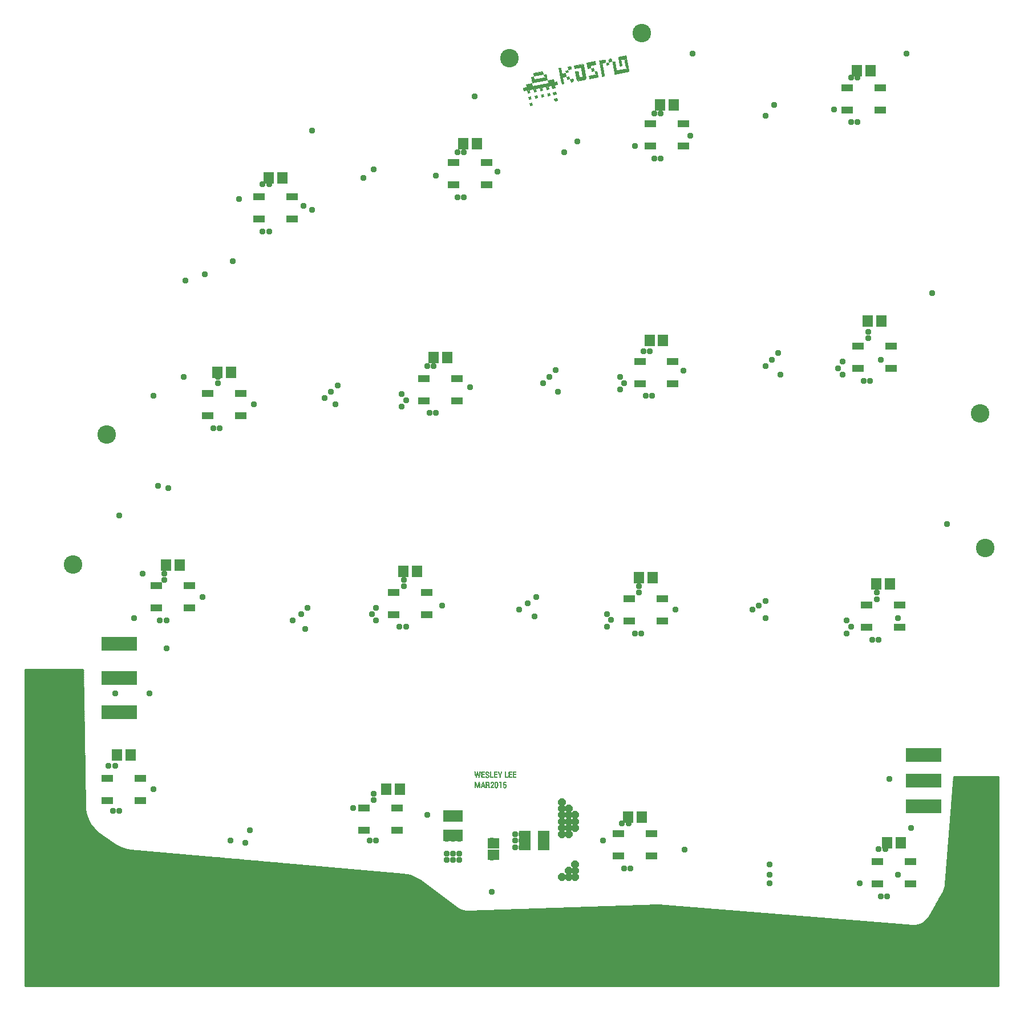
<source format=gts>
G75*
G70*
%OFA0B0*%
%FSLAX24Y24*%
%IPPOS*%
%LPD*%
%AMOC8*
5,1,8,0,0,1.08239X$1,22.5*
%
%ADD10C,0.1080*%
%ADD11C,0.0100*%
%ADD12R,0.0160X0.0010*%
%ADD13R,0.0210X0.0010*%
%ADD14R,0.0170X0.0010*%
%ADD15R,0.2040X0.0010*%
%ADD16R,0.0120X0.0010*%
%ADD17R,0.0130X0.0010*%
%ADD18R,0.0500X0.0010*%
%ADD19R,0.0540X0.0010*%
%ADD20R,0.0880X0.0010*%
%ADD21R,0.0590X0.0010*%
%ADD22R,0.0370X0.0010*%
%ADD23R,0.0920X0.0010*%
%ADD24R,0.0580X0.0010*%
%ADD25R,0.0380X0.0010*%
%ADD26R,0.0550X0.0010*%
%ADD27R,0.0340X0.0010*%
%ADD28R,0.0050X0.0010*%
%ADD29R,0.0060X0.0010*%
%ADD30R,0.0040X0.0010*%
%ADD31R,0.0190X0.0010*%
%ADD32R,0.0110X0.0010*%
%ADD33R,0.0150X0.0010*%
%ADD34R,0.0070X0.0010*%
%ADD35R,0.0080X0.0010*%
%ADD36R,0.0030X0.0010*%
%ADD37R,0.0010X0.0010*%
%ADD38R,0.0090X0.0010*%
%ADD39R,0.0100X0.0010*%
%ADD40R,0.0180X0.0010*%
%ADD41R,0.0020X0.0010*%
%ADD42R,0.0200X0.0010*%
%ADD43R,0.0671X0.0434*%
%ADD44R,0.0592X0.0710*%
%ADD45R,0.2080X0.0800*%
%ADD46R,0.0671X0.0592*%
%ADD47R,0.0710X0.1143*%
%ADD48R,0.1143X0.0710*%
%ADD49OC8,0.0358*%
%ADD50OC8,0.0437*%
%ADD51OC8,0.0476*%
D10*
X026281Y004583D03*
X034113Y003716D03*
X058744Y026747D03*
X058444Y034613D03*
X038680Y056844D03*
X030947Y055378D03*
X007416Y033380D03*
X005450Y025781D03*
D11*
X002650Y019650D02*
X002650Y001150D01*
X059525Y001150D01*
X059525Y013400D01*
X056900Y013400D01*
X056417Y007118D01*
X056396Y006976D01*
X056354Y006839D01*
X056294Y006709D01*
X055463Y005213D01*
X055385Y005093D01*
X055290Y004986D01*
X055181Y004893D01*
X055061Y004817D01*
X054930Y004759D01*
X054793Y004720D01*
X054651Y004700D01*
X054508Y004702D01*
X039650Y005900D01*
X028497Y005536D01*
X028364Y005541D01*
X028232Y005563D01*
X028104Y005603D01*
X027983Y005660D01*
X027870Y005732D01*
X025727Y007316D01*
X025544Y007436D01*
X025349Y007536D01*
X025144Y007613D01*
X024932Y007668D01*
X024714Y007699D01*
X008812Y009103D01*
X008604Y009132D01*
X008399Y009183D01*
X008202Y009256D01*
X008013Y009349D01*
X007835Y009461D01*
X006982Y010063D01*
X006798Y010209D01*
X006633Y010377D01*
X006488Y010563D01*
X006366Y010764D01*
X006269Y010978D01*
X006198Y011203D01*
X006153Y011434D01*
X006136Y011669D01*
X006025Y019650D01*
X002650Y019650D01*
X002650Y019577D02*
X006026Y019577D01*
X006027Y019479D02*
X002650Y019479D01*
X002650Y019380D02*
X006029Y019380D01*
X006030Y019282D02*
X002650Y019282D01*
X002650Y019183D02*
X006031Y019183D01*
X006033Y019085D02*
X002650Y019085D01*
X002650Y018986D02*
X006034Y018986D01*
X006036Y018888D02*
X002650Y018888D01*
X002650Y018789D02*
X006037Y018789D01*
X006038Y018691D02*
X002650Y018691D01*
X002650Y018592D02*
X006040Y018592D01*
X006041Y018494D02*
X002650Y018494D01*
X002650Y018395D02*
X006042Y018395D01*
X006044Y018297D02*
X002650Y018297D01*
X002650Y018198D02*
X006045Y018198D01*
X006047Y018100D02*
X002650Y018100D01*
X002650Y018001D02*
X006048Y018001D01*
X006049Y017903D02*
X002650Y017903D01*
X002650Y017804D02*
X006051Y017804D01*
X006052Y017706D02*
X002650Y017706D01*
X002650Y017607D02*
X006053Y017607D01*
X006055Y017509D02*
X002650Y017509D01*
X002650Y017410D02*
X006056Y017410D01*
X006057Y017312D02*
X002650Y017312D01*
X002650Y017213D02*
X006059Y017213D01*
X006060Y017115D02*
X002650Y017115D01*
X002650Y017016D02*
X006062Y017016D01*
X006063Y016918D02*
X002650Y016918D01*
X002650Y016819D02*
X006064Y016819D01*
X006066Y016721D02*
X002650Y016721D01*
X002650Y016622D02*
X006067Y016622D01*
X006068Y016524D02*
X002650Y016524D01*
X002650Y016425D02*
X006070Y016425D01*
X006071Y016327D02*
X002650Y016327D01*
X002650Y016228D02*
X006073Y016228D01*
X006074Y016130D02*
X002650Y016130D01*
X002650Y016031D02*
X006075Y016031D01*
X006077Y015933D02*
X002650Y015933D01*
X002650Y015834D02*
X006078Y015834D01*
X006079Y015736D02*
X002650Y015736D01*
X002650Y015637D02*
X006081Y015637D01*
X006082Y015539D02*
X002650Y015539D01*
X002650Y015440D02*
X006083Y015440D01*
X006085Y015342D02*
X002650Y015342D01*
X002650Y015243D02*
X006086Y015243D01*
X006088Y015145D02*
X002650Y015145D01*
X002650Y015046D02*
X006089Y015046D01*
X006090Y014948D02*
X002650Y014948D01*
X002650Y014849D02*
X006092Y014849D01*
X006093Y014751D02*
X002650Y014751D01*
X002650Y014652D02*
X006094Y014652D01*
X006096Y014554D02*
X002650Y014554D01*
X002650Y014455D02*
X006097Y014455D01*
X006099Y014357D02*
X002650Y014357D01*
X002650Y014258D02*
X006100Y014258D01*
X006101Y014160D02*
X002650Y014160D01*
X002650Y014061D02*
X006103Y014061D01*
X006104Y013963D02*
X002650Y013963D01*
X002650Y013864D02*
X006105Y013864D01*
X006107Y013766D02*
X002650Y013766D01*
X002650Y013667D02*
X006108Y013667D01*
X006109Y013569D02*
X002650Y013569D01*
X002650Y013470D02*
X006111Y013470D01*
X006112Y013372D02*
X002650Y013372D01*
X002650Y013273D02*
X006114Y013273D01*
X006115Y013175D02*
X002650Y013175D01*
X002650Y013076D02*
X006116Y013076D01*
X006118Y012978D02*
X002650Y012978D01*
X002650Y012879D02*
X006119Y012879D01*
X006120Y012781D02*
X002650Y012781D01*
X002650Y012682D02*
X006122Y012682D01*
X006123Y012584D02*
X002650Y012584D01*
X002650Y012485D02*
X006125Y012485D01*
X006126Y012387D02*
X002650Y012387D01*
X002650Y012288D02*
X006127Y012288D01*
X006129Y012190D02*
X002650Y012190D01*
X002650Y012091D02*
X006130Y012091D01*
X006131Y011993D02*
X002650Y011993D01*
X002650Y011894D02*
X006133Y011894D01*
X006134Y011796D02*
X002650Y011796D01*
X002650Y011697D02*
X006135Y011697D01*
X006141Y011599D02*
X002650Y011599D01*
X002650Y011500D02*
X006148Y011500D01*
X006159Y011402D02*
X002650Y011402D01*
X002650Y011303D02*
X006178Y011303D01*
X006197Y011205D02*
X002650Y011205D01*
X002650Y011106D02*
X006228Y011106D01*
X006260Y011008D02*
X002650Y011008D01*
X002650Y010909D02*
X006300Y010909D01*
X006345Y010811D02*
X002650Y010811D01*
X002650Y010712D02*
X006398Y010712D01*
X006457Y010614D02*
X002650Y010614D01*
X002650Y010515D02*
X006525Y010515D01*
X006602Y010417D02*
X002650Y010417D01*
X002650Y010318D02*
X006691Y010318D01*
X006788Y010220D02*
X002650Y010220D01*
X002650Y010121D02*
X006909Y010121D01*
X007039Y010023D02*
X002650Y010023D01*
X002650Y009924D02*
X007178Y009924D01*
X007318Y009826D02*
X002650Y009826D01*
X002650Y009727D02*
X007458Y009727D01*
X007597Y009629D02*
X002650Y009629D01*
X002650Y009530D02*
X007737Y009530D01*
X007881Y009432D02*
X002650Y009432D01*
X002650Y009333D02*
X008045Y009333D01*
X008260Y009235D02*
X002650Y009235D01*
X002650Y009136D02*
X008588Y009136D01*
X009550Y009038D02*
X002650Y009038D01*
X002650Y008939D02*
X010666Y008939D01*
X011782Y008841D02*
X002650Y008841D01*
X002650Y008742D02*
X012899Y008742D01*
X014015Y008644D02*
X002650Y008644D01*
X002650Y008545D02*
X015131Y008545D01*
X016248Y008447D02*
X002650Y008447D01*
X002650Y008348D02*
X017364Y008348D01*
X018480Y008250D02*
X002650Y008250D01*
X002650Y008151D02*
X019597Y008151D01*
X020713Y008053D02*
X002650Y008053D01*
X002650Y007954D02*
X021829Y007954D01*
X022946Y007856D02*
X002650Y007856D01*
X002650Y007757D02*
X024062Y007757D01*
X024969Y007659D02*
X002650Y007659D01*
X002650Y007560D02*
X025285Y007560D01*
X025494Y007462D02*
X002650Y007462D01*
X002650Y007363D02*
X025655Y007363D01*
X025797Y007265D02*
X002650Y007265D01*
X002650Y007166D02*
X025930Y007166D01*
X026063Y007068D02*
X002650Y007068D01*
X002650Y006969D02*
X026196Y006969D01*
X026330Y006871D02*
X002650Y006871D01*
X002650Y006772D02*
X026463Y006772D01*
X026596Y006674D02*
X002650Y006674D01*
X002650Y006575D02*
X026729Y006575D01*
X026863Y006477D02*
X002650Y006477D01*
X002650Y006378D02*
X026996Y006378D01*
X027129Y006280D02*
X002650Y006280D01*
X002650Y006181D02*
X027262Y006181D01*
X027396Y006083D02*
X002650Y006083D01*
X002650Y005984D02*
X027529Y005984D01*
X027662Y005886D02*
X002650Y005886D01*
X002650Y005787D02*
X027796Y005787D01*
X027938Y005689D02*
X002650Y005689D01*
X002650Y005590D02*
X028146Y005590D01*
X030144Y005590D02*
X043494Y005590D01*
X044715Y005492D02*
X002650Y005492D01*
X002650Y005393D02*
X045937Y005393D01*
X047158Y005295D02*
X002650Y005295D01*
X002650Y005196D02*
X048379Y005196D01*
X049601Y005098D02*
X002650Y005098D01*
X002650Y004999D02*
X050822Y004999D01*
X052044Y004901D02*
X002650Y004901D01*
X002650Y004802D02*
X053265Y004802D01*
X054487Y004704D02*
X002650Y004704D01*
X002650Y004605D02*
X059525Y004605D01*
X059525Y004507D02*
X002650Y004507D01*
X002650Y004408D02*
X059525Y004408D01*
X059525Y004310D02*
X002650Y004310D01*
X002650Y004211D02*
X059525Y004211D01*
X059525Y004113D02*
X002650Y004113D01*
X002650Y004014D02*
X059525Y004014D01*
X059525Y003916D02*
X002650Y003916D01*
X002650Y003817D02*
X059525Y003817D01*
X059525Y003719D02*
X002650Y003719D01*
X002650Y003620D02*
X059525Y003620D01*
X059525Y003522D02*
X002650Y003522D01*
X002650Y003423D02*
X059525Y003423D01*
X059525Y003325D02*
X002650Y003325D01*
X002650Y003226D02*
X059525Y003226D01*
X059525Y003128D02*
X002650Y003128D01*
X002650Y003029D02*
X059525Y003029D01*
X059525Y002931D02*
X002650Y002931D01*
X002650Y002832D02*
X059525Y002832D01*
X059525Y002734D02*
X002650Y002734D01*
X002650Y002635D02*
X059525Y002635D01*
X059525Y002537D02*
X002650Y002537D01*
X002650Y002438D02*
X059525Y002438D01*
X059525Y002340D02*
X002650Y002340D01*
X002650Y002241D02*
X059525Y002241D01*
X059525Y002143D02*
X002650Y002143D01*
X002650Y002044D02*
X059525Y002044D01*
X059525Y001946D02*
X002650Y001946D01*
X002650Y001847D02*
X059525Y001847D01*
X059525Y001749D02*
X002650Y001749D01*
X002650Y001650D02*
X059525Y001650D01*
X059525Y001551D02*
X002650Y001551D01*
X002650Y001453D02*
X059525Y001453D01*
X059525Y001354D02*
X002650Y001354D01*
X002650Y001256D02*
X059525Y001256D01*
X059525Y001157D02*
X002650Y001157D01*
X033164Y005689D02*
X042272Y005689D01*
X041051Y005787D02*
X036185Y005787D01*
X039206Y005886D02*
X039830Y005886D01*
X054674Y004704D02*
X059525Y004704D01*
X059525Y004802D02*
X055027Y004802D01*
X055190Y004901D02*
X059525Y004901D01*
X059525Y004999D02*
X055302Y004999D01*
X055387Y005098D02*
X059525Y005098D01*
X059525Y005196D02*
X055452Y005196D01*
X055508Y005295D02*
X059525Y005295D01*
X059525Y005393D02*
X055563Y005393D01*
X055618Y005492D02*
X059525Y005492D01*
X059525Y005590D02*
X055672Y005590D01*
X055727Y005689D02*
X059525Y005689D01*
X059525Y005787D02*
X055782Y005787D01*
X055836Y005886D02*
X059525Y005886D01*
X059525Y005984D02*
X055891Y005984D01*
X055946Y006083D02*
X059525Y006083D01*
X059525Y006181D02*
X056001Y006181D01*
X056055Y006280D02*
X059525Y006280D01*
X059525Y006378D02*
X056110Y006378D01*
X056165Y006477D02*
X059525Y006477D01*
X059525Y006575D02*
X056219Y006575D01*
X056274Y006674D02*
X059525Y006674D01*
X059525Y006772D02*
X056323Y006772D01*
X056364Y006871D02*
X059525Y006871D01*
X059525Y006969D02*
X056393Y006969D01*
X056409Y007068D02*
X059525Y007068D01*
X059525Y007166D02*
X056420Y007166D01*
X056428Y007265D02*
X059525Y007265D01*
X059525Y007363D02*
X056436Y007363D01*
X056443Y007462D02*
X059525Y007462D01*
X059525Y007560D02*
X056451Y007560D01*
X056458Y007659D02*
X059525Y007659D01*
X059525Y007757D02*
X056466Y007757D01*
X056474Y007856D02*
X059525Y007856D01*
X059525Y007954D02*
X056481Y007954D01*
X056489Y008053D02*
X059525Y008053D01*
X059525Y008151D02*
X056496Y008151D01*
X056504Y008250D02*
X059525Y008250D01*
X059525Y008348D02*
X056511Y008348D01*
X056519Y008447D02*
X059525Y008447D01*
X059525Y008545D02*
X056527Y008545D01*
X056534Y008644D02*
X059525Y008644D01*
X059525Y008742D02*
X056542Y008742D01*
X056549Y008841D02*
X059525Y008841D01*
X059525Y008939D02*
X056557Y008939D01*
X056564Y009038D02*
X059525Y009038D01*
X059525Y009136D02*
X056572Y009136D01*
X056580Y009235D02*
X059525Y009235D01*
X059525Y009333D02*
X056587Y009333D01*
X056595Y009432D02*
X059525Y009432D01*
X059525Y009530D02*
X056602Y009530D01*
X056610Y009629D02*
X059525Y009629D01*
X059525Y009727D02*
X056617Y009727D01*
X056625Y009826D02*
X059525Y009826D01*
X059525Y009924D02*
X056633Y009924D01*
X056640Y010023D02*
X059525Y010023D01*
X059525Y010121D02*
X056648Y010121D01*
X056655Y010220D02*
X059525Y010220D01*
X059525Y010318D02*
X056663Y010318D01*
X056671Y010417D02*
X059525Y010417D01*
X059525Y010515D02*
X056678Y010515D01*
X056686Y010614D02*
X059525Y010614D01*
X059525Y010712D02*
X056693Y010712D01*
X056701Y010811D02*
X059525Y010811D01*
X059525Y010909D02*
X056708Y010909D01*
X056716Y011008D02*
X059525Y011008D01*
X059525Y011106D02*
X056724Y011106D01*
X056731Y011205D02*
X059525Y011205D01*
X059525Y011303D02*
X056739Y011303D01*
X056746Y011402D02*
X059525Y011402D01*
X059525Y011500D02*
X056754Y011500D01*
X056761Y011599D02*
X059525Y011599D01*
X059525Y011697D02*
X056769Y011697D01*
X056777Y011796D02*
X059525Y011796D01*
X059525Y011894D02*
X056784Y011894D01*
X056792Y011993D02*
X059525Y011993D01*
X059525Y012091D02*
X056799Y012091D01*
X056807Y012190D02*
X059525Y012190D01*
X059525Y012288D02*
X056814Y012288D01*
X056822Y012387D02*
X059525Y012387D01*
X059525Y012485D02*
X056830Y012485D01*
X056837Y012584D02*
X059525Y012584D01*
X059525Y012682D02*
X056845Y012682D01*
X056852Y012781D02*
X059525Y012781D01*
X059525Y012879D02*
X056860Y012879D01*
X056868Y012978D02*
X059525Y012978D01*
X059525Y013076D02*
X056875Y013076D01*
X056883Y013175D02*
X059525Y013175D01*
X059525Y013273D02*
X056890Y013273D01*
X056898Y013372D02*
X059525Y013372D01*
D12*
X030680Y013065D03*
X030680Y013055D03*
X030680Y013045D03*
X030670Y012905D03*
X029940Y013035D03*
G36*
X032303Y052627D02*
X032147Y052599D01*
X032145Y052609D01*
X032301Y052637D01*
X032303Y052627D01*
G37*
G36*
X032301Y052637D02*
X032145Y052609D01*
X032143Y052619D01*
X032299Y052647D01*
X032301Y052637D01*
G37*
G36*
X032299Y052647D02*
X032143Y052619D01*
X032141Y052629D01*
X032297Y052657D01*
X032299Y052647D01*
G37*
G36*
X032298Y052657D02*
X032142Y052629D01*
X032140Y052639D01*
X032296Y052667D01*
X032298Y052657D01*
G37*
G36*
X032296Y052666D02*
X032140Y052638D01*
X032138Y052648D01*
X032294Y052676D01*
X032296Y052666D01*
G37*
G36*
X032294Y052676D02*
X032138Y052648D01*
X032136Y052658D01*
X032292Y052686D01*
X032294Y052676D01*
G37*
G36*
X032292Y052686D02*
X032136Y052658D01*
X032134Y052668D01*
X032290Y052696D01*
X032292Y052686D01*
G37*
G36*
X032290Y052696D02*
X032134Y052668D01*
X032132Y052678D01*
X032288Y052706D01*
X032290Y052696D01*
G37*
G36*
X032289Y052706D02*
X032133Y052678D01*
X032131Y052688D01*
X032287Y052716D01*
X032289Y052706D01*
G37*
G36*
X032287Y052716D02*
X032131Y052688D01*
X032129Y052698D01*
X032285Y052726D01*
X032287Y052716D01*
G37*
G36*
X032285Y052725D02*
X032129Y052697D01*
X032127Y052707D01*
X032283Y052735D01*
X032285Y052725D01*
G37*
G36*
X032283Y052735D02*
X032127Y052707D01*
X032125Y052717D01*
X032281Y052745D01*
X032283Y052735D01*
G37*
G36*
X032281Y052745D02*
X032125Y052717D01*
X032123Y052727D01*
X032279Y052755D01*
X032281Y052745D01*
G37*
G36*
X032279Y052755D02*
X032123Y052727D01*
X032121Y052737D01*
X032277Y052765D01*
X032279Y052755D01*
G37*
G36*
X032278Y052765D02*
X032122Y052737D01*
X032120Y052747D01*
X032276Y052775D01*
X032278Y052765D01*
G37*
G36*
X032276Y052775D02*
X032120Y052747D01*
X032118Y052757D01*
X032274Y052785D01*
X032276Y052775D01*
G37*
G36*
X032236Y052991D02*
X032080Y052963D01*
X032078Y052973D01*
X032234Y053001D01*
X032236Y052991D01*
G37*
G36*
X032234Y053001D02*
X032078Y052973D01*
X032076Y052983D01*
X032232Y053011D01*
X032234Y053001D01*
G37*
G36*
X032232Y053011D02*
X032076Y052983D01*
X032074Y052993D01*
X032230Y053021D01*
X032232Y053011D01*
G37*
G36*
X032230Y053020D02*
X032074Y052992D01*
X032072Y053002D01*
X032228Y053030D01*
X032230Y053020D01*
G37*
G36*
X032228Y053030D02*
X032072Y053002D01*
X032070Y053012D01*
X032226Y053040D01*
X032228Y053030D01*
G37*
G36*
X032227Y053040D02*
X032071Y053012D01*
X032069Y053022D01*
X032225Y053050D01*
X032227Y053040D01*
G37*
G36*
X032225Y053050D02*
X032069Y053022D01*
X032067Y053032D01*
X032223Y053060D01*
X032225Y053050D01*
G37*
G36*
X032223Y053060D02*
X032067Y053032D01*
X032065Y053042D01*
X032221Y053070D01*
X032223Y053060D01*
G37*
G36*
X032221Y053070D02*
X032065Y053042D01*
X032063Y053052D01*
X032219Y053080D01*
X032221Y053070D01*
G37*
G36*
X032219Y053079D02*
X032063Y053051D01*
X032061Y053061D01*
X032217Y053089D01*
X032219Y053079D01*
G37*
G36*
X032217Y053089D02*
X032061Y053061D01*
X032059Y053071D01*
X032215Y053099D01*
X032217Y053089D01*
G37*
G36*
X032216Y053099D02*
X032060Y053071D01*
X032058Y053081D01*
X032214Y053109D01*
X032216Y053099D01*
G37*
G36*
X032214Y053109D02*
X032058Y053081D01*
X032056Y053091D01*
X032212Y053119D01*
X032214Y053109D01*
G37*
G36*
X032212Y053119D02*
X032056Y053091D01*
X032054Y053101D01*
X032210Y053129D01*
X032212Y053119D01*
G37*
G36*
X032210Y053129D02*
X032054Y053101D01*
X032052Y053111D01*
X032208Y053139D01*
X032210Y053129D01*
G37*
G36*
X032208Y053138D02*
X032052Y053110D01*
X032050Y053120D01*
X032206Y053148D01*
X032208Y053138D01*
G37*
G36*
X032207Y053148D02*
X032051Y053120D01*
X032049Y053130D01*
X032205Y053158D01*
X032207Y053148D01*
G37*
G36*
X032166Y053365D02*
X032010Y053337D01*
X032008Y053347D01*
X032164Y053375D01*
X032166Y053365D01*
G37*
G36*
X032165Y053374D02*
X032009Y053346D01*
X032007Y053356D01*
X032163Y053384D01*
X032165Y053374D01*
G37*
G36*
X032163Y053384D02*
X032007Y053356D01*
X032005Y053366D01*
X032161Y053394D01*
X032163Y053384D01*
G37*
G36*
X032161Y053394D02*
X032005Y053366D01*
X032003Y053376D01*
X032159Y053404D01*
X032161Y053394D01*
G37*
G36*
X032159Y053404D02*
X032003Y053376D01*
X032001Y053386D01*
X032157Y053414D01*
X032159Y053404D01*
G37*
G36*
X032157Y053414D02*
X032001Y053386D01*
X031999Y053396D01*
X032155Y053424D01*
X032157Y053414D01*
G37*
G36*
X032155Y053424D02*
X031999Y053396D01*
X031997Y053406D01*
X032153Y053434D01*
X032155Y053424D01*
G37*
G36*
X032154Y053433D02*
X031998Y053405D01*
X031996Y053415D01*
X032152Y053443D01*
X032154Y053433D01*
G37*
G36*
X032152Y053443D02*
X031996Y053415D01*
X031994Y053425D01*
X032150Y053453D01*
X032152Y053443D01*
G37*
G36*
X032150Y053453D02*
X031994Y053425D01*
X031992Y053435D01*
X032148Y053463D01*
X032150Y053453D01*
G37*
G36*
X032148Y053463D02*
X031992Y053435D01*
X031990Y053445D01*
X032146Y053473D01*
X032148Y053463D01*
G37*
G36*
X032146Y053473D02*
X031990Y053445D01*
X031988Y053455D01*
X032144Y053483D01*
X032146Y053473D01*
G37*
G36*
X032145Y053483D02*
X031989Y053455D01*
X031987Y053465D01*
X032143Y053493D01*
X032145Y053483D01*
G37*
G36*
X032143Y053492D02*
X031987Y053464D01*
X031985Y053474D01*
X032141Y053502D01*
X032143Y053492D01*
G37*
G36*
X032141Y053502D02*
X031985Y053474D01*
X031983Y053484D01*
X032139Y053512D01*
X032141Y053502D01*
G37*
G36*
X032139Y053512D02*
X031983Y053484D01*
X031981Y053494D01*
X032137Y053522D01*
X032139Y053512D01*
G37*
G36*
X032878Y053639D02*
X032722Y053611D01*
X032720Y053621D01*
X032876Y053649D01*
X032878Y053639D01*
G37*
G36*
X032880Y053629D02*
X032724Y053601D01*
X032722Y053611D01*
X032878Y053639D01*
X032880Y053629D01*
G37*
G36*
X032882Y053619D02*
X032726Y053591D01*
X032724Y053601D01*
X032880Y053629D01*
X032882Y053619D01*
G37*
G36*
X032884Y053609D02*
X032728Y053581D01*
X032726Y053591D01*
X032882Y053619D01*
X032884Y053609D01*
G37*
G36*
X032886Y053600D02*
X032730Y053572D01*
X032728Y053582D01*
X032884Y053610D01*
X032886Y053600D01*
G37*
G36*
X032887Y053590D02*
X032731Y053562D01*
X032729Y053572D01*
X032885Y053600D01*
X032887Y053590D01*
G37*
G36*
X032889Y053580D02*
X032733Y053552D01*
X032731Y053562D01*
X032887Y053590D01*
X032889Y053580D01*
G37*
G36*
X032891Y053570D02*
X032735Y053542D01*
X032733Y053552D01*
X032889Y053580D01*
X032891Y053570D01*
G37*
G36*
X032893Y053560D02*
X032737Y053532D01*
X032735Y053542D01*
X032891Y053570D01*
X032893Y053560D01*
G37*
G36*
X032895Y053550D02*
X032739Y053522D01*
X032737Y053532D01*
X032893Y053560D01*
X032895Y053550D01*
G37*
G36*
X032897Y053541D02*
X032741Y053513D01*
X032739Y053523D01*
X032895Y053551D01*
X032897Y053541D01*
G37*
G36*
X032898Y053531D02*
X032742Y053503D01*
X032740Y053513D01*
X032896Y053541D01*
X032898Y053531D01*
G37*
G36*
X032900Y053521D02*
X032744Y053493D01*
X032742Y053503D01*
X032898Y053531D01*
X032900Y053521D01*
G37*
G36*
X032902Y053511D02*
X032746Y053483D01*
X032744Y053493D01*
X032900Y053521D01*
X032902Y053511D01*
G37*
G36*
X032904Y053501D02*
X032748Y053473D01*
X032746Y053483D01*
X032902Y053511D01*
X032904Y053501D01*
G37*
G36*
X032877Y053649D02*
X032721Y053621D01*
X032719Y053631D01*
X032875Y053659D01*
X032877Y053649D01*
G37*
G36*
X032944Y053285D02*
X032788Y053257D01*
X032786Y053267D01*
X032942Y053295D01*
X032944Y053285D01*
G37*
G36*
X032946Y053275D02*
X032790Y053247D01*
X032788Y053257D01*
X032944Y053285D01*
X032946Y053275D01*
G37*
G36*
X032948Y053265D02*
X032792Y053237D01*
X032790Y053247D01*
X032946Y053275D01*
X032948Y053265D01*
G37*
G36*
X032949Y053255D02*
X032793Y053227D01*
X032791Y053237D01*
X032947Y053265D01*
X032949Y053255D01*
G37*
G36*
X032951Y053246D02*
X032795Y053218D01*
X032793Y053228D01*
X032949Y053256D01*
X032951Y053246D01*
G37*
G36*
X032953Y053236D02*
X032797Y053208D01*
X032795Y053218D01*
X032951Y053246D01*
X032953Y053236D01*
G37*
G36*
X032955Y053226D02*
X032799Y053198D01*
X032797Y053208D01*
X032953Y053236D01*
X032955Y053226D01*
G37*
G36*
X032957Y053216D02*
X032801Y053188D01*
X032799Y053198D01*
X032955Y053226D01*
X032957Y053216D01*
G37*
G36*
X032959Y053206D02*
X032803Y053178D01*
X032801Y053188D01*
X032957Y053216D01*
X032959Y053206D01*
G37*
G36*
X032960Y053196D02*
X032804Y053168D01*
X032802Y053178D01*
X032958Y053206D01*
X032960Y053196D01*
G37*
G36*
X032962Y053187D02*
X032806Y053159D01*
X032804Y053169D01*
X032960Y053197D01*
X032962Y053187D01*
G37*
G36*
X032964Y053177D02*
X032808Y053149D01*
X032806Y053159D01*
X032962Y053187D01*
X032964Y053177D01*
G37*
G36*
X032966Y053167D02*
X032810Y053139D01*
X032808Y053149D01*
X032964Y053177D01*
X032966Y053167D01*
G37*
G36*
X032968Y053157D02*
X032812Y053129D01*
X032810Y053139D01*
X032966Y053167D01*
X032968Y053157D01*
G37*
G36*
X032969Y053147D02*
X032813Y053119D01*
X032811Y053129D01*
X032967Y053157D01*
X032969Y053147D01*
G37*
G36*
X032971Y053137D02*
X032815Y053109D01*
X032813Y053119D01*
X032969Y053147D01*
X032971Y053137D01*
G37*
G36*
X032973Y053128D02*
X032817Y053100D01*
X032815Y053110D01*
X032971Y053138D01*
X032973Y053128D01*
G37*
G36*
X033773Y052930D02*
X033617Y052902D01*
X033615Y052912D01*
X033771Y052940D01*
X033773Y052930D01*
G37*
G36*
X033774Y052920D02*
X033618Y052892D01*
X033616Y052902D01*
X033772Y052930D01*
X033774Y052920D01*
G37*
G36*
X033776Y052910D02*
X033620Y052882D01*
X033618Y052892D01*
X033774Y052920D01*
X033776Y052910D01*
G37*
G36*
X033778Y052900D02*
X033622Y052872D01*
X033620Y052882D01*
X033776Y052910D01*
X033778Y052900D01*
G37*
G36*
X034134Y053943D02*
X033978Y053915D01*
X033976Y053925D01*
X034132Y053953D01*
X034134Y053943D01*
G37*
G36*
X034132Y053953D02*
X033976Y053925D01*
X033974Y053935D01*
X034130Y053963D01*
X034132Y053953D01*
G37*
G36*
X034130Y053962D02*
X033974Y053934D01*
X033972Y053944D01*
X034128Y053972D01*
X034130Y053962D01*
G37*
G36*
X034129Y053972D02*
X033973Y053944D01*
X033971Y053954D01*
X034127Y053982D01*
X034129Y053972D01*
G37*
G36*
X034127Y053982D02*
X033971Y053954D01*
X033969Y053964D01*
X034125Y053992D01*
X034127Y053982D01*
G37*
G36*
X034125Y053992D02*
X033969Y053964D01*
X033967Y053974D01*
X034123Y054002D01*
X034125Y053992D01*
G37*
G36*
X034123Y054002D02*
X033967Y053974D01*
X033965Y053984D01*
X034121Y054012D01*
X034123Y054002D01*
G37*
G36*
X034121Y054012D02*
X033965Y053984D01*
X033963Y053994D01*
X034119Y054022D01*
X034121Y054012D01*
G37*
G36*
X034119Y054021D02*
X033963Y053993D01*
X033961Y054003D01*
X034117Y054031D01*
X034119Y054021D01*
G37*
G36*
X034118Y054031D02*
X033962Y054003D01*
X033960Y054013D01*
X034116Y054041D01*
X034118Y054031D01*
G37*
G36*
X034116Y054041D02*
X033960Y054013D01*
X033958Y054023D01*
X034114Y054051D01*
X034116Y054041D01*
G37*
G36*
X034114Y054051D02*
X033958Y054023D01*
X033956Y054033D01*
X034112Y054061D01*
X034114Y054051D01*
G37*
G36*
X034112Y054061D02*
X033956Y054033D01*
X033954Y054043D01*
X034110Y054071D01*
X034112Y054061D01*
G37*
G36*
X034110Y054071D02*
X033954Y054043D01*
X033952Y054053D01*
X034108Y054081D01*
X034110Y054071D01*
G37*
G36*
X034108Y054080D02*
X033952Y054052D01*
X033950Y054062D01*
X034106Y054090D01*
X034108Y054080D01*
G37*
G36*
X034107Y054090D02*
X033951Y054062D01*
X033949Y054072D01*
X034105Y054100D01*
X034107Y054090D01*
G37*
G36*
X034105Y054100D02*
X033949Y054072D01*
X033947Y054082D01*
X034103Y054110D01*
X034105Y054100D01*
G37*
G36*
X034103Y054110D02*
X033947Y054082D01*
X033945Y054092D01*
X034101Y054120D01*
X034103Y054110D01*
G37*
G36*
X034101Y054120D02*
X033945Y054092D01*
X033943Y054102D01*
X034099Y054130D01*
X034101Y054120D01*
G37*
G36*
X034099Y054130D02*
X033943Y054102D01*
X033941Y054112D01*
X034097Y054140D01*
X034099Y054130D01*
G37*
G36*
X034098Y054139D02*
X033942Y054111D01*
X033940Y054121D01*
X034096Y054149D01*
X034098Y054139D01*
G37*
G36*
X034096Y054149D02*
X033940Y054121D01*
X033938Y054131D01*
X034094Y054159D01*
X034096Y054149D01*
G37*
G36*
X034094Y054159D02*
X033938Y054131D01*
X033936Y054141D01*
X034092Y054169D01*
X034094Y054159D01*
G37*
G36*
X034092Y054169D02*
X033936Y054141D01*
X033934Y054151D01*
X034090Y054179D01*
X034092Y054169D01*
G37*
G36*
X034090Y054179D02*
X033934Y054151D01*
X033932Y054161D01*
X034088Y054189D01*
X034090Y054179D01*
G37*
G36*
X034088Y054189D02*
X033932Y054161D01*
X033930Y054171D01*
X034086Y054199D01*
X034088Y054189D01*
G37*
G36*
X034087Y054198D02*
X033931Y054170D01*
X033929Y054180D01*
X034085Y054208D01*
X034087Y054198D01*
G37*
G36*
X034085Y054208D02*
X033929Y054180D01*
X033927Y054190D01*
X034083Y054218D01*
X034085Y054208D01*
G37*
G36*
X034083Y054218D02*
X033927Y054190D01*
X033925Y054200D01*
X034081Y054228D01*
X034083Y054218D01*
G37*
G36*
X034081Y054228D02*
X033925Y054200D01*
X033923Y054210D01*
X034079Y054238D01*
X034081Y054228D01*
G37*
G36*
X034079Y054238D02*
X033923Y054210D01*
X033921Y054220D01*
X034077Y054248D01*
X034079Y054238D01*
G37*
G36*
X034078Y054248D02*
X033922Y054220D01*
X033920Y054230D01*
X034076Y054258D01*
X034078Y054248D01*
G37*
G36*
X034076Y054257D02*
X033920Y054229D01*
X033918Y054239D01*
X034074Y054267D01*
X034076Y054257D01*
G37*
G36*
X034036Y054474D02*
X033880Y054446D01*
X033878Y054456D01*
X034034Y054484D01*
X034036Y054474D01*
G37*
G36*
X034034Y054484D02*
X033878Y054456D01*
X033876Y054466D01*
X034032Y054494D01*
X034034Y054484D01*
G37*
G36*
X034032Y054493D02*
X033876Y054465D01*
X033874Y054475D01*
X034030Y054503D01*
X034032Y054493D01*
G37*
G36*
X034030Y054503D02*
X033874Y054475D01*
X033872Y054485D01*
X034028Y054513D01*
X034030Y054503D01*
G37*
G36*
X034028Y054513D02*
X033872Y054485D01*
X033870Y054495D01*
X034026Y054523D01*
X034028Y054513D01*
G37*
G36*
X034026Y054523D02*
X033870Y054495D01*
X033868Y054505D01*
X034024Y054533D01*
X034026Y054523D01*
G37*
G36*
X034025Y054533D02*
X033869Y054505D01*
X033867Y054515D01*
X034023Y054543D01*
X034025Y054533D01*
G37*
G36*
X034023Y054543D02*
X033867Y054515D01*
X033865Y054525D01*
X034021Y054553D01*
X034023Y054543D01*
G37*
G36*
X034021Y054552D02*
X033865Y054524D01*
X033863Y054534D01*
X034019Y054562D01*
X034021Y054552D01*
G37*
G36*
X034019Y054562D02*
X033863Y054534D01*
X033861Y054544D01*
X034017Y054572D01*
X034019Y054562D01*
G37*
G36*
X034017Y054572D02*
X033861Y054544D01*
X033859Y054554D01*
X034015Y054582D01*
X034017Y054572D01*
G37*
G36*
X034016Y054582D02*
X033860Y054554D01*
X033858Y054564D01*
X034014Y054592D01*
X034016Y054582D01*
G37*
G36*
X034014Y054592D02*
X033858Y054564D01*
X033856Y054574D01*
X034012Y054602D01*
X034014Y054592D01*
G37*
G36*
X034012Y054602D02*
X033856Y054574D01*
X033854Y054584D01*
X034010Y054612D01*
X034012Y054602D01*
G37*
G36*
X034010Y054611D02*
X033854Y054583D01*
X033852Y054593D01*
X034008Y054621D01*
X034010Y054611D01*
G37*
G36*
X034008Y054621D02*
X033852Y054593D01*
X033850Y054603D01*
X034006Y054631D01*
X034008Y054621D01*
G37*
G36*
X034006Y054631D02*
X033850Y054603D01*
X033848Y054613D01*
X034004Y054641D01*
X034006Y054631D01*
G37*
G36*
X034005Y054641D02*
X033849Y054613D01*
X033847Y054623D01*
X034003Y054651D01*
X034005Y054641D01*
G37*
G36*
X034003Y054651D02*
X033847Y054623D01*
X033845Y054633D01*
X034001Y054661D01*
X034003Y054651D01*
G37*
G36*
X034001Y054661D02*
X033845Y054633D01*
X033843Y054643D01*
X033999Y054671D01*
X034001Y054661D01*
G37*
G36*
X033999Y054670D02*
X033843Y054642D01*
X033841Y054652D01*
X033997Y054680D01*
X033999Y054670D01*
G37*
G36*
X033997Y054680D02*
X033841Y054652D01*
X033839Y054662D01*
X033995Y054690D01*
X033997Y054680D01*
G37*
G36*
X033996Y054690D02*
X033840Y054662D01*
X033838Y054672D01*
X033994Y054700D01*
X033996Y054690D01*
G37*
G36*
X033994Y054700D02*
X033838Y054672D01*
X033836Y054682D01*
X033992Y054710D01*
X033994Y054700D01*
G37*
G36*
X033992Y054710D02*
X033836Y054682D01*
X033834Y054692D01*
X033990Y054720D01*
X033992Y054710D01*
G37*
G36*
X033990Y054720D02*
X033834Y054692D01*
X033832Y054702D01*
X033988Y054730D01*
X033990Y054720D01*
G37*
G36*
X033988Y054729D02*
X033832Y054701D01*
X033830Y054711D01*
X033986Y054739D01*
X033988Y054729D01*
G37*
G36*
X033986Y054739D02*
X033830Y054711D01*
X033828Y054721D01*
X033984Y054749D01*
X033986Y054739D01*
G37*
G36*
X033985Y054749D02*
X033829Y054721D01*
X033827Y054731D01*
X033983Y054759D01*
X033985Y054749D01*
G37*
G36*
X033983Y054759D02*
X033827Y054731D01*
X033825Y054741D01*
X033981Y054769D01*
X033983Y054759D01*
G37*
G36*
X033981Y054769D02*
X033825Y054741D01*
X033823Y054751D01*
X033979Y054779D01*
X033981Y054769D01*
G37*
G36*
X033979Y054779D02*
X033823Y054751D01*
X033821Y054761D01*
X033977Y054789D01*
X033979Y054779D01*
G37*
G36*
X033977Y054788D02*
X033821Y054760D01*
X033819Y054770D01*
X033975Y054798D01*
X033977Y054788D01*
G37*
G36*
X033975Y054798D02*
X033819Y054770D01*
X033817Y054780D01*
X033973Y054808D01*
X033975Y054798D01*
G37*
G36*
X033974Y054808D02*
X033818Y054780D01*
X033816Y054790D01*
X033972Y054818D01*
X033974Y054808D01*
G37*
G36*
X033972Y054818D02*
X033816Y054790D01*
X033814Y054800D01*
X033970Y054828D01*
X033972Y054818D01*
G37*
G36*
X033970Y054828D02*
X033814Y054800D01*
X033812Y054810D01*
X033968Y054838D01*
X033970Y054828D01*
G37*
G36*
X036082Y054629D02*
X035926Y054601D01*
X035924Y054611D01*
X036080Y054639D01*
X036082Y054629D01*
G37*
G36*
X036083Y054619D02*
X035927Y054591D01*
X035925Y054601D01*
X036081Y054629D01*
X036083Y054619D01*
G37*
G36*
X036085Y054610D02*
X035929Y054582D01*
X035927Y054592D01*
X036083Y054620D01*
X036085Y054610D01*
G37*
G36*
X036087Y054600D02*
X035931Y054572D01*
X035929Y054582D01*
X036085Y054610D01*
X036087Y054600D01*
G37*
G36*
X036089Y054590D02*
X035933Y054562D01*
X035931Y054572D01*
X036087Y054600D01*
X036089Y054590D01*
G37*
G36*
X036091Y054580D02*
X035935Y054552D01*
X035933Y054562D01*
X036089Y054590D01*
X036091Y054580D01*
G37*
G36*
X036092Y054570D02*
X035936Y054542D01*
X035934Y054552D01*
X036090Y054580D01*
X036092Y054570D01*
G37*
G36*
X036094Y054560D02*
X035938Y054532D01*
X035936Y054542D01*
X036092Y054570D01*
X036094Y054560D01*
G37*
G36*
X036096Y054551D02*
X035940Y054523D01*
X035938Y054533D01*
X036094Y054561D01*
X036096Y054551D01*
G37*
G36*
X036098Y054541D02*
X035942Y054513D01*
X035940Y054523D01*
X036096Y054551D01*
X036098Y054541D01*
G37*
G36*
X036100Y054531D02*
X035944Y054503D01*
X035942Y054513D01*
X036098Y054541D01*
X036100Y054531D01*
G37*
G36*
X036102Y054521D02*
X035946Y054493D01*
X035944Y054503D01*
X036100Y054531D01*
X036102Y054521D01*
G37*
G36*
X036103Y054511D02*
X035947Y054483D01*
X035945Y054493D01*
X036101Y054521D01*
X036103Y054511D01*
G37*
G36*
X036105Y054501D02*
X035949Y054473D01*
X035947Y054483D01*
X036103Y054511D01*
X036105Y054501D01*
G37*
G36*
X036107Y054492D02*
X035951Y054464D01*
X035949Y054474D01*
X036105Y054502D01*
X036107Y054492D01*
G37*
G36*
X036109Y054482D02*
X035953Y054454D01*
X035951Y054464D01*
X036107Y054492D01*
X036109Y054482D01*
G37*
G36*
X036111Y054472D02*
X035955Y054444D01*
X035953Y054454D01*
X036109Y054482D01*
X036111Y054472D01*
G37*
G36*
X036779Y054982D02*
X036623Y054954D01*
X036621Y054964D01*
X036777Y054992D01*
X036779Y054982D01*
G37*
G36*
X036777Y054992D02*
X036621Y054964D01*
X036619Y054974D01*
X036775Y055002D01*
X036777Y054992D01*
G37*
G36*
X036775Y055002D02*
X036619Y054974D01*
X036617Y054984D01*
X036773Y055012D01*
X036775Y055002D01*
G37*
G36*
X036773Y055012D02*
X036617Y054984D01*
X036615Y054994D01*
X036771Y055022D01*
X036773Y055012D01*
G37*
G36*
X036772Y055021D02*
X036616Y054993D01*
X036614Y055003D01*
X036770Y055031D01*
X036772Y055021D01*
G37*
G36*
X036770Y055031D02*
X036614Y055003D01*
X036612Y055013D01*
X036768Y055041D01*
X036770Y055031D01*
G37*
G36*
X036768Y055041D02*
X036612Y055013D01*
X036610Y055023D01*
X036766Y055051D01*
X036768Y055041D01*
G37*
G36*
X036766Y055051D02*
X036610Y055023D01*
X036608Y055033D01*
X036764Y055061D01*
X036766Y055051D01*
G37*
G36*
X036764Y055061D02*
X036608Y055033D01*
X036606Y055043D01*
X036762Y055071D01*
X036764Y055061D01*
G37*
G36*
X036762Y055071D02*
X036606Y055043D01*
X036604Y055053D01*
X036760Y055081D01*
X036762Y055071D01*
G37*
G36*
X036761Y055080D02*
X036605Y055052D01*
X036603Y055062D01*
X036759Y055090D01*
X036761Y055080D01*
G37*
G36*
X036759Y055090D02*
X036603Y055062D01*
X036601Y055072D01*
X036757Y055100D01*
X036759Y055090D01*
G37*
G36*
X036757Y055100D02*
X036601Y055072D01*
X036599Y055082D01*
X036755Y055110D01*
X036757Y055100D01*
G37*
G36*
X036755Y055110D02*
X036599Y055082D01*
X036597Y055092D01*
X036753Y055120D01*
X036755Y055110D01*
G37*
G36*
X036753Y055120D02*
X036597Y055092D01*
X036595Y055102D01*
X036751Y055130D01*
X036753Y055120D01*
G37*
G36*
X036752Y055130D02*
X036596Y055102D01*
X036594Y055112D01*
X036750Y055140D01*
X036752Y055130D01*
G37*
G36*
X037491Y055256D02*
X037335Y055228D01*
X037333Y055238D01*
X037489Y055266D01*
X037491Y055256D01*
G37*
G36*
X037493Y055247D02*
X037337Y055219D01*
X037335Y055229D01*
X037491Y055257D01*
X037493Y055247D01*
G37*
G36*
X037494Y055237D02*
X037338Y055209D01*
X037336Y055219D01*
X037492Y055247D01*
X037494Y055237D01*
G37*
G36*
X037496Y055227D02*
X037340Y055199D01*
X037338Y055209D01*
X037494Y055237D01*
X037496Y055227D01*
G37*
G36*
X037498Y055217D02*
X037342Y055189D01*
X037340Y055199D01*
X037496Y055227D01*
X037498Y055217D01*
G37*
G36*
X037500Y055207D02*
X037344Y055179D01*
X037342Y055189D01*
X037498Y055217D01*
X037500Y055207D01*
G37*
G36*
X037502Y055197D02*
X037346Y055169D01*
X037344Y055179D01*
X037500Y055207D01*
X037502Y055197D01*
G37*
G36*
X037504Y055188D02*
X037348Y055160D01*
X037346Y055170D01*
X037502Y055198D01*
X037504Y055188D01*
G37*
G36*
X037505Y055178D02*
X037349Y055150D01*
X037347Y055160D01*
X037503Y055188D01*
X037505Y055178D01*
G37*
G36*
X037507Y055168D02*
X037351Y055140D01*
X037349Y055150D01*
X037505Y055178D01*
X037507Y055168D01*
G37*
G36*
X037509Y055158D02*
X037353Y055130D01*
X037351Y055140D01*
X037507Y055168D01*
X037509Y055158D01*
G37*
G36*
X037511Y055148D02*
X037355Y055120D01*
X037353Y055130D01*
X037509Y055158D01*
X037511Y055148D01*
G37*
G36*
X037513Y055139D02*
X037357Y055111D01*
X037355Y055121D01*
X037511Y055149D01*
X037513Y055139D01*
G37*
G36*
X037514Y055129D02*
X037358Y055101D01*
X037356Y055111D01*
X037512Y055139D01*
X037514Y055129D01*
G37*
G36*
X037516Y055119D02*
X037360Y055091D01*
X037358Y055101D01*
X037514Y055129D01*
X037516Y055119D01*
G37*
G36*
X037518Y055109D02*
X037362Y055081D01*
X037360Y055091D01*
X037516Y055119D01*
X037518Y055109D01*
G37*
G36*
X037520Y055099D02*
X037364Y055071D01*
X037362Y055081D01*
X037518Y055109D01*
X037520Y055099D01*
G37*
G36*
X037522Y055089D02*
X037366Y055061D01*
X037364Y055071D01*
X037520Y055099D01*
X037522Y055089D01*
G37*
G36*
X037524Y055080D02*
X037368Y055052D01*
X037366Y055062D01*
X037522Y055090D01*
X037524Y055080D01*
G37*
G36*
X037525Y055070D02*
X037369Y055042D01*
X037367Y055052D01*
X037523Y055080D01*
X037525Y055070D01*
G37*
G36*
X037527Y055060D02*
X037371Y055032D01*
X037369Y055042D01*
X037525Y055070D01*
X037527Y055060D01*
G37*
G36*
X037529Y055050D02*
X037373Y055022D01*
X037371Y055032D01*
X037527Y055060D01*
X037529Y055050D01*
G37*
G36*
X037531Y055040D02*
X037375Y055012D01*
X037373Y055022D01*
X037529Y055050D01*
X037531Y055040D01*
G37*
G36*
X037533Y055030D02*
X037377Y055002D01*
X037375Y055012D01*
X037531Y055040D01*
X037533Y055030D01*
G37*
G36*
X037535Y055021D02*
X037379Y054993D01*
X037377Y055003D01*
X037533Y055031D01*
X037535Y055021D01*
G37*
G36*
X037536Y055011D02*
X037380Y054983D01*
X037378Y054993D01*
X037534Y055021D01*
X037536Y055011D01*
G37*
G36*
X037538Y055001D02*
X037382Y054973D01*
X037380Y054983D01*
X037536Y055011D01*
X037538Y055001D01*
G37*
G36*
X037540Y054991D02*
X037384Y054963D01*
X037382Y054973D01*
X037538Y055001D01*
X037540Y054991D01*
G37*
G36*
X037542Y054981D02*
X037386Y054953D01*
X037384Y054963D01*
X037540Y054991D01*
X037542Y054981D01*
G37*
G36*
X037544Y054971D02*
X037388Y054943D01*
X037386Y054953D01*
X037542Y054981D01*
X037544Y054971D01*
G37*
G36*
X037545Y054962D02*
X037389Y054934D01*
X037387Y054944D01*
X037543Y054972D01*
X037545Y054962D01*
G37*
G36*
X037547Y054952D02*
X037391Y054924D01*
X037389Y054934D01*
X037545Y054962D01*
X037547Y054952D01*
G37*
G36*
X037549Y054942D02*
X037393Y054914D01*
X037391Y054924D01*
X037547Y054952D01*
X037549Y054942D01*
G37*
G36*
X037551Y054932D02*
X037395Y054904D01*
X037393Y054914D01*
X037549Y054942D01*
X037551Y054932D01*
G37*
G36*
X037553Y054922D02*
X037397Y054894D01*
X037395Y054904D01*
X037551Y054932D01*
X037553Y054922D01*
G37*
G36*
X037555Y054912D02*
X037399Y054884D01*
X037397Y054894D01*
X037553Y054922D01*
X037555Y054912D01*
G37*
G36*
X037489Y055266D02*
X037333Y055238D01*
X037331Y055248D01*
X037487Y055276D01*
X037489Y055266D01*
G37*
D13*
G36*
X036957Y055178D02*
X036751Y055140D01*
X036749Y055150D01*
X036955Y055188D01*
X036957Y055178D01*
G37*
G36*
X036955Y055188D02*
X036749Y055150D01*
X036747Y055160D01*
X036953Y055198D01*
X036955Y055188D01*
G37*
G36*
X036953Y055198D02*
X036747Y055160D01*
X036745Y055170D01*
X036951Y055208D01*
X036953Y055198D01*
G37*
G36*
X036951Y055208D02*
X036745Y055170D01*
X036743Y055180D01*
X036949Y055218D01*
X036951Y055208D01*
G37*
G36*
X036949Y055218D02*
X036743Y055180D01*
X036741Y055190D01*
X036947Y055228D01*
X036949Y055218D01*
G37*
G36*
X036948Y055227D02*
X036742Y055189D01*
X036740Y055199D01*
X036946Y055237D01*
X036948Y055227D01*
G37*
G36*
X036946Y055237D02*
X036740Y055199D01*
X036738Y055209D01*
X036944Y055247D01*
X036946Y055237D01*
G37*
G36*
X036944Y055247D02*
X036738Y055209D01*
X036736Y055219D01*
X036942Y055257D01*
X036944Y055247D01*
G37*
G36*
X036942Y055257D02*
X036736Y055219D01*
X036734Y055229D01*
X036940Y055267D01*
X036942Y055257D01*
G37*
G36*
X036940Y055267D02*
X036734Y055229D01*
X036732Y055239D01*
X036938Y055277D01*
X036940Y055267D01*
G37*
G36*
X036938Y055277D02*
X036732Y055239D01*
X036730Y055249D01*
X036936Y055287D01*
X036938Y055277D01*
G37*
G36*
X036937Y055286D02*
X036731Y055248D01*
X036729Y055258D01*
X036935Y055296D01*
X036937Y055286D01*
G37*
G36*
X036935Y055296D02*
X036729Y055258D01*
X036727Y055268D01*
X036933Y055306D01*
X036935Y055296D01*
G37*
G36*
X036933Y055306D02*
X036727Y055268D01*
X036725Y055278D01*
X036931Y055316D01*
X036933Y055306D01*
G37*
G36*
X036931Y055316D02*
X036725Y055278D01*
X036723Y055288D01*
X036929Y055326D01*
X036931Y055316D01*
G37*
G36*
X036929Y055326D02*
X036723Y055288D01*
X036721Y055298D01*
X036927Y055336D01*
X036929Y055326D01*
G37*
G36*
X036927Y055336D02*
X036721Y055298D01*
X036719Y055308D01*
X036925Y055346D01*
X036927Y055336D01*
G37*
G36*
X035690Y054933D02*
X035484Y054895D01*
X035482Y054905D01*
X035688Y054943D01*
X035690Y054933D01*
G37*
G36*
X035692Y054923D02*
X035486Y054885D01*
X035484Y054895D01*
X035690Y054933D01*
X035692Y054923D01*
G37*
G36*
X035694Y054914D02*
X035488Y054876D01*
X035486Y054886D01*
X035692Y054924D01*
X035694Y054914D01*
G37*
G36*
X035696Y054904D02*
X035490Y054866D01*
X035488Y054876D01*
X035694Y054914D01*
X035696Y054904D01*
G37*
G36*
X035697Y054894D02*
X035491Y054856D01*
X035489Y054866D01*
X035695Y054904D01*
X035697Y054894D01*
G37*
G36*
X035699Y054884D02*
X035493Y054846D01*
X035491Y054856D01*
X035697Y054894D01*
X035699Y054884D01*
G37*
G36*
X035701Y054874D02*
X035495Y054836D01*
X035493Y054846D01*
X035699Y054884D01*
X035701Y054874D01*
G37*
G36*
X035703Y054864D02*
X035497Y054826D01*
X035495Y054836D01*
X035701Y054874D01*
X035703Y054864D01*
G37*
G36*
X035705Y054855D02*
X035499Y054817D01*
X035497Y054827D01*
X035703Y054865D01*
X035705Y054855D01*
G37*
G36*
X035706Y054845D02*
X035500Y054807D01*
X035498Y054817D01*
X035704Y054855D01*
X035706Y054845D01*
G37*
G36*
X035708Y054835D02*
X035502Y054797D01*
X035500Y054807D01*
X035706Y054845D01*
X035708Y054835D01*
G37*
G36*
X035710Y054825D02*
X035504Y054787D01*
X035502Y054797D01*
X035708Y054835D01*
X035710Y054825D01*
G37*
G36*
X035712Y054815D02*
X035506Y054777D01*
X035504Y054787D01*
X035710Y054825D01*
X035712Y054815D01*
G37*
G36*
X035714Y054805D02*
X035508Y054767D01*
X035506Y054777D01*
X035712Y054815D01*
X035714Y054805D01*
G37*
G36*
X035716Y054796D02*
X035510Y054758D01*
X035508Y054768D01*
X035714Y054806D01*
X035716Y054796D01*
G37*
G36*
X035717Y054786D02*
X035511Y054748D01*
X035509Y054758D01*
X035715Y054796D01*
X035717Y054786D01*
G37*
G36*
X035354Y054718D02*
X035148Y054680D01*
X035146Y054690D01*
X035352Y054728D01*
X035354Y054718D01*
G37*
G36*
X035355Y054709D02*
X035149Y054671D01*
X035147Y054681D01*
X035353Y054719D01*
X035355Y054709D01*
G37*
G36*
X035357Y054699D02*
X035151Y054661D01*
X035149Y054671D01*
X035355Y054709D01*
X035357Y054699D01*
G37*
G36*
X035359Y054689D02*
X035153Y054651D01*
X035151Y054661D01*
X035357Y054699D01*
X035359Y054689D01*
G37*
G36*
X035361Y054679D02*
X035155Y054641D01*
X035153Y054651D01*
X035359Y054689D01*
X035361Y054679D01*
G37*
G36*
X035363Y054669D02*
X035157Y054631D01*
X035155Y054641D01*
X035361Y054679D01*
X035363Y054669D01*
G37*
G36*
X035365Y054659D02*
X035159Y054621D01*
X035157Y054631D01*
X035363Y054669D01*
X035365Y054659D01*
G37*
G36*
X035366Y054650D02*
X035160Y054612D01*
X035158Y054622D01*
X035364Y054660D01*
X035366Y054650D01*
G37*
G36*
X035368Y054640D02*
X035162Y054602D01*
X035160Y054612D01*
X035366Y054650D01*
X035368Y054640D01*
G37*
G36*
X035370Y054630D02*
X035164Y054592D01*
X035162Y054602D01*
X035368Y054640D01*
X035370Y054630D01*
G37*
G36*
X035372Y054620D02*
X035166Y054582D01*
X035164Y054592D01*
X035370Y054630D01*
X035372Y054620D01*
G37*
G36*
X035374Y054610D02*
X035168Y054572D01*
X035166Y054582D01*
X035372Y054620D01*
X035374Y054610D01*
G37*
G36*
X035375Y054600D02*
X035169Y054562D01*
X035167Y054572D01*
X035373Y054610D01*
X035375Y054600D01*
G37*
G36*
X035377Y054591D02*
X035171Y054553D01*
X035169Y054563D01*
X035375Y054601D01*
X035377Y054591D01*
G37*
G36*
X035379Y054581D02*
X035173Y054543D01*
X035171Y054553D01*
X035377Y054591D01*
X035379Y054581D01*
G37*
G36*
X035381Y054571D02*
X035175Y054533D01*
X035173Y054543D01*
X035379Y054581D01*
X035381Y054571D01*
G37*
G36*
X035383Y054561D02*
X035177Y054523D01*
X035175Y054533D01*
X035381Y054571D01*
X035383Y054561D01*
G37*
G36*
X035385Y054551D02*
X035179Y054513D01*
X035177Y054523D01*
X035383Y054561D01*
X035385Y054551D01*
G37*
G36*
X035386Y054541D02*
X035180Y054503D01*
X035178Y054513D01*
X035384Y054551D01*
X035386Y054541D01*
G37*
G36*
X035388Y054532D02*
X035182Y054494D01*
X035180Y054504D01*
X035386Y054542D01*
X035388Y054532D01*
G37*
G36*
X035390Y054522D02*
X035184Y054484D01*
X035182Y054494D01*
X035388Y054532D01*
X035390Y054522D01*
G37*
G36*
X035392Y054512D02*
X035186Y054474D01*
X035184Y054484D01*
X035390Y054522D01*
X035392Y054512D01*
G37*
G36*
X035394Y054502D02*
X035188Y054464D01*
X035186Y054474D01*
X035392Y054512D01*
X035394Y054502D01*
G37*
G36*
X035395Y054492D02*
X035189Y054454D01*
X035187Y054464D01*
X035393Y054502D01*
X035395Y054492D01*
G37*
G36*
X035397Y054482D02*
X035191Y054444D01*
X035189Y054454D01*
X035395Y054492D01*
X035397Y054482D01*
G37*
G36*
X035399Y054473D02*
X035193Y054435D01*
X035191Y054445D01*
X035397Y054483D01*
X035399Y054473D01*
G37*
G36*
X035401Y054463D02*
X035195Y054425D01*
X035193Y054435D01*
X035399Y054473D01*
X035401Y054463D01*
G37*
G36*
X035403Y054453D02*
X035197Y054415D01*
X035195Y054425D01*
X035401Y054463D01*
X035403Y054453D01*
G37*
G36*
X035405Y054443D02*
X035199Y054405D01*
X035197Y054415D01*
X035403Y054453D01*
X035405Y054443D01*
G37*
G36*
X035406Y054433D02*
X035200Y054395D01*
X035198Y054405D01*
X035404Y054443D01*
X035406Y054433D01*
G37*
G36*
X035408Y054423D02*
X035202Y054385D01*
X035200Y054395D01*
X035406Y054433D01*
X035408Y054423D01*
G37*
G36*
X035410Y054414D02*
X035204Y054376D01*
X035202Y054386D01*
X035408Y054424D01*
X035410Y054414D01*
G37*
G36*
X035412Y054404D02*
X035206Y054366D01*
X035204Y054376D01*
X035410Y054414D01*
X035412Y054404D01*
G37*
G36*
X035414Y054394D02*
X035208Y054356D01*
X035206Y054366D01*
X035412Y054404D01*
X035414Y054394D01*
G37*
G36*
X035416Y054384D02*
X035210Y054346D01*
X035208Y054356D01*
X035414Y054394D01*
X035416Y054384D01*
G37*
G36*
X035417Y054374D02*
X035211Y054336D01*
X035209Y054346D01*
X035415Y054384D01*
X035417Y054374D01*
G37*
G36*
X035419Y054364D02*
X035213Y054326D01*
X035211Y054336D01*
X035417Y054374D01*
X035419Y054364D01*
G37*
G36*
X035421Y054355D02*
X035215Y054317D01*
X035213Y054327D01*
X035419Y054365D01*
X035421Y054355D01*
G37*
G36*
X035423Y054345D02*
X035217Y054307D01*
X035215Y054317D01*
X035421Y054355D01*
X035423Y054345D01*
G37*
G36*
X035352Y054728D02*
X035146Y054690D01*
X035144Y054700D01*
X035350Y054738D01*
X035352Y054728D01*
G37*
G36*
X035350Y054738D02*
X035144Y054700D01*
X035142Y054710D01*
X035348Y054748D01*
X035350Y054738D01*
G37*
G36*
X035348Y054748D02*
X035142Y054710D01*
X035140Y054720D01*
X035346Y054758D01*
X035348Y054748D01*
G37*
G36*
X035346Y054758D02*
X035140Y054720D01*
X035138Y054730D01*
X035344Y054768D01*
X035346Y054758D01*
G37*
G36*
X035344Y054768D02*
X035138Y054730D01*
X035136Y054740D01*
X035342Y054778D01*
X035344Y054768D01*
G37*
G36*
X035343Y054777D02*
X035137Y054739D01*
X035135Y054749D01*
X035341Y054787D01*
X035343Y054777D01*
G37*
G36*
X035341Y054787D02*
X035135Y054749D01*
X035133Y054759D01*
X035339Y054797D01*
X035341Y054787D01*
G37*
G36*
X035339Y054797D02*
X035133Y054759D01*
X035131Y054769D01*
X035337Y054807D01*
X035339Y054797D01*
G37*
G36*
X035337Y054807D02*
X035131Y054769D01*
X035129Y054779D01*
X035335Y054817D01*
X035337Y054807D01*
G37*
G36*
X035335Y054817D02*
X035129Y054779D01*
X035127Y054789D01*
X035333Y054827D01*
X035335Y054817D01*
G37*
G36*
X035334Y054827D02*
X035128Y054789D01*
X035126Y054799D01*
X035332Y054837D01*
X035334Y054827D01*
G37*
G36*
X035332Y054836D02*
X035126Y054798D01*
X035124Y054808D01*
X035330Y054846D01*
X035332Y054836D01*
G37*
G36*
X035330Y054846D02*
X035124Y054808D01*
X035122Y054818D01*
X035328Y054856D01*
X035330Y054846D01*
G37*
G36*
X035328Y054856D02*
X035122Y054818D01*
X035120Y054828D01*
X035326Y054866D01*
X035328Y054856D01*
G37*
G36*
X035326Y054866D02*
X035120Y054828D01*
X035118Y054838D01*
X035324Y054876D01*
X035326Y054866D01*
G37*
G36*
X034989Y054600D02*
X034783Y054562D01*
X034781Y054572D01*
X034987Y054610D01*
X034989Y054600D01*
G37*
G36*
X034991Y054590D02*
X034785Y054552D01*
X034783Y054562D01*
X034989Y054600D01*
X034991Y054590D01*
G37*
G36*
X034993Y054580D02*
X034787Y054542D01*
X034785Y054552D01*
X034991Y054590D01*
X034993Y054580D01*
G37*
G36*
X034995Y054570D02*
X034789Y054532D01*
X034787Y054542D01*
X034993Y054580D01*
X034995Y054570D01*
G37*
G36*
X034996Y054561D02*
X034790Y054523D01*
X034788Y054533D01*
X034994Y054571D01*
X034996Y054561D01*
G37*
G36*
X034998Y054551D02*
X034792Y054513D01*
X034790Y054523D01*
X034996Y054561D01*
X034998Y054551D01*
G37*
G36*
X035000Y054541D02*
X034794Y054503D01*
X034792Y054513D01*
X034998Y054551D01*
X035000Y054541D01*
G37*
G36*
X035002Y054531D02*
X034796Y054493D01*
X034794Y054503D01*
X035000Y054541D01*
X035002Y054531D01*
G37*
G36*
X035004Y054521D02*
X034798Y054483D01*
X034796Y054493D01*
X035002Y054531D01*
X035004Y054521D01*
G37*
G36*
X035005Y054511D02*
X034799Y054473D01*
X034797Y054483D01*
X035003Y054521D01*
X035005Y054511D01*
G37*
G36*
X035007Y054502D02*
X034801Y054464D01*
X034799Y054474D01*
X035005Y054512D01*
X035007Y054502D01*
G37*
G36*
X035009Y054492D02*
X034803Y054454D01*
X034801Y054464D01*
X035007Y054502D01*
X035009Y054492D01*
G37*
G36*
X035011Y054482D02*
X034805Y054444D01*
X034803Y054454D01*
X035009Y054492D01*
X035011Y054482D01*
G37*
G36*
X035013Y054472D02*
X034807Y054434D01*
X034805Y054444D01*
X035011Y054482D01*
X035013Y054472D01*
G37*
G36*
X035015Y054462D02*
X034809Y054424D01*
X034807Y054434D01*
X035013Y054472D01*
X035015Y054462D01*
G37*
G36*
X035016Y054452D02*
X034810Y054414D01*
X034808Y054424D01*
X035014Y054462D01*
X035016Y054452D01*
G37*
G36*
X035018Y054443D02*
X034812Y054405D01*
X034810Y054415D01*
X035016Y054453D01*
X035018Y054443D01*
G37*
G36*
X035020Y054433D02*
X034814Y054395D01*
X034812Y054405D01*
X035018Y054443D01*
X035020Y054433D01*
G37*
G36*
X035022Y054423D02*
X034816Y054385D01*
X034814Y054395D01*
X035020Y054433D01*
X035022Y054423D01*
G37*
G36*
X035024Y054413D02*
X034818Y054375D01*
X034816Y054385D01*
X035022Y054423D01*
X035024Y054413D01*
G37*
G36*
X035025Y054403D02*
X034819Y054365D01*
X034817Y054375D01*
X035023Y054413D01*
X035025Y054403D01*
G37*
G36*
X035027Y054393D02*
X034821Y054355D01*
X034819Y054365D01*
X035025Y054403D01*
X035027Y054393D01*
G37*
G36*
X035029Y054384D02*
X034823Y054346D01*
X034821Y054356D01*
X035027Y054394D01*
X035029Y054384D01*
G37*
G36*
X035031Y054374D02*
X034825Y054336D01*
X034823Y054346D01*
X035029Y054384D01*
X035031Y054374D01*
G37*
G36*
X035033Y054364D02*
X034827Y054326D01*
X034825Y054336D01*
X035031Y054374D01*
X035033Y054364D01*
G37*
G36*
X035035Y054354D02*
X034829Y054316D01*
X034827Y054326D01*
X035033Y054364D01*
X035035Y054354D01*
G37*
G36*
X035036Y054344D02*
X034830Y054306D01*
X034828Y054316D01*
X035034Y054354D01*
X035036Y054344D01*
G37*
G36*
X035038Y054334D02*
X034832Y054296D01*
X034830Y054306D01*
X035036Y054344D01*
X035038Y054334D01*
G37*
G36*
X035040Y054325D02*
X034834Y054287D01*
X034832Y054297D01*
X035038Y054335D01*
X035040Y054325D01*
G37*
G36*
X035042Y054315D02*
X034836Y054277D01*
X034834Y054287D01*
X035040Y054325D01*
X035042Y054315D01*
G37*
G36*
X035044Y054305D02*
X034838Y054267D01*
X034836Y054277D01*
X035042Y054315D01*
X035044Y054305D01*
G37*
G36*
X035046Y054295D02*
X034840Y054257D01*
X034838Y054267D01*
X035044Y054305D01*
X035046Y054295D01*
G37*
G36*
X035047Y054285D02*
X034841Y054247D01*
X034839Y054257D01*
X035045Y054295D01*
X035047Y054285D01*
G37*
G36*
X035049Y054275D02*
X034843Y054237D01*
X034841Y054247D01*
X035047Y054285D01*
X035049Y054275D01*
G37*
G36*
X034687Y054198D02*
X034481Y054160D01*
X034479Y054170D01*
X034685Y054208D01*
X034687Y054198D01*
G37*
G36*
X034689Y054188D02*
X034483Y054150D01*
X034481Y054160D01*
X034687Y054198D01*
X034689Y054188D01*
G37*
G36*
X034691Y054179D02*
X034485Y054141D01*
X034483Y054151D01*
X034689Y054189D01*
X034691Y054179D01*
G37*
G36*
X034693Y054169D02*
X034487Y054131D01*
X034485Y054141D01*
X034691Y054179D01*
X034693Y054169D01*
G37*
G36*
X034694Y054159D02*
X034488Y054121D01*
X034486Y054131D01*
X034692Y054169D01*
X034694Y054159D01*
G37*
G36*
X034696Y054149D02*
X034490Y054111D01*
X034488Y054121D01*
X034694Y054159D01*
X034696Y054149D01*
G37*
G36*
X034698Y054139D02*
X034492Y054101D01*
X034490Y054111D01*
X034696Y054149D01*
X034698Y054139D01*
G37*
G36*
X034700Y054129D02*
X034494Y054091D01*
X034492Y054101D01*
X034698Y054139D01*
X034700Y054129D01*
G37*
G36*
X034702Y054120D02*
X034496Y054082D01*
X034494Y054092D01*
X034700Y054130D01*
X034702Y054120D01*
G37*
G36*
X034704Y054110D02*
X034498Y054072D01*
X034496Y054082D01*
X034702Y054120D01*
X034704Y054110D01*
G37*
G36*
X034705Y054100D02*
X034499Y054062D01*
X034497Y054072D01*
X034703Y054110D01*
X034705Y054100D01*
G37*
G36*
X034707Y054090D02*
X034501Y054052D01*
X034499Y054062D01*
X034705Y054100D01*
X034707Y054090D01*
G37*
G36*
X034709Y054080D02*
X034503Y054042D01*
X034501Y054052D01*
X034707Y054090D01*
X034709Y054080D01*
G37*
G36*
X034711Y054070D02*
X034505Y054032D01*
X034503Y054042D01*
X034709Y054080D01*
X034711Y054070D01*
G37*
G36*
X034713Y054061D02*
X034507Y054023D01*
X034505Y054033D01*
X034711Y054071D01*
X034713Y054061D01*
G37*
G36*
X034715Y054051D02*
X034509Y054013D01*
X034507Y054023D01*
X034713Y054061D01*
X034715Y054051D01*
G37*
G36*
X034587Y054739D02*
X034381Y054701D01*
X034379Y054711D01*
X034585Y054749D01*
X034587Y054739D01*
G37*
G36*
X034585Y054749D02*
X034379Y054711D01*
X034377Y054721D01*
X034583Y054759D01*
X034585Y054749D01*
G37*
G36*
X034583Y054759D02*
X034377Y054721D01*
X034375Y054731D01*
X034581Y054769D01*
X034583Y054759D01*
G37*
G36*
X034582Y054769D02*
X034376Y054731D01*
X034374Y054741D01*
X034580Y054779D01*
X034582Y054769D01*
G37*
G36*
X034580Y054778D02*
X034374Y054740D01*
X034372Y054750D01*
X034578Y054788D01*
X034580Y054778D01*
G37*
G36*
X034578Y054788D02*
X034372Y054750D01*
X034370Y054760D01*
X034576Y054798D01*
X034578Y054788D01*
G37*
G36*
X034576Y054798D02*
X034370Y054760D01*
X034368Y054770D01*
X034574Y054808D01*
X034576Y054798D01*
G37*
G36*
X034574Y054808D02*
X034368Y054770D01*
X034366Y054780D01*
X034572Y054818D01*
X034574Y054808D01*
G37*
G36*
X034572Y054818D02*
X034366Y054780D01*
X034364Y054790D01*
X034570Y054828D01*
X034572Y054818D01*
G37*
G36*
X034571Y054827D02*
X034365Y054789D01*
X034363Y054799D01*
X034569Y054837D01*
X034571Y054827D01*
G37*
G36*
X034569Y054837D02*
X034363Y054799D01*
X034361Y054809D01*
X034567Y054847D01*
X034569Y054837D01*
G37*
G36*
X034567Y054847D02*
X034361Y054809D01*
X034359Y054819D01*
X034565Y054857D01*
X034567Y054847D01*
G37*
G36*
X034565Y054857D02*
X034359Y054819D01*
X034357Y054829D01*
X034563Y054867D01*
X034565Y054857D01*
G37*
G36*
X034563Y054867D02*
X034357Y054829D01*
X034355Y054839D01*
X034561Y054877D01*
X034563Y054867D01*
G37*
G36*
X034561Y054877D02*
X034355Y054839D01*
X034353Y054849D01*
X034559Y054887D01*
X034561Y054877D01*
G37*
G36*
X034560Y054886D02*
X034354Y054848D01*
X034352Y054858D01*
X034558Y054896D01*
X034560Y054886D01*
G37*
G36*
X034558Y054896D02*
X034352Y054858D01*
X034350Y054868D01*
X034556Y054906D01*
X034558Y054896D01*
G37*
G36*
X033614Y053786D02*
X033408Y053748D01*
X033406Y053758D01*
X033612Y053796D01*
X033614Y053786D01*
G37*
G36*
X033616Y053776D02*
X033410Y053738D01*
X033408Y053748D01*
X033614Y053786D01*
X033616Y053776D01*
G37*
G36*
X033618Y053766D02*
X033412Y053728D01*
X033410Y053738D01*
X033616Y053776D01*
X033618Y053766D01*
G37*
G36*
X033620Y053756D02*
X033414Y053718D01*
X033412Y053728D01*
X033618Y053766D01*
X033620Y053756D01*
G37*
G36*
X033622Y053746D02*
X033416Y053708D01*
X033414Y053718D01*
X033620Y053756D01*
X033622Y053746D01*
G37*
G36*
X033624Y053737D02*
X033418Y053699D01*
X033416Y053709D01*
X033622Y053747D01*
X033624Y053737D01*
G37*
G36*
X033625Y053727D02*
X033419Y053689D01*
X033417Y053699D01*
X033623Y053737D01*
X033625Y053727D01*
G37*
G36*
X033627Y053717D02*
X033421Y053679D01*
X033419Y053689D01*
X033625Y053727D01*
X033627Y053717D01*
G37*
G36*
X033629Y053707D02*
X033423Y053669D01*
X033421Y053679D01*
X033627Y053717D01*
X033629Y053707D01*
G37*
G36*
X033631Y053697D02*
X033425Y053659D01*
X033423Y053669D01*
X033629Y053707D01*
X033631Y053697D01*
G37*
G36*
X033633Y053687D02*
X033427Y053649D01*
X033425Y053659D01*
X033631Y053697D01*
X033633Y053687D01*
G37*
G36*
X033634Y053678D02*
X033428Y053640D01*
X033426Y053650D01*
X033632Y053688D01*
X033634Y053678D01*
G37*
G36*
X033636Y053668D02*
X033430Y053630D01*
X033428Y053640D01*
X033634Y053678D01*
X033636Y053668D01*
G37*
G36*
X033638Y053658D02*
X033432Y053620D01*
X033430Y053630D01*
X033636Y053668D01*
X033638Y053658D01*
G37*
G36*
X033640Y053648D02*
X033434Y053610D01*
X033432Y053620D01*
X033638Y053658D01*
X033640Y053648D01*
G37*
G36*
X033642Y053638D02*
X033436Y053600D01*
X033434Y053610D01*
X033640Y053648D01*
X033642Y053638D01*
G37*
G36*
X033682Y053422D02*
X033476Y053384D01*
X033474Y053394D01*
X033680Y053432D01*
X033682Y053422D01*
G37*
G36*
X033684Y053412D02*
X033478Y053374D01*
X033476Y053384D01*
X033682Y053422D01*
X033684Y053412D01*
G37*
G36*
X033685Y053402D02*
X033479Y053364D01*
X033477Y053374D01*
X033683Y053412D01*
X033685Y053402D01*
G37*
G36*
X033687Y053393D02*
X033481Y053355D01*
X033479Y053365D01*
X033685Y053403D01*
X033687Y053393D01*
G37*
G36*
X033689Y053383D02*
X033483Y053345D01*
X033481Y053355D01*
X033687Y053393D01*
X033689Y053383D01*
G37*
G36*
X033691Y053373D02*
X033485Y053335D01*
X033483Y053345D01*
X033689Y053383D01*
X033691Y053373D01*
G37*
G36*
X033693Y053363D02*
X033487Y053325D01*
X033485Y053335D01*
X033691Y053373D01*
X033693Y053363D01*
G37*
G36*
X033695Y053353D02*
X033489Y053315D01*
X033487Y053325D01*
X033693Y053363D01*
X033695Y053353D01*
G37*
G36*
X033696Y053343D02*
X033490Y053305D01*
X033488Y053315D01*
X033694Y053353D01*
X033696Y053343D01*
G37*
G36*
X033698Y053334D02*
X033492Y053296D01*
X033490Y053306D01*
X033696Y053344D01*
X033698Y053334D01*
G37*
G36*
X033700Y053324D02*
X033494Y053286D01*
X033492Y053296D01*
X033698Y053334D01*
X033700Y053324D01*
G37*
G36*
X033702Y053314D02*
X033496Y053276D01*
X033494Y053286D01*
X033700Y053324D01*
X033702Y053314D01*
G37*
G36*
X033704Y053304D02*
X033498Y053266D01*
X033496Y053276D01*
X033702Y053314D01*
X033704Y053304D01*
G37*
G36*
X033706Y053294D02*
X033500Y053256D01*
X033498Y053266D01*
X033704Y053304D01*
X033706Y053294D01*
G37*
G36*
X033707Y053284D02*
X033501Y053246D01*
X033499Y053256D01*
X033705Y053294D01*
X033707Y053284D01*
G37*
G36*
X033709Y053275D02*
X033503Y053237D01*
X033501Y053247D01*
X033707Y053285D01*
X033709Y053275D01*
G37*
G36*
X033711Y053265D02*
X033505Y053227D01*
X033503Y053237D01*
X033709Y053275D01*
X033711Y053265D01*
G37*
G36*
X033751Y053048D02*
X033545Y053010D01*
X033543Y053020D01*
X033749Y053058D01*
X033751Y053048D01*
G37*
G36*
X033753Y053039D02*
X033547Y053001D01*
X033545Y053011D01*
X033751Y053049D01*
X033753Y053039D01*
G37*
G36*
X033755Y053029D02*
X033549Y052991D01*
X033547Y053001D01*
X033753Y053039D01*
X033755Y053029D01*
G37*
G36*
X033757Y053019D02*
X033551Y052981D01*
X033549Y052991D01*
X033755Y053029D01*
X033757Y053019D01*
G37*
G36*
X033758Y053009D02*
X033552Y052971D01*
X033550Y052981D01*
X033756Y053019D01*
X033758Y053009D01*
G37*
G36*
X033760Y052999D02*
X033554Y052961D01*
X033552Y052971D01*
X033758Y053009D01*
X033760Y052999D01*
G37*
G36*
X033762Y052989D02*
X033556Y052951D01*
X033554Y052961D01*
X033760Y052999D01*
X033762Y052989D01*
G37*
G36*
X033764Y052980D02*
X033558Y052942D01*
X033556Y052952D01*
X033762Y052990D01*
X033764Y052980D01*
G37*
G36*
X033766Y052970D02*
X033560Y052932D01*
X033558Y052942D01*
X033764Y052980D01*
X033766Y052970D01*
G37*
G36*
X033767Y052960D02*
X033561Y052922D01*
X033559Y052932D01*
X033765Y052970D01*
X033767Y052960D01*
G37*
G36*
X033769Y052950D02*
X033563Y052912D01*
X033561Y052922D01*
X033767Y052960D01*
X033769Y052950D01*
G37*
G36*
X033771Y052940D02*
X033565Y052902D01*
X033563Y052912D01*
X033769Y052950D01*
X033771Y052940D01*
G37*
X031255Y013655D03*
X031255Y013635D03*
X031005Y013645D03*
X031005Y013665D03*
X031005Y013345D03*
X031005Y013325D03*
X031255Y013335D03*
X031255Y013315D03*
X030145Y013315D03*
X030145Y013325D03*
X030145Y013345D03*
X030145Y013645D03*
X029405Y013645D03*
X029405Y013665D03*
X029405Y013345D03*
X029405Y013325D03*
X029395Y012815D03*
X029405Y012805D03*
X029945Y012745D03*
X029945Y012725D03*
D14*
X029655Y012875D03*
X029645Y012885D03*
X029655Y013335D03*
X029655Y013635D03*
X029395Y013495D03*
X030135Y013495D03*
X030675Y013035D03*
X030995Y013495D03*
X031245Y013505D03*
X031245Y013485D03*
G36*
X032609Y053060D02*
X032443Y053030D01*
X032441Y053040D01*
X032607Y053070D01*
X032609Y053060D01*
G37*
G36*
X032608Y053070D02*
X032442Y053040D01*
X032440Y053050D01*
X032606Y053080D01*
X032608Y053070D01*
G37*
G36*
X032606Y053080D02*
X032440Y053050D01*
X032438Y053060D01*
X032604Y053090D01*
X032606Y053080D01*
G37*
G36*
X032604Y053090D02*
X032438Y053060D01*
X032436Y053070D01*
X032602Y053100D01*
X032604Y053090D01*
G37*
G36*
X032602Y053100D02*
X032436Y053070D01*
X032434Y053080D01*
X032600Y053110D01*
X032602Y053100D01*
G37*
G36*
X032600Y053109D02*
X032434Y053079D01*
X032432Y053089D01*
X032598Y053119D01*
X032600Y053109D01*
G37*
G36*
X032598Y053119D02*
X032432Y053089D01*
X032430Y053099D01*
X032596Y053129D01*
X032598Y053119D01*
G37*
G36*
X032597Y053129D02*
X032431Y053099D01*
X032429Y053109D01*
X032595Y053139D01*
X032597Y053129D01*
G37*
G36*
X032595Y053139D02*
X032429Y053109D01*
X032427Y053119D01*
X032593Y053149D01*
X032595Y053139D01*
G37*
G36*
X032593Y053149D02*
X032427Y053119D01*
X032425Y053129D01*
X032591Y053159D01*
X032593Y053149D01*
G37*
G36*
X032591Y053159D02*
X032425Y053129D01*
X032423Y053139D01*
X032589Y053169D01*
X032591Y053159D01*
G37*
G36*
X032589Y053168D02*
X032423Y053138D01*
X032421Y053148D01*
X032587Y053178D01*
X032589Y053168D01*
G37*
G36*
X032588Y053178D02*
X032422Y053148D01*
X032420Y053158D01*
X032586Y053188D01*
X032588Y053178D01*
G37*
G36*
X032586Y053188D02*
X032420Y053158D01*
X032418Y053168D01*
X032584Y053198D01*
X032586Y053188D01*
G37*
G36*
X032584Y053198D02*
X032418Y053168D01*
X032416Y053178D01*
X032582Y053208D01*
X032584Y053198D01*
G37*
G36*
X032582Y053208D02*
X032416Y053178D01*
X032414Y053188D01*
X032580Y053218D01*
X032582Y053208D01*
G37*
G36*
X032580Y053218D02*
X032414Y053188D01*
X032412Y053198D01*
X032578Y053228D01*
X032580Y053218D01*
G37*
G36*
X032540Y053434D02*
X032374Y053404D01*
X032372Y053414D01*
X032538Y053444D01*
X032540Y053434D01*
G37*
G36*
X032538Y053444D02*
X032372Y053414D01*
X032370Y053424D01*
X032536Y053454D01*
X032538Y053444D01*
G37*
G36*
X032537Y053454D02*
X032371Y053424D01*
X032369Y053434D01*
X032535Y053464D01*
X032537Y053454D01*
G37*
G36*
X032535Y053463D02*
X032369Y053433D01*
X032367Y053443D01*
X032533Y053473D01*
X032535Y053463D01*
G37*
G36*
X032533Y053473D02*
X032367Y053443D01*
X032365Y053453D01*
X032531Y053483D01*
X032533Y053473D01*
G37*
G36*
X032531Y053483D02*
X032365Y053453D01*
X032363Y053463D01*
X032529Y053493D01*
X032531Y053483D01*
G37*
G36*
X032529Y053493D02*
X032363Y053463D01*
X032361Y053473D01*
X032527Y053503D01*
X032529Y053493D01*
G37*
G36*
X032527Y053503D02*
X032361Y053473D01*
X032359Y053483D01*
X032525Y053513D01*
X032527Y053503D01*
G37*
G36*
X032526Y053513D02*
X032360Y053483D01*
X032358Y053493D01*
X032524Y053523D01*
X032526Y053513D01*
G37*
G36*
X032524Y053522D02*
X032358Y053492D01*
X032356Y053502D01*
X032522Y053532D01*
X032524Y053522D01*
G37*
G36*
X032522Y053532D02*
X032356Y053502D01*
X032354Y053512D01*
X032520Y053542D01*
X032522Y053532D01*
G37*
G36*
X032520Y053542D02*
X032354Y053512D01*
X032352Y053522D01*
X032518Y053552D01*
X032520Y053542D01*
G37*
G36*
X032518Y053552D02*
X032352Y053522D01*
X032350Y053532D01*
X032516Y053562D01*
X032518Y053552D01*
G37*
G36*
X032516Y053562D02*
X032350Y053532D01*
X032348Y053542D01*
X032514Y053572D01*
X032516Y053562D01*
G37*
G36*
X032515Y053572D02*
X032349Y053542D01*
X032347Y053552D01*
X032513Y053582D01*
X032515Y053572D01*
G37*
G36*
X032513Y053581D02*
X032347Y053551D01*
X032345Y053561D01*
X032511Y053591D01*
X032513Y053581D01*
G37*
G36*
X032403Y054171D02*
X032237Y054141D01*
X032235Y054151D01*
X032401Y054181D01*
X032403Y054171D01*
G37*
G36*
X032402Y054181D02*
X032236Y054151D01*
X032234Y054161D01*
X032400Y054191D01*
X032402Y054181D01*
G37*
G36*
X032400Y054191D02*
X032234Y054161D01*
X032232Y054171D01*
X032398Y054201D01*
X032400Y054191D01*
G37*
G36*
X032398Y054201D02*
X032232Y054171D01*
X032230Y054181D01*
X032396Y054211D01*
X032398Y054201D01*
G37*
G36*
X032396Y054211D02*
X032230Y054181D01*
X032228Y054191D01*
X032394Y054221D01*
X032396Y054211D01*
G37*
G36*
X032394Y054220D02*
X032228Y054190D01*
X032226Y054200D01*
X032392Y054230D01*
X032394Y054220D01*
G37*
G36*
X032393Y054230D02*
X032227Y054200D01*
X032225Y054210D01*
X032391Y054240D01*
X032393Y054230D01*
G37*
G36*
X032391Y054240D02*
X032225Y054210D01*
X032223Y054220D01*
X032389Y054250D01*
X032391Y054240D01*
G37*
G36*
X032389Y054250D02*
X032223Y054220D01*
X032221Y054230D01*
X032387Y054260D01*
X032389Y054250D01*
G37*
G36*
X032387Y054260D02*
X032221Y054230D01*
X032219Y054240D01*
X032385Y054270D01*
X032387Y054260D01*
G37*
G36*
X032385Y054270D02*
X032219Y054240D01*
X032217Y054250D01*
X032383Y054280D01*
X032385Y054270D01*
G37*
G36*
X032383Y054279D02*
X032217Y054249D01*
X032215Y054259D01*
X032381Y054289D01*
X032383Y054279D01*
G37*
G36*
X032382Y054289D02*
X032216Y054259D01*
X032214Y054269D01*
X032380Y054299D01*
X032382Y054289D01*
G37*
G36*
X032380Y054299D02*
X032214Y054269D01*
X032212Y054279D01*
X032378Y054309D01*
X032380Y054299D01*
G37*
G36*
X032378Y054309D02*
X032212Y054279D01*
X032210Y054289D01*
X032376Y054319D01*
X032378Y054309D01*
G37*
G36*
X032376Y054319D02*
X032210Y054289D01*
X032208Y054299D01*
X032374Y054329D01*
X032376Y054319D01*
G37*
G36*
X033115Y054446D02*
X032949Y054416D01*
X032947Y054426D01*
X033113Y054456D01*
X033115Y054446D01*
G37*
G36*
X033117Y054436D02*
X032951Y054406D01*
X032949Y054416D01*
X033115Y054446D01*
X033117Y054436D01*
G37*
G36*
X033119Y054426D02*
X032953Y054396D01*
X032951Y054406D01*
X033117Y054436D01*
X033119Y054426D01*
G37*
G36*
X033121Y054416D02*
X032955Y054386D01*
X032953Y054396D01*
X033119Y054426D01*
X033121Y054416D01*
G37*
G36*
X033123Y054406D02*
X032957Y054376D01*
X032955Y054386D01*
X033121Y054416D01*
X033123Y054406D01*
G37*
G36*
X033125Y054396D02*
X032959Y054366D01*
X032957Y054376D01*
X033123Y054406D01*
X033125Y054396D01*
G37*
G36*
X033126Y054387D02*
X032960Y054357D01*
X032958Y054367D01*
X033124Y054397D01*
X033126Y054387D01*
G37*
G36*
X033128Y054377D02*
X032962Y054347D01*
X032960Y054357D01*
X033126Y054387D01*
X033128Y054377D01*
G37*
G36*
X033130Y054367D02*
X032964Y054337D01*
X032962Y054347D01*
X033128Y054377D01*
X033130Y054367D01*
G37*
G36*
X033132Y054357D02*
X032966Y054327D01*
X032964Y054337D01*
X033130Y054367D01*
X033132Y054357D01*
G37*
G36*
X033134Y054347D02*
X032968Y054317D01*
X032966Y054327D01*
X033132Y054357D01*
X033134Y054347D01*
G37*
G36*
X033135Y054337D02*
X032969Y054307D01*
X032967Y054317D01*
X033133Y054347D01*
X033135Y054337D01*
G37*
G36*
X033137Y054328D02*
X032971Y054298D01*
X032969Y054308D01*
X033135Y054338D01*
X033137Y054328D01*
G37*
G36*
X033139Y054318D02*
X032973Y054288D01*
X032971Y054298D01*
X033137Y054328D01*
X033139Y054318D01*
G37*
G36*
X033141Y054308D02*
X032975Y054278D01*
X032973Y054288D01*
X033139Y054318D01*
X033141Y054308D01*
G37*
G36*
X033114Y054455D02*
X032948Y054425D01*
X032946Y054435D01*
X033112Y054465D01*
X033114Y054455D01*
G37*
G36*
X033250Y053718D02*
X033084Y053688D01*
X033082Y053698D01*
X033248Y053728D01*
X033250Y053718D01*
G37*
G36*
X033252Y053708D02*
X033086Y053678D01*
X033084Y053688D01*
X033250Y053718D01*
X033252Y053708D01*
G37*
G36*
X033254Y053698D02*
X033088Y053668D01*
X033086Y053678D01*
X033252Y053708D01*
X033254Y053698D01*
G37*
G36*
X033256Y053689D02*
X033090Y053659D01*
X033088Y053669D01*
X033254Y053699D01*
X033256Y053689D01*
G37*
G36*
X033258Y053679D02*
X033092Y053649D01*
X033090Y053659D01*
X033256Y053689D01*
X033258Y053679D01*
G37*
G36*
X033259Y053669D02*
X033093Y053639D01*
X033091Y053649D01*
X033257Y053679D01*
X033259Y053669D01*
G37*
G36*
X033261Y053659D02*
X033095Y053629D01*
X033093Y053639D01*
X033259Y053669D01*
X033261Y053659D01*
G37*
G36*
X033263Y053649D02*
X033097Y053619D01*
X033095Y053629D01*
X033261Y053659D01*
X033263Y053649D01*
G37*
G36*
X033265Y053639D02*
X033099Y053609D01*
X033097Y053619D01*
X033263Y053649D01*
X033265Y053639D01*
G37*
G36*
X033267Y053630D02*
X033101Y053600D01*
X033099Y053610D01*
X033265Y053640D01*
X033267Y053630D01*
G37*
G36*
X033268Y053620D02*
X033102Y053590D01*
X033100Y053600D01*
X033266Y053630D01*
X033268Y053620D01*
G37*
G36*
X033270Y053610D02*
X033104Y053580D01*
X033102Y053590D01*
X033268Y053620D01*
X033270Y053610D01*
G37*
G36*
X033272Y053600D02*
X033106Y053570D01*
X033104Y053580D01*
X033270Y053610D01*
X033272Y053600D01*
G37*
G36*
X033274Y053590D02*
X033108Y053560D01*
X033106Y053570D01*
X033272Y053600D01*
X033274Y053590D01*
G37*
G36*
X033276Y053580D02*
X033110Y053550D01*
X033108Y053560D01*
X033274Y053590D01*
X033276Y053580D01*
G37*
G36*
X033278Y053571D02*
X033112Y053541D01*
X033110Y053551D01*
X033276Y053581D01*
X033278Y053571D01*
G37*
G36*
X033318Y053354D02*
X033152Y053324D01*
X033150Y053334D01*
X033316Y053364D01*
X033318Y053354D01*
G37*
G36*
X033320Y053344D02*
X033154Y053314D01*
X033152Y053324D01*
X033318Y053354D01*
X033320Y053344D01*
G37*
G36*
X033321Y053335D02*
X033155Y053305D01*
X033153Y053315D01*
X033319Y053345D01*
X033321Y053335D01*
G37*
G36*
X033323Y053325D02*
X033157Y053295D01*
X033155Y053305D01*
X033321Y053335D01*
X033323Y053325D01*
G37*
G36*
X033325Y053315D02*
X033159Y053285D01*
X033157Y053295D01*
X033323Y053325D01*
X033325Y053315D01*
G37*
G36*
X033327Y053305D02*
X033161Y053275D01*
X033159Y053285D01*
X033325Y053315D01*
X033327Y053305D01*
G37*
G36*
X033329Y053295D02*
X033163Y053265D01*
X033161Y053275D01*
X033327Y053305D01*
X033329Y053295D01*
G37*
G36*
X033330Y053285D02*
X033164Y053255D01*
X033162Y053265D01*
X033328Y053295D01*
X033330Y053285D01*
G37*
G36*
X033332Y053276D02*
X033166Y053246D01*
X033164Y053256D01*
X033330Y053286D01*
X033332Y053276D01*
G37*
G36*
X033334Y053266D02*
X033168Y053236D01*
X033166Y053246D01*
X033332Y053276D01*
X033334Y053266D01*
G37*
G36*
X033336Y053256D02*
X033170Y053226D01*
X033168Y053236D01*
X033334Y053266D01*
X033336Y053256D01*
G37*
G36*
X033338Y053246D02*
X033172Y053216D01*
X033170Y053226D01*
X033336Y053256D01*
X033338Y053246D01*
G37*
G36*
X033340Y053236D02*
X033174Y053206D01*
X033172Y053216D01*
X033338Y053246D01*
X033340Y053236D01*
G37*
G36*
X033341Y053226D02*
X033175Y053196D01*
X033173Y053206D01*
X033339Y053236D01*
X033341Y053226D01*
G37*
G36*
X033343Y053217D02*
X033177Y053187D01*
X033175Y053197D01*
X033341Y053227D01*
X033343Y053217D01*
G37*
G36*
X033345Y053207D02*
X033179Y053177D01*
X033177Y053187D01*
X033343Y053217D01*
X033345Y053207D01*
G37*
G36*
X033347Y053197D02*
X033181Y053167D01*
X033179Y053177D01*
X033345Y053207D01*
X033347Y053197D01*
G37*
G36*
X034479Y054169D02*
X034313Y054139D01*
X034311Y054149D01*
X034477Y054179D01*
X034479Y054169D01*
G37*
G36*
X034477Y054179D02*
X034311Y054149D01*
X034309Y054159D01*
X034475Y054189D01*
X034477Y054179D01*
G37*
G36*
X034475Y054189D02*
X034309Y054159D01*
X034307Y054169D01*
X034473Y054199D01*
X034475Y054189D01*
G37*
G36*
X034473Y054199D02*
X034307Y054169D01*
X034305Y054179D01*
X034471Y054209D01*
X034473Y054199D01*
G37*
G36*
X034471Y054209D02*
X034305Y054179D01*
X034303Y054189D01*
X034469Y054219D01*
X034471Y054209D01*
G37*
G36*
X034469Y054219D02*
X034303Y054189D01*
X034301Y054199D01*
X034467Y054229D01*
X034469Y054219D01*
G37*
G36*
X034468Y054228D02*
X034302Y054198D01*
X034300Y054208D01*
X034466Y054238D01*
X034468Y054228D01*
G37*
G36*
X034466Y054238D02*
X034300Y054208D01*
X034298Y054218D01*
X034464Y054248D01*
X034466Y054238D01*
G37*
G36*
X034464Y054248D02*
X034298Y054218D01*
X034296Y054228D01*
X034462Y054258D01*
X034464Y054248D01*
G37*
G36*
X034462Y054258D02*
X034296Y054228D01*
X034294Y054238D01*
X034460Y054268D01*
X034462Y054258D01*
G37*
G36*
X034460Y054268D02*
X034294Y054238D01*
X034292Y054248D01*
X034458Y054278D01*
X034460Y054268D01*
G37*
G36*
X034459Y054278D02*
X034293Y054248D01*
X034291Y054258D01*
X034457Y054288D01*
X034459Y054278D01*
G37*
G36*
X034457Y054287D02*
X034291Y054257D01*
X034289Y054267D01*
X034455Y054297D01*
X034457Y054287D01*
G37*
G36*
X034455Y054297D02*
X034289Y054267D01*
X034287Y054277D01*
X034453Y054307D01*
X034455Y054297D01*
G37*
G36*
X034453Y054307D02*
X034287Y054277D01*
X034285Y054287D01*
X034451Y054317D01*
X034453Y054307D01*
G37*
G36*
X034451Y054317D02*
X034285Y054287D01*
X034283Y054297D01*
X034449Y054327D01*
X034451Y054317D01*
G37*
G36*
X034449Y054327D02*
X034283Y054297D01*
X034281Y054307D01*
X034447Y054337D01*
X034449Y054327D01*
G37*
G36*
X034409Y054543D02*
X034243Y054513D01*
X034241Y054523D01*
X034407Y054553D01*
X034409Y054543D01*
G37*
G36*
X034407Y054553D02*
X034241Y054523D01*
X034239Y054533D01*
X034405Y054563D01*
X034407Y054553D01*
G37*
G36*
X034406Y054563D02*
X034240Y054533D01*
X034238Y054543D01*
X034404Y054573D01*
X034406Y054563D01*
G37*
G36*
X034404Y054573D02*
X034238Y054543D01*
X034236Y054553D01*
X034402Y054583D01*
X034404Y054573D01*
G37*
G36*
X034402Y054582D02*
X034236Y054552D01*
X034234Y054562D01*
X034400Y054592D01*
X034402Y054582D01*
G37*
G36*
X034400Y054592D02*
X034234Y054562D01*
X034232Y054572D01*
X034398Y054602D01*
X034400Y054592D01*
G37*
G36*
X034398Y054602D02*
X034232Y054572D01*
X034230Y054582D01*
X034396Y054612D01*
X034398Y054602D01*
G37*
G36*
X034397Y054612D02*
X034231Y054582D01*
X034229Y054592D01*
X034395Y054622D01*
X034397Y054612D01*
G37*
G36*
X034395Y054622D02*
X034229Y054592D01*
X034227Y054602D01*
X034393Y054632D01*
X034395Y054622D01*
G37*
G36*
X034393Y054632D02*
X034227Y054602D01*
X034225Y054612D01*
X034391Y054642D01*
X034393Y054632D01*
G37*
G36*
X034391Y054641D02*
X034225Y054611D01*
X034223Y054621D01*
X034389Y054651D01*
X034391Y054641D01*
G37*
G36*
X034389Y054651D02*
X034223Y054621D01*
X034221Y054631D01*
X034387Y054661D01*
X034389Y054651D01*
G37*
G36*
X034387Y054661D02*
X034221Y054631D01*
X034219Y054641D01*
X034385Y054671D01*
X034387Y054661D01*
G37*
G36*
X034386Y054671D02*
X034220Y054641D01*
X034218Y054651D01*
X034384Y054681D01*
X034386Y054671D01*
G37*
G36*
X034384Y054681D02*
X034218Y054651D01*
X034216Y054661D01*
X034382Y054691D01*
X034384Y054681D01*
G37*
G36*
X034382Y054691D02*
X034216Y054661D01*
X034214Y054671D01*
X034380Y054701D01*
X034382Y054691D01*
G37*
G36*
X034516Y054899D02*
X034350Y054869D01*
X034348Y054879D01*
X034514Y054909D01*
X034516Y054899D01*
G37*
G36*
X034515Y054908D02*
X034349Y054878D01*
X034347Y054888D01*
X034513Y054918D01*
X034515Y054908D01*
G37*
G36*
X034513Y054918D02*
X034347Y054888D01*
X034345Y054898D01*
X034511Y054928D01*
X034513Y054918D01*
G37*
G36*
X034511Y054928D02*
X034345Y054898D01*
X034343Y054908D01*
X034509Y054938D01*
X034511Y054928D01*
G37*
G36*
X034942Y054632D02*
X034776Y054602D01*
X034774Y054612D01*
X034940Y054642D01*
X034942Y054632D01*
G37*
G36*
X034944Y054622D02*
X034778Y054592D01*
X034776Y054602D01*
X034942Y054632D01*
X034944Y054622D01*
G37*
G36*
X034946Y054612D02*
X034780Y054582D01*
X034778Y054592D01*
X034944Y054622D01*
X034946Y054612D01*
G37*
G36*
X034948Y054602D02*
X034782Y054572D01*
X034780Y054582D01*
X034946Y054612D01*
X034948Y054602D01*
G37*
G36*
X035893Y054767D02*
X035727Y054737D01*
X035725Y054747D01*
X035891Y054777D01*
X035893Y054767D01*
G37*
G36*
X035895Y054757D02*
X035729Y054727D01*
X035727Y054737D01*
X035893Y054767D01*
X035895Y054757D01*
G37*
G36*
X035897Y054748D02*
X035731Y054718D01*
X035729Y054728D01*
X035895Y054758D01*
X035897Y054748D01*
G37*
G36*
X035899Y054738D02*
X035733Y054708D01*
X035731Y054718D01*
X035897Y054748D01*
X035899Y054738D01*
G37*
G36*
X035901Y054728D02*
X035735Y054698D01*
X035733Y054708D01*
X035899Y054738D01*
X035901Y054728D01*
G37*
G36*
X035902Y054718D02*
X035736Y054688D01*
X035734Y054698D01*
X035900Y054728D01*
X035902Y054718D01*
G37*
G36*
X035904Y054708D02*
X035738Y054678D01*
X035736Y054688D01*
X035902Y054718D01*
X035904Y054708D01*
G37*
G36*
X035906Y054698D02*
X035740Y054668D01*
X035738Y054678D01*
X035904Y054708D01*
X035906Y054698D01*
G37*
G36*
X035908Y054689D02*
X035742Y054659D01*
X035740Y054669D01*
X035906Y054699D01*
X035908Y054689D01*
G37*
G36*
X035910Y054679D02*
X035744Y054649D01*
X035742Y054659D01*
X035908Y054689D01*
X035910Y054679D01*
G37*
G36*
X035912Y054669D02*
X035746Y054639D01*
X035744Y054649D01*
X035910Y054679D01*
X035912Y054669D01*
G37*
G36*
X035913Y054659D02*
X035747Y054629D01*
X035745Y054639D01*
X035911Y054669D01*
X035913Y054659D01*
G37*
G36*
X035915Y054649D02*
X035749Y054619D01*
X035747Y054629D01*
X035913Y054659D01*
X035915Y054649D01*
G37*
G36*
X035917Y054639D02*
X035751Y054609D01*
X035749Y054619D01*
X035915Y054649D01*
X035917Y054639D01*
G37*
G36*
X035919Y054630D02*
X035753Y054600D01*
X035751Y054610D01*
X035917Y054640D01*
X035919Y054630D01*
G37*
G36*
X035921Y054620D02*
X035755Y054590D01*
X035753Y054600D01*
X035919Y054630D01*
X035921Y054620D01*
G37*
G36*
X035922Y054610D02*
X035756Y054580D01*
X035754Y054590D01*
X035920Y054620D01*
X035922Y054610D01*
G37*
G36*
X035891Y054777D02*
X035725Y054747D01*
X035723Y054757D01*
X035889Y054787D01*
X035891Y054777D01*
G37*
G36*
X035890Y054787D02*
X035724Y054757D01*
X035722Y054767D01*
X035888Y054797D01*
X035890Y054787D01*
G37*
G36*
X035888Y054797D02*
X035722Y054767D01*
X035720Y054777D01*
X035886Y054807D01*
X035888Y054797D01*
G37*
G36*
X035886Y054807D02*
X035720Y054777D01*
X035718Y054787D01*
X035884Y054817D01*
X035886Y054807D01*
G37*
G36*
X036419Y054895D02*
X036253Y054865D01*
X036251Y054875D01*
X036417Y054905D01*
X036419Y054895D01*
G37*
G36*
X036421Y054885D02*
X036255Y054855D01*
X036253Y054865D01*
X036419Y054895D01*
X036421Y054885D01*
G37*
G36*
X036422Y054875D02*
X036256Y054845D01*
X036254Y054855D01*
X036420Y054885D01*
X036422Y054875D01*
G37*
G36*
X036424Y054866D02*
X036258Y054836D01*
X036256Y054846D01*
X036422Y054876D01*
X036424Y054866D01*
G37*
G36*
X036426Y054856D02*
X036260Y054826D01*
X036258Y054836D01*
X036424Y054866D01*
X036426Y054856D01*
G37*
G36*
X036428Y054846D02*
X036262Y054816D01*
X036260Y054826D01*
X036426Y054856D01*
X036428Y054846D01*
G37*
G36*
X036430Y054836D02*
X036264Y054806D01*
X036262Y054816D01*
X036428Y054846D01*
X036430Y054836D01*
G37*
G36*
X036432Y054826D02*
X036266Y054796D01*
X036264Y054806D01*
X036430Y054836D01*
X036432Y054826D01*
G37*
G36*
X036433Y054816D02*
X036267Y054786D01*
X036265Y054796D01*
X036431Y054826D01*
X036433Y054816D01*
G37*
G36*
X036435Y054807D02*
X036269Y054777D01*
X036267Y054787D01*
X036433Y054817D01*
X036435Y054807D01*
G37*
G36*
X036437Y054797D02*
X036271Y054767D01*
X036269Y054777D01*
X036435Y054807D01*
X036437Y054797D01*
G37*
G36*
X036439Y054787D02*
X036273Y054757D01*
X036271Y054767D01*
X036437Y054797D01*
X036439Y054787D01*
G37*
G36*
X036441Y054777D02*
X036275Y054747D01*
X036273Y054757D01*
X036439Y054787D01*
X036441Y054777D01*
G37*
G36*
X036442Y054767D02*
X036276Y054737D01*
X036274Y054747D01*
X036440Y054777D01*
X036442Y054767D01*
G37*
G36*
X036444Y054757D02*
X036278Y054727D01*
X036276Y054737D01*
X036442Y054767D01*
X036444Y054757D01*
G37*
G36*
X036446Y054748D02*
X036280Y054718D01*
X036278Y054728D01*
X036444Y054758D01*
X036446Y054748D01*
G37*
G36*
X036448Y054738D02*
X036282Y054708D01*
X036280Y054718D01*
X036446Y054748D01*
X036448Y054738D01*
G37*
G36*
X036450Y054728D02*
X036284Y054698D01*
X036282Y054708D01*
X036448Y054738D01*
X036450Y054728D01*
G37*
G36*
X036452Y054718D02*
X036286Y054688D01*
X036284Y054698D01*
X036450Y054728D01*
X036452Y054718D01*
G37*
G36*
X036453Y054708D02*
X036287Y054678D01*
X036285Y054688D01*
X036451Y054718D01*
X036453Y054708D01*
G37*
G36*
X036455Y054699D02*
X036289Y054669D01*
X036287Y054679D01*
X036453Y054709D01*
X036455Y054699D01*
G37*
G36*
X036457Y054689D02*
X036291Y054659D01*
X036289Y054669D01*
X036455Y054699D01*
X036457Y054689D01*
G37*
G36*
X036459Y054679D02*
X036293Y054649D01*
X036291Y054659D01*
X036457Y054689D01*
X036459Y054679D01*
G37*
G36*
X036461Y054669D02*
X036295Y054639D01*
X036293Y054649D01*
X036459Y054679D01*
X036461Y054669D01*
G37*
G36*
X036463Y054659D02*
X036297Y054629D01*
X036295Y054639D01*
X036461Y054669D01*
X036463Y054659D01*
G37*
G36*
X036464Y054649D02*
X036298Y054619D01*
X036296Y054629D01*
X036462Y054659D01*
X036464Y054649D01*
G37*
G36*
X036466Y054640D02*
X036300Y054610D01*
X036298Y054620D01*
X036464Y054650D01*
X036466Y054640D01*
G37*
G36*
X036468Y054630D02*
X036302Y054600D01*
X036300Y054610D01*
X036466Y054640D01*
X036468Y054630D01*
G37*
G36*
X036470Y054620D02*
X036304Y054590D01*
X036302Y054600D01*
X036468Y054630D01*
X036470Y054620D01*
G37*
G36*
X036472Y054610D02*
X036306Y054580D01*
X036304Y054590D01*
X036470Y054620D01*
X036472Y054610D01*
G37*
G36*
X036473Y054600D02*
X036307Y054570D01*
X036305Y054580D01*
X036471Y054610D01*
X036473Y054600D01*
G37*
G36*
X036475Y054590D02*
X036309Y054560D01*
X036307Y054570D01*
X036473Y054600D01*
X036475Y054590D01*
G37*
G36*
X036477Y054581D02*
X036311Y054551D01*
X036309Y054561D01*
X036475Y054591D01*
X036477Y054581D01*
G37*
G36*
X036479Y054571D02*
X036313Y054541D01*
X036311Y054551D01*
X036477Y054581D01*
X036479Y054571D01*
G37*
G36*
X036481Y054561D02*
X036315Y054531D01*
X036313Y054541D01*
X036479Y054571D01*
X036481Y054561D01*
G37*
G36*
X036483Y054551D02*
X036317Y054521D01*
X036315Y054531D01*
X036481Y054561D01*
X036483Y054551D01*
G37*
G36*
X036484Y054541D02*
X036318Y054511D01*
X036316Y054521D01*
X036482Y054551D01*
X036484Y054541D01*
G37*
G36*
X036486Y054531D02*
X036320Y054501D01*
X036318Y054511D01*
X036484Y054541D01*
X036486Y054531D01*
G37*
G36*
X036488Y054522D02*
X036322Y054492D01*
X036320Y054502D01*
X036486Y054532D01*
X036488Y054522D01*
G37*
G36*
X036490Y054512D02*
X036324Y054482D01*
X036322Y054492D01*
X036488Y054522D01*
X036490Y054512D01*
G37*
G36*
X036492Y054502D02*
X036326Y054472D01*
X036324Y054482D01*
X036490Y054512D01*
X036492Y054502D01*
G37*
G36*
X036494Y054492D02*
X036328Y054462D01*
X036326Y054472D01*
X036492Y054502D01*
X036494Y054492D01*
G37*
G36*
X036495Y054482D02*
X036329Y054452D01*
X036327Y054462D01*
X036493Y054492D01*
X036495Y054482D01*
G37*
G36*
X036497Y054472D02*
X036331Y054442D01*
X036329Y054452D01*
X036495Y054482D01*
X036497Y054472D01*
G37*
G36*
X036499Y054463D02*
X036333Y054433D01*
X036331Y054443D01*
X036497Y054473D01*
X036499Y054463D01*
G37*
G36*
X036501Y054453D02*
X036335Y054423D01*
X036333Y054433D01*
X036499Y054463D01*
X036501Y054453D01*
G37*
G36*
X036503Y054443D02*
X036337Y054413D01*
X036335Y054423D01*
X036501Y054453D01*
X036503Y054443D01*
G37*
G36*
X036504Y054433D02*
X036338Y054403D01*
X036336Y054413D01*
X036502Y054443D01*
X036504Y054433D01*
G37*
G36*
X036506Y054423D02*
X036340Y054393D01*
X036338Y054403D01*
X036504Y054433D01*
X036506Y054423D01*
G37*
G36*
X036508Y054413D02*
X036342Y054383D01*
X036340Y054393D01*
X036506Y054423D01*
X036508Y054413D01*
G37*
G36*
X036510Y054404D02*
X036344Y054374D01*
X036342Y054384D01*
X036508Y054414D01*
X036510Y054404D01*
G37*
G36*
X036512Y054394D02*
X036346Y054364D01*
X036344Y054374D01*
X036510Y054404D01*
X036512Y054394D01*
G37*
G36*
X036514Y054384D02*
X036348Y054354D01*
X036346Y054364D01*
X036512Y054394D01*
X036514Y054384D01*
G37*
G36*
X036515Y054374D02*
X036349Y054344D01*
X036347Y054354D01*
X036513Y054384D01*
X036515Y054374D01*
G37*
G36*
X036517Y054364D02*
X036351Y054334D01*
X036349Y054344D01*
X036515Y054374D01*
X036517Y054364D01*
G37*
G36*
X036519Y054354D02*
X036353Y054324D01*
X036351Y054334D01*
X036517Y054364D01*
X036519Y054354D01*
G37*
G36*
X036521Y054345D02*
X036355Y054315D01*
X036353Y054325D01*
X036519Y054355D01*
X036521Y054345D01*
G37*
G36*
X036523Y054335D02*
X036357Y054305D01*
X036355Y054315D01*
X036521Y054345D01*
X036523Y054335D01*
G37*
G36*
X036417Y054905D02*
X036251Y054875D01*
X036249Y054885D01*
X036415Y054915D01*
X036417Y054905D01*
G37*
G36*
X036415Y054915D02*
X036249Y054885D01*
X036247Y054895D01*
X036413Y054925D01*
X036415Y054915D01*
G37*
G36*
X036413Y054925D02*
X036247Y054895D01*
X036245Y054905D01*
X036411Y054935D01*
X036413Y054925D01*
G37*
G36*
X036412Y054934D02*
X036246Y054904D01*
X036244Y054914D01*
X036410Y054944D01*
X036412Y054934D01*
G37*
G36*
X036410Y054944D02*
X036244Y054914D01*
X036242Y054924D01*
X036408Y054954D01*
X036410Y054944D01*
G37*
G36*
X036408Y054954D02*
X036242Y054924D01*
X036240Y054934D01*
X036406Y054964D01*
X036408Y054954D01*
G37*
G36*
X036406Y054964D02*
X036240Y054934D01*
X036238Y054944D01*
X036404Y054974D01*
X036406Y054964D01*
G37*
G36*
X036404Y054974D02*
X036238Y054944D01*
X036236Y054954D01*
X036402Y054984D01*
X036404Y054974D01*
G37*
G36*
X036402Y054984D02*
X036236Y054954D01*
X036234Y054964D01*
X036400Y054994D01*
X036402Y054984D01*
G37*
G36*
X036401Y054993D02*
X036235Y054963D01*
X036233Y054973D01*
X036399Y055003D01*
X036401Y054993D01*
G37*
G36*
X036399Y055003D02*
X036233Y054973D01*
X036231Y054983D01*
X036397Y055013D01*
X036399Y055003D01*
G37*
G36*
X036397Y055013D02*
X036231Y054983D01*
X036229Y054993D01*
X036395Y055023D01*
X036397Y055013D01*
G37*
G36*
X036395Y055023D02*
X036229Y054993D01*
X036227Y055003D01*
X036393Y055033D01*
X036395Y055023D01*
G37*
G36*
X036393Y055033D02*
X036227Y055003D01*
X036225Y055013D01*
X036391Y055043D01*
X036393Y055033D01*
G37*
G36*
X036391Y055043D02*
X036225Y055013D01*
X036223Y055023D01*
X036389Y055053D01*
X036391Y055043D01*
G37*
G36*
X036390Y055052D02*
X036224Y055022D01*
X036222Y055032D01*
X036388Y055062D01*
X036390Y055052D01*
G37*
G36*
X036388Y055062D02*
X036222Y055032D01*
X036220Y055042D01*
X036386Y055072D01*
X036388Y055062D01*
G37*
G36*
X037127Y055189D02*
X036961Y055159D01*
X036959Y055169D01*
X037125Y055199D01*
X037127Y055189D01*
G37*
G36*
X037129Y055179D02*
X036963Y055149D01*
X036961Y055159D01*
X037127Y055189D01*
X037129Y055179D01*
G37*
G36*
X037131Y055169D02*
X036965Y055139D01*
X036963Y055149D01*
X037129Y055179D01*
X037131Y055169D01*
G37*
G36*
X037133Y055160D02*
X036967Y055130D01*
X036965Y055140D01*
X037131Y055170D01*
X037133Y055160D01*
G37*
G36*
X037134Y055150D02*
X036968Y055120D01*
X036966Y055130D01*
X037132Y055160D01*
X037134Y055150D01*
G37*
G36*
X037136Y055140D02*
X036970Y055110D01*
X036968Y055120D01*
X037134Y055150D01*
X037136Y055140D01*
G37*
G36*
X037138Y055130D02*
X036972Y055100D01*
X036970Y055110D01*
X037136Y055140D01*
X037138Y055130D01*
G37*
G36*
X037140Y055120D02*
X036974Y055090D01*
X036972Y055100D01*
X037138Y055130D01*
X037140Y055120D01*
G37*
G36*
X037142Y055110D02*
X036976Y055080D01*
X036974Y055090D01*
X037140Y055120D01*
X037142Y055110D01*
G37*
G36*
X037143Y055101D02*
X036977Y055071D01*
X036975Y055081D01*
X037141Y055111D01*
X037143Y055101D01*
G37*
G36*
X037145Y055091D02*
X036979Y055061D01*
X036977Y055071D01*
X037143Y055101D01*
X037145Y055091D01*
G37*
G36*
X037147Y055081D02*
X036981Y055051D01*
X036979Y055061D01*
X037145Y055091D01*
X037147Y055081D01*
G37*
G36*
X037149Y055071D02*
X036983Y055041D01*
X036981Y055051D01*
X037147Y055081D01*
X037149Y055071D01*
G37*
G36*
X037151Y055061D02*
X036985Y055031D01*
X036983Y055041D01*
X037149Y055071D01*
X037151Y055061D01*
G37*
G36*
X037153Y055051D02*
X036987Y055021D01*
X036985Y055031D01*
X037151Y055061D01*
X037153Y055051D01*
G37*
G36*
X037154Y055042D02*
X036988Y055012D01*
X036986Y055022D01*
X037152Y055052D01*
X037154Y055042D01*
G37*
G36*
X037156Y055032D02*
X036990Y055002D01*
X036988Y055012D01*
X037154Y055042D01*
X037156Y055032D01*
G37*
G36*
X037158Y055022D02*
X036992Y054992D01*
X036990Y055002D01*
X037156Y055032D01*
X037158Y055022D01*
G37*
G36*
X037160Y055012D02*
X036994Y054982D01*
X036992Y054992D01*
X037158Y055022D01*
X037160Y055012D01*
G37*
G36*
X037162Y055002D02*
X036996Y054972D01*
X036994Y054982D01*
X037160Y055012D01*
X037162Y055002D01*
G37*
G36*
X037164Y054993D02*
X036998Y054963D01*
X036996Y054973D01*
X037162Y055003D01*
X037164Y054993D01*
G37*
G36*
X037165Y054983D02*
X036999Y054953D01*
X036997Y054963D01*
X037163Y054993D01*
X037165Y054983D01*
G37*
G36*
X037167Y054973D02*
X037001Y054943D01*
X036999Y054953D01*
X037165Y054983D01*
X037167Y054973D01*
G37*
G36*
X037169Y054963D02*
X037003Y054933D01*
X037001Y054943D01*
X037167Y054973D01*
X037169Y054963D01*
G37*
G36*
X037171Y054953D02*
X037005Y054923D01*
X037003Y054933D01*
X037169Y054963D01*
X037171Y054953D01*
G37*
G36*
X037173Y054943D02*
X037007Y054913D01*
X037005Y054923D01*
X037171Y054953D01*
X037173Y054943D01*
G37*
G36*
X037174Y054934D02*
X037008Y054904D01*
X037006Y054914D01*
X037172Y054944D01*
X037174Y054934D01*
G37*
G36*
X037176Y054924D02*
X037010Y054894D01*
X037008Y054904D01*
X037174Y054934D01*
X037176Y054924D01*
G37*
G36*
X037178Y054914D02*
X037012Y054884D01*
X037010Y054894D01*
X037176Y054924D01*
X037178Y054914D01*
G37*
G36*
X037180Y054904D02*
X037014Y054874D01*
X037012Y054884D01*
X037178Y054914D01*
X037180Y054904D01*
G37*
G36*
X037182Y054894D02*
X037016Y054864D01*
X037014Y054874D01*
X037180Y054904D01*
X037182Y054894D01*
G37*
G36*
X037184Y054884D02*
X037018Y054854D01*
X037016Y054864D01*
X037182Y054894D01*
X037184Y054884D01*
G37*
G36*
X037185Y054875D02*
X037019Y054845D01*
X037017Y054855D01*
X037183Y054885D01*
X037185Y054875D01*
G37*
G36*
X037187Y054865D02*
X037021Y054835D01*
X037019Y054845D01*
X037185Y054875D01*
X037187Y054865D01*
G37*
G36*
X037189Y054855D02*
X037023Y054825D01*
X037021Y054835D01*
X037187Y054865D01*
X037189Y054855D01*
G37*
G36*
X037191Y054845D02*
X037025Y054815D01*
X037023Y054825D01*
X037189Y054855D01*
X037191Y054845D01*
G37*
G36*
X037193Y054835D02*
X037027Y054805D01*
X037025Y054815D01*
X037191Y054845D01*
X037193Y054835D01*
G37*
G36*
X037195Y054825D02*
X037029Y054795D01*
X037027Y054805D01*
X037193Y054835D01*
X037195Y054825D01*
G37*
G36*
X037196Y054816D02*
X037030Y054786D01*
X037028Y054796D01*
X037194Y054826D01*
X037196Y054816D01*
G37*
G36*
X037198Y054806D02*
X037032Y054776D01*
X037030Y054786D01*
X037196Y054816D01*
X037198Y054806D01*
G37*
G36*
X037200Y054796D02*
X037034Y054766D01*
X037032Y054776D01*
X037198Y054806D01*
X037200Y054796D01*
G37*
G36*
X037202Y054786D02*
X037036Y054756D01*
X037034Y054766D01*
X037200Y054796D01*
X037202Y054786D01*
G37*
G36*
X037204Y054776D02*
X037038Y054746D01*
X037036Y054756D01*
X037202Y054786D01*
X037204Y054776D01*
G37*
G36*
X037205Y054766D02*
X037039Y054736D01*
X037037Y054746D01*
X037203Y054776D01*
X037205Y054766D01*
G37*
G36*
X037207Y054757D02*
X037041Y054727D01*
X037039Y054737D01*
X037205Y054767D01*
X037207Y054757D01*
G37*
G36*
X037209Y054747D02*
X037043Y054717D01*
X037041Y054727D01*
X037207Y054757D01*
X037209Y054747D01*
G37*
G36*
X037211Y054737D02*
X037045Y054707D01*
X037043Y054717D01*
X037209Y054747D01*
X037211Y054737D01*
G37*
G36*
X037213Y054727D02*
X037047Y054697D01*
X037045Y054707D01*
X037211Y054737D01*
X037213Y054727D01*
G37*
G36*
X037215Y054717D02*
X037049Y054687D01*
X037047Y054697D01*
X037213Y054727D01*
X037215Y054717D01*
G37*
G36*
X037216Y054707D02*
X037050Y054677D01*
X037048Y054687D01*
X037214Y054717D01*
X037216Y054707D01*
G37*
G36*
X037218Y054698D02*
X037052Y054668D01*
X037050Y054678D01*
X037216Y054708D01*
X037218Y054698D01*
G37*
G36*
X037220Y054688D02*
X037054Y054658D01*
X037052Y054668D01*
X037218Y054698D01*
X037220Y054688D01*
G37*
G36*
X037222Y054678D02*
X037056Y054648D01*
X037054Y054658D01*
X037220Y054688D01*
X037222Y054678D01*
G37*
G36*
X037125Y055199D02*
X036959Y055169D01*
X036957Y055179D01*
X037123Y055209D01*
X037125Y055199D01*
G37*
G36*
X037825Y055319D02*
X037659Y055289D01*
X037657Y055299D01*
X037823Y055329D01*
X037825Y055319D01*
G37*
G36*
X037827Y055309D02*
X037661Y055279D01*
X037659Y055289D01*
X037825Y055319D01*
X037827Y055309D01*
G37*
G36*
X037829Y055299D02*
X037663Y055269D01*
X037661Y055279D01*
X037827Y055309D01*
X037829Y055299D01*
G37*
G36*
X037831Y055289D02*
X037665Y055259D01*
X037663Y055269D01*
X037829Y055299D01*
X037831Y055289D01*
G37*
G36*
X037832Y055279D02*
X037666Y055249D01*
X037664Y055259D01*
X037830Y055289D01*
X037832Y055279D01*
G37*
G36*
X037834Y055269D02*
X037668Y055239D01*
X037666Y055249D01*
X037832Y055279D01*
X037834Y055269D01*
G37*
G36*
X037836Y055260D02*
X037670Y055230D01*
X037668Y055240D01*
X037834Y055270D01*
X037836Y055260D01*
G37*
G36*
X037838Y055250D02*
X037672Y055220D01*
X037670Y055230D01*
X037836Y055260D01*
X037838Y055250D01*
G37*
G36*
X037840Y055240D02*
X037674Y055210D01*
X037672Y055220D01*
X037838Y055250D01*
X037840Y055240D01*
G37*
G36*
X037842Y055230D02*
X037676Y055200D01*
X037674Y055210D01*
X037840Y055240D01*
X037842Y055230D01*
G37*
G36*
X037843Y055220D02*
X037677Y055190D01*
X037675Y055200D01*
X037841Y055230D01*
X037843Y055220D01*
G37*
G36*
X037845Y055210D02*
X037679Y055180D01*
X037677Y055190D01*
X037843Y055220D01*
X037845Y055210D01*
G37*
G36*
X037847Y055201D02*
X037681Y055171D01*
X037679Y055181D01*
X037845Y055211D01*
X037847Y055201D01*
G37*
G36*
X037849Y055191D02*
X037683Y055161D01*
X037681Y055171D01*
X037847Y055201D01*
X037849Y055191D01*
G37*
G36*
X037851Y055181D02*
X037685Y055151D01*
X037683Y055161D01*
X037849Y055191D01*
X037851Y055181D01*
G37*
G36*
X037853Y055171D02*
X037687Y055141D01*
X037685Y055151D01*
X037851Y055181D01*
X037853Y055171D01*
G37*
G36*
X037854Y055161D02*
X037688Y055131D01*
X037686Y055141D01*
X037852Y055171D01*
X037854Y055161D01*
G37*
G36*
X037856Y055151D02*
X037690Y055121D01*
X037688Y055131D01*
X037854Y055161D01*
X037856Y055151D01*
G37*
G36*
X037858Y055142D02*
X037692Y055112D01*
X037690Y055122D01*
X037856Y055152D01*
X037858Y055142D01*
G37*
G36*
X037860Y055132D02*
X037694Y055102D01*
X037692Y055112D01*
X037858Y055142D01*
X037860Y055132D01*
G37*
G36*
X037862Y055122D02*
X037696Y055092D01*
X037694Y055102D01*
X037860Y055132D01*
X037862Y055122D01*
G37*
G36*
X037863Y055112D02*
X037697Y055082D01*
X037695Y055092D01*
X037861Y055122D01*
X037863Y055112D01*
G37*
G36*
X037865Y055102D02*
X037699Y055072D01*
X037697Y055082D01*
X037863Y055112D01*
X037865Y055102D01*
G37*
G36*
X037867Y055092D02*
X037701Y055062D01*
X037699Y055072D01*
X037865Y055102D01*
X037867Y055092D01*
G37*
G36*
X037869Y055083D02*
X037703Y055053D01*
X037701Y055063D01*
X037867Y055093D01*
X037869Y055083D01*
G37*
G36*
X037871Y055073D02*
X037705Y055043D01*
X037703Y055053D01*
X037869Y055083D01*
X037871Y055073D01*
G37*
G36*
X037873Y055063D02*
X037707Y055033D01*
X037705Y055043D01*
X037871Y055073D01*
X037873Y055063D01*
G37*
G36*
X037874Y055053D02*
X037708Y055023D01*
X037706Y055033D01*
X037872Y055063D01*
X037874Y055053D01*
G37*
G36*
X037876Y055043D02*
X037710Y055013D01*
X037708Y055023D01*
X037874Y055053D01*
X037876Y055043D01*
G37*
G36*
X037878Y055033D02*
X037712Y055003D01*
X037710Y055013D01*
X037876Y055043D01*
X037878Y055033D01*
G37*
G36*
X037880Y055024D02*
X037714Y054994D01*
X037712Y055004D01*
X037878Y055034D01*
X037880Y055024D01*
G37*
G36*
X037882Y055014D02*
X037716Y054984D01*
X037714Y054994D01*
X037880Y055024D01*
X037882Y055014D01*
G37*
G36*
X037884Y055004D02*
X037718Y054974D01*
X037716Y054984D01*
X037882Y055014D01*
X037884Y055004D01*
G37*
G36*
X037885Y054994D02*
X037719Y054964D01*
X037717Y054974D01*
X037883Y055004D01*
X037885Y054994D01*
G37*
G36*
X037887Y054984D02*
X037721Y054954D01*
X037719Y054964D01*
X037885Y054994D01*
X037887Y054984D01*
G37*
G36*
X037889Y054974D02*
X037723Y054944D01*
X037721Y054954D01*
X037887Y054984D01*
X037889Y054974D01*
G37*
G36*
X037891Y054965D02*
X037725Y054935D01*
X037723Y054945D01*
X037889Y054975D01*
X037891Y054965D01*
G37*
G36*
X037893Y054955D02*
X037727Y054925D01*
X037725Y054935D01*
X037891Y054965D01*
X037893Y054955D01*
G37*
G36*
X037894Y054945D02*
X037728Y054915D01*
X037726Y054925D01*
X037892Y054955D01*
X037894Y054945D01*
G37*
G36*
X037896Y054935D02*
X037730Y054905D01*
X037728Y054915D01*
X037894Y054945D01*
X037896Y054935D01*
G37*
G36*
X037898Y054925D02*
X037732Y054895D01*
X037730Y054905D01*
X037896Y054935D01*
X037898Y054925D01*
G37*
G36*
X037900Y054915D02*
X037734Y054885D01*
X037732Y054895D01*
X037898Y054925D01*
X037900Y054915D01*
G37*
G36*
X037902Y054906D02*
X037736Y054876D01*
X037734Y054886D01*
X037900Y054916D01*
X037902Y054906D01*
G37*
G36*
X037904Y054896D02*
X037738Y054866D01*
X037736Y054876D01*
X037902Y054906D01*
X037904Y054896D01*
G37*
G36*
X037914Y054837D02*
X037748Y054807D01*
X037746Y054817D01*
X037912Y054847D01*
X037914Y054837D01*
G37*
G36*
X037916Y054827D02*
X037750Y054797D01*
X037748Y054807D01*
X037914Y054837D01*
X037916Y054827D01*
G37*
G36*
X037918Y054817D02*
X037752Y054787D01*
X037750Y054797D01*
X037916Y054827D01*
X037918Y054817D01*
G37*
G36*
X037920Y054807D02*
X037754Y054777D01*
X037752Y054787D01*
X037918Y054817D01*
X037920Y054807D01*
G37*
G36*
X037823Y055328D02*
X037657Y055298D01*
X037655Y055308D01*
X037821Y055338D01*
X037823Y055328D01*
G37*
D15*
G36*
X033743Y054023D02*
X031738Y053653D01*
X031737Y053663D01*
X033742Y054033D01*
X033743Y054023D01*
G37*
G36*
X033744Y054013D02*
X031739Y053643D01*
X031738Y053653D01*
X033743Y054023D01*
X033744Y054013D01*
G37*
G36*
X033746Y054003D02*
X031741Y053633D01*
X031740Y053643D01*
X033745Y054013D01*
X033746Y054003D01*
G37*
G36*
X033748Y053993D02*
X031743Y053623D01*
X031742Y053633D01*
X033747Y054003D01*
X033748Y053993D01*
G37*
G36*
X033750Y053983D02*
X031745Y053613D01*
X031744Y053623D01*
X033749Y053993D01*
X033750Y053983D01*
G37*
G36*
X033752Y053973D02*
X031747Y053603D01*
X031746Y053613D01*
X033751Y053983D01*
X033752Y053973D01*
G37*
G36*
X033754Y053964D02*
X031749Y053594D01*
X031748Y053604D01*
X033753Y053974D01*
X033754Y053964D01*
G37*
G36*
X033755Y053954D02*
X031750Y053584D01*
X031749Y053594D01*
X033754Y053964D01*
X033755Y053954D01*
G37*
G36*
X033757Y053944D02*
X031752Y053574D01*
X031751Y053584D01*
X033756Y053954D01*
X033757Y053944D01*
G37*
G36*
X033759Y053934D02*
X031754Y053564D01*
X031753Y053574D01*
X033758Y053944D01*
X033759Y053934D01*
G37*
G36*
X033761Y053924D02*
X031756Y053554D01*
X031755Y053564D01*
X033760Y053934D01*
X033761Y053924D01*
G37*
G36*
X033763Y053914D02*
X031758Y053544D01*
X031757Y053554D01*
X033762Y053924D01*
X033763Y053914D01*
G37*
G36*
X033764Y053905D02*
X031759Y053535D01*
X031758Y053545D01*
X033763Y053915D01*
X033764Y053905D01*
G37*
G36*
X033766Y053895D02*
X031761Y053525D01*
X031760Y053535D01*
X033765Y053905D01*
X033766Y053895D01*
G37*
G36*
X033768Y053885D02*
X031763Y053515D01*
X031762Y053525D01*
X033767Y053895D01*
X033768Y053885D01*
G37*
G36*
X033770Y053875D02*
X031765Y053505D01*
X031764Y053515D01*
X033769Y053885D01*
X033770Y053875D01*
G37*
G36*
X033772Y053865D02*
X031767Y053495D01*
X031766Y053505D01*
X033771Y053875D01*
X033772Y053865D01*
G37*
G36*
X033774Y053855D02*
X031769Y053485D01*
X031768Y053495D01*
X033773Y053865D01*
X033774Y053855D01*
G37*
G36*
X033775Y053846D02*
X031770Y053476D01*
X031769Y053486D01*
X033774Y053856D01*
X033775Y053846D01*
G37*
G36*
X033777Y053836D02*
X031772Y053466D01*
X031771Y053476D01*
X033776Y053846D01*
X033777Y053836D01*
G37*
G36*
X033779Y053826D02*
X031774Y053456D01*
X031773Y053466D01*
X033778Y053836D01*
X033779Y053826D01*
G37*
D16*
G36*
X034143Y053894D02*
X034026Y053873D01*
X034025Y053882D01*
X034142Y053903D01*
X034143Y053894D01*
G37*
G36*
X034141Y053904D02*
X034024Y053883D01*
X034023Y053892D01*
X034140Y053913D01*
X034141Y053904D01*
G37*
G36*
X034139Y053914D02*
X034022Y053893D01*
X034021Y053902D01*
X034138Y053923D01*
X034139Y053914D01*
G37*
G36*
X034137Y053924D02*
X034020Y053903D01*
X034019Y053912D01*
X034136Y053933D01*
X034137Y053924D01*
G37*
G36*
X034135Y053934D02*
X034018Y053913D01*
X034017Y053922D01*
X034134Y053943D01*
X034135Y053934D01*
G37*
G36*
X036886Y055338D02*
X036769Y055317D01*
X036768Y055326D01*
X036885Y055347D01*
X036886Y055338D01*
G37*
G36*
X036884Y055348D02*
X036767Y055327D01*
X036766Y055336D01*
X036883Y055357D01*
X036884Y055348D01*
G37*
G36*
X036882Y055358D02*
X036765Y055337D01*
X036764Y055346D01*
X036881Y055367D01*
X036882Y055358D01*
G37*
G36*
X036880Y055368D02*
X036763Y055347D01*
X036762Y055356D01*
X036879Y055377D01*
X036880Y055368D01*
G37*
X030670Y012715D03*
D17*
X030675Y012725D03*
X030405Y013025D03*
X030405Y013045D03*
X030185Y013045D03*
X029945Y013045D03*
X029655Y013315D03*
X029655Y013655D03*
X030185Y012725D03*
G36*
X034684Y053994D02*
X034557Y053972D01*
X034556Y053982D01*
X034683Y054004D01*
X034684Y053994D01*
G37*
G36*
X034682Y054003D02*
X034555Y053981D01*
X034554Y053991D01*
X034681Y054013D01*
X034682Y054003D01*
G37*
G36*
X034680Y054013D02*
X034553Y053991D01*
X034552Y054001D01*
X034679Y054023D01*
X034680Y054013D01*
G37*
G36*
X034678Y054023D02*
X034551Y054001D01*
X034550Y054011D01*
X034677Y054033D01*
X034678Y054023D01*
G37*
G36*
X034676Y054033D02*
X034549Y054011D01*
X034548Y054021D01*
X034675Y054043D01*
X034676Y054033D01*
G37*
G36*
X037912Y054846D02*
X037785Y054824D01*
X037784Y054834D01*
X037911Y054856D01*
X037912Y054846D01*
G37*
G36*
X037911Y054856D02*
X037784Y054834D01*
X037783Y054844D01*
X037910Y054866D01*
X037911Y054856D01*
G37*
G36*
X037909Y054866D02*
X037782Y054844D01*
X037781Y054854D01*
X037908Y054876D01*
X037909Y054866D01*
G37*
G36*
X037907Y054876D02*
X037780Y054854D01*
X037779Y054864D01*
X037906Y054886D01*
X037907Y054876D01*
G37*
G36*
X037905Y054886D02*
X037778Y054864D01*
X037777Y054874D01*
X037904Y054896D01*
X037905Y054886D01*
G37*
D18*
G36*
X037821Y055338D02*
X037331Y055248D01*
X037329Y055258D01*
X037819Y055348D01*
X037821Y055338D01*
G37*
G36*
X037819Y055348D02*
X037329Y055258D01*
X037327Y055268D01*
X037817Y055358D01*
X037819Y055348D01*
G37*
G36*
X037818Y055358D02*
X037328Y055268D01*
X037326Y055278D01*
X037816Y055368D01*
X037818Y055358D01*
G37*
G36*
X037816Y055368D02*
X037326Y055278D01*
X037324Y055288D01*
X037814Y055378D01*
X037816Y055368D01*
G37*
G36*
X037814Y055377D02*
X037324Y055287D01*
X037322Y055297D01*
X037812Y055387D01*
X037814Y055377D01*
G37*
G36*
X037812Y055387D02*
X037322Y055297D01*
X037320Y055307D01*
X037810Y055397D01*
X037812Y055387D01*
G37*
G36*
X037810Y055397D02*
X037320Y055307D01*
X037318Y055317D01*
X037808Y055407D01*
X037810Y055397D01*
G37*
G36*
X037809Y055407D02*
X037319Y055317D01*
X037317Y055327D01*
X037807Y055417D01*
X037809Y055407D01*
G37*
G36*
X037807Y055417D02*
X037317Y055327D01*
X037315Y055337D01*
X037805Y055427D01*
X037807Y055417D01*
G37*
G36*
X037805Y055427D02*
X037315Y055337D01*
X037313Y055347D01*
X037803Y055437D01*
X037805Y055427D01*
G37*
G36*
X037803Y055436D02*
X037313Y055346D01*
X037311Y055356D01*
X037801Y055446D01*
X037803Y055436D01*
G37*
G36*
X037801Y055446D02*
X037311Y055356D01*
X037309Y055366D01*
X037799Y055456D01*
X037801Y055446D01*
G37*
G36*
X037799Y055456D02*
X037309Y055366D01*
X037307Y055376D01*
X037797Y055466D01*
X037799Y055456D01*
G37*
G36*
X037798Y055466D02*
X037308Y055376D01*
X037306Y055386D01*
X037796Y055476D01*
X037798Y055466D01*
G37*
G36*
X037796Y055476D02*
X037306Y055386D01*
X037304Y055396D01*
X037794Y055486D01*
X037796Y055476D01*
G37*
G36*
X037794Y055486D02*
X037304Y055396D01*
X037302Y055406D01*
X037792Y055496D01*
X037794Y055486D01*
G37*
G36*
X037792Y055495D02*
X037302Y055405D01*
X037300Y055415D01*
X037790Y055505D01*
X037792Y055495D01*
G37*
G36*
X037790Y055505D02*
X037300Y055415D01*
X037298Y055425D01*
X037788Y055515D01*
X037790Y055505D01*
G37*
G36*
X037789Y055515D02*
X037299Y055425D01*
X037297Y055435D01*
X037787Y055525D01*
X037789Y055515D01*
G37*
G36*
X037787Y055525D02*
X037297Y055435D01*
X037295Y055445D01*
X037785Y055535D01*
X037787Y055525D01*
G37*
G36*
X037785Y055535D02*
X037295Y055445D01*
X037293Y055455D01*
X037783Y055545D01*
X037785Y055535D01*
G37*
G36*
X035414Y054170D02*
X034924Y054080D01*
X034922Y054090D01*
X035412Y054180D01*
X035414Y054170D01*
G37*
G36*
X035416Y054160D02*
X034926Y054070D01*
X034924Y054080D01*
X035414Y054170D01*
X035416Y054160D01*
G37*
G36*
X035418Y054150D02*
X034928Y054060D01*
X034926Y054070D01*
X035416Y054160D01*
X035418Y054150D01*
G37*
G36*
X035419Y054140D02*
X034929Y054050D01*
X034927Y054060D01*
X035417Y054150D01*
X035419Y054140D01*
G37*
G36*
X035421Y054131D02*
X034931Y054041D01*
X034929Y054051D01*
X035419Y054141D01*
X035421Y054131D01*
G37*
D19*
G36*
X036149Y054266D02*
X035619Y054168D01*
X035617Y054178D01*
X036147Y054276D01*
X036149Y054266D01*
G37*
G36*
X036147Y054276D02*
X035617Y054178D01*
X035615Y054188D01*
X036145Y054286D01*
X036147Y054276D01*
G37*
G36*
X036145Y054285D02*
X035615Y054187D01*
X035613Y054197D01*
X036143Y054295D01*
X036145Y054285D01*
G37*
G36*
X036144Y054295D02*
X035614Y054197D01*
X035612Y054207D01*
X036142Y054305D01*
X036144Y054295D01*
G37*
G36*
X036142Y054305D02*
X035612Y054207D01*
X035610Y054217D01*
X036140Y054315D01*
X036142Y054305D01*
G37*
G36*
X036140Y054315D02*
X035610Y054217D01*
X035608Y054227D01*
X036138Y054325D01*
X036140Y054315D01*
G37*
G36*
X036138Y054325D02*
X035608Y054227D01*
X035606Y054237D01*
X036136Y054335D01*
X036138Y054325D01*
G37*
G36*
X036136Y054335D02*
X035606Y054237D01*
X035604Y054247D01*
X036134Y054345D01*
X036136Y054335D01*
G37*
G36*
X036135Y054344D02*
X035605Y054246D01*
X035603Y054256D01*
X036133Y054354D01*
X036135Y054344D01*
G37*
G36*
X036133Y054354D02*
X035603Y054256D01*
X035601Y054266D01*
X036131Y054364D01*
X036133Y054354D01*
G37*
G36*
X036131Y054364D02*
X035601Y054266D01*
X035599Y054276D01*
X036129Y054374D01*
X036131Y054364D01*
G37*
G36*
X036129Y054374D02*
X035599Y054276D01*
X035597Y054286D01*
X036127Y054384D01*
X036129Y054374D01*
G37*
G36*
X036127Y054384D02*
X035597Y054286D01*
X035595Y054296D01*
X036125Y054394D01*
X036127Y054384D01*
G37*
G36*
X036125Y054394D02*
X035595Y054296D01*
X035593Y054306D01*
X036123Y054404D01*
X036125Y054394D01*
G37*
G36*
X036124Y054403D02*
X035594Y054305D01*
X035592Y054315D01*
X036122Y054413D01*
X036124Y054403D01*
G37*
G36*
X036122Y054413D02*
X035592Y054315D01*
X035590Y054325D01*
X036120Y054423D01*
X036122Y054413D01*
G37*
G36*
X036120Y054423D02*
X035590Y054325D01*
X035588Y054335D01*
X036118Y054433D01*
X036120Y054423D01*
G37*
G36*
X036118Y054433D02*
X035588Y054335D01*
X035586Y054345D01*
X036116Y054443D01*
X036118Y054433D01*
G37*
G36*
X036116Y054443D02*
X035586Y054345D01*
X035584Y054355D01*
X036114Y054453D01*
X036116Y054443D01*
G37*
G36*
X036115Y054453D02*
X035585Y054355D01*
X035583Y054365D01*
X036113Y054463D01*
X036115Y054453D01*
G37*
G36*
X036113Y054462D02*
X035583Y054364D01*
X035581Y054374D01*
X036111Y054472D01*
X036113Y054462D01*
G37*
G36*
X036012Y055003D02*
X035482Y054905D01*
X035480Y054915D01*
X036010Y055013D01*
X036012Y055003D01*
G37*
G36*
X036011Y055013D02*
X035481Y054915D01*
X035479Y054925D01*
X036009Y055023D01*
X036011Y055013D01*
G37*
G36*
X036009Y055023D02*
X035479Y054925D01*
X035477Y054935D01*
X036007Y055033D01*
X036009Y055023D01*
G37*
G36*
X036007Y055033D02*
X035477Y054935D01*
X035475Y054945D01*
X036005Y055043D01*
X036007Y055033D01*
G37*
G36*
X036005Y055043D02*
X035475Y054945D01*
X035473Y054955D01*
X036003Y055053D01*
X036005Y055043D01*
G37*
G36*
X036003Y055052D02*
X035473Y054954D01*
X035471Y054964D01*
X036001Y055062D01*
X036003Y055052D01*
G37*
G36*
X036002Y055062D02*
X035472Y054964D01*
X035470Y054974D01*
X036000Y055072D01*
X036002Y055062D01*
G37*
G36*
X036000Y055072D02*
X035470Y054974D01*
X035468Y054984D01*
X035998Y055082D01*
X036000Y055072D01*
G37*
G36*
X035998Y055082D02*
X035468Y054984D01*
X035466Y054994D01*
X035996Y055092D01*
X035998Y055082D01*
G37*
G36*
X035996Y055092D02*
X035466Y054994D01*
X035464Y055004D01*
X035994Y055102D01*
X035996Y055092D01*
G37*
G36*
X035994Y055102D02*
X035464Y055004D01*
X035462Y055014D01*
X035992Y055112D01*
X035994Y055102D01*
G37*
G36*
X035992Y055111D02*
X035462Y055013D01*
X035460Y055023D01*
X035990Y055121D01*
X035992Y055111D01*
G37*
G36*
X035991Y055121D02*
X035461Y055023D01*
X035459Y055033D01*
X035989Y055131D01*
X035991Y055121D01*
G37*
G36*
X035989Y055131D02*
X035459Y055033D01*
X035457Y055043D01*
X035987Y055141D01*
X035989Y055131D01*
G37*
G36*
X035987Y055141D02*
X035457Y055043D01*
X035455Y055053D01*
X035985Y055151D01*
X035987Y055141D01*
G37*
G36*
X035985Y055151D02*
X035455Y055053D01*
X035453Y055063D01*
X035983Y055161D01*
X035985Y055151D01*
G37*
G36*
X035983Y055160D02*
X035453Y055062D01*
X035451Y055072D01*
X035981Y055170D01*
X035983Y055160D01*
G37*
G36*
X035981Y055170D02*
X035451Y055072D01*
X035449Y055082D01*
X035979Y055180D01*
X035981Y055170D01*
G37*
G36*
X035980Y055180D02*
X035450Y055082D01*
X035448Y055092D01*
X035978Y055190D01*
X035980Y055180D01*
G37*
G36*
X035978Y055190D02*
X035448Y055092D01*
X035446Y055102D01*
X035976Y055200D01*
X035978Y055190D01*
G37*
G36*
X035976Y055200D02*
X035446Y055102D01*
X035444Y055112D01*
X035974Y055210D01*
X035976Y055200D01*
G37*
G36*
X032869Y054624D02*
X032339Y054526D01*
X032337Y054536D01*
X032867Y054634D01*
X032869Y054624D01*
G37*
G36*
X032871Y054614D02*
X032341Y054516D01*
X032339Y054526D01*
X032869Y054624D01*
X032871Y054614D01*
G37*
G36*
X032873Y054604D02*
X032343Y054506D01*
X032341Y054516D01*
X032871Y054614D01*
X032873Y054604D01*
G37*
G36*
X032874Y054594D02*
X032344Y054496D01*
X032342Y054506D01*
X032872Y054604D01*
X032874Y054594D01*
G37*
D20*
G36*
X037922Y054798D02*
X037058Y054638D01*
X037056Y054648D01*
X037920Y054808D01*
X037922Y054798D01*
G37*
G36*
X037924Y054788D02*
X037060Y054628D01*
X037058Y054638D01*
X037922Y054798D01*
X037924Y054788D01*
G37*
G36*
X037925Y054778D02*
X037061Y054618D01*
X037059Y054628D01*
X037923Y054788D01*
X037925Y054778D01*
G37*
G36*
X037927Y054768D02*
X037063Y054608D01*
X037061Y054618D01*
X037925Y054778D01*
X037927Y054768D01*
G37*
G36*
X037929Y054758D02*
X037065Y054598D01*
X037063Y054608D01*
X037927Y054768D01*
X037929Y054758D01*
G37*
G36*
X037931Y054749D02*
X037067Y054589D01*
X037065Y054599D01*
X037929Y054759D01*
X037931Y054749D01*
G37*
G36*
X037933Y054739D02*
X037069Y054579D01*
X037067Y054589D01*
X037931Y054749D01*
X037933Y054739D01*
G37*
G36*
X037934Y054729D02*
X037070Y054569D01*
X037068Y054579D01*
X037932Y054739D01*
X037934Y054729D01*
G37*
G36*
X037936Y054719D02*
X037072Y054559D01*
X037070Y054569D01*
X037934Y054729D01*
X037936Y054719D01*
G37*
G36*
X037938Y054709D02*
X037074Y054549D01*
X037072Y054559D01*
X037936Y054719D01*
X037938Y054709D01*
G37*
G36*
X037940Y054699D02*
X037076Y054539D01*
X037074Y054549D01*
X037938Y054709D01*
X037940Y054699D01*
G37*
G36*
X037942Y054690D02*
X037078Y054530D01*
X037076Y054540D01*
X037940Y054700D01*
X037942Y054690D01*
G37*
G36*
X037944Y054680D02*
X037080Y054520D01*
X037078Y054530D01*
X037942Y054690D01*
X037944Y054680D01*
G37*
G36*
X037945Y054670D02*
X037081Y054510D01*
X037079Y054520D01*
X037943Y054680D01*
X037945Y054670D01*
G37*
G36*
X037947Y054660D02*
X037083Y054500D01*
X037081Y054510D01*
X037945Y054670D01*
X037947Y054660D01*
G37*
G36*
X037949Y054650D02*
X037085Y054490D01*
X037083Y054500D01*
X037947Y054660D01*
X037949Y054650D01*
G37*
G36*
X037951Y054640D02*
X037087Y054480D01*
X037085Y054490D01*
X037949Y054650D01*
X037951Y054640D01*
G37*
G36*
X037953Y054631D02*
X037089Y054471D01*
X037087Y054481D01*
X037951Y054641D01*
X037953Y054631D01*
G37*
G36*
X037955Y054621D02*
X037091Y054461D01*
X037089Y054471D01*
X037953Y054631D01*
X037955Y054621D01*
G37*
G36*
X037956Y054611D02*
X037092Y054451D01*
X037090Y054461D01*
X037954Y054621D01*
X037956Y054611D01*
G37*
G36*
X037958Y054601D02*
X037094Y054441D01*
X037092Y054451D01*
X037956Y054611D01*
X037958Y054601D01*
G37*
D21*
G36*
X035451Y054187D02*
X034872Y054081D01*
X034871Y054091D01*
X035450Y054197D01*
X035451Y054187D01*
G37*
G36*
X035449Y054197D02*
X034870Y054091D01*
X034869Y054101D01*
X035448Y054207D01*
X035449Y054197D01*
G37*
G36*
X035448Y054206D02*
X034869Y054100D01*
X034868Y054110D01*
X035447Y054216D01*
X035448Y054206D01*
G37*
G36*
X035446Y054216D02*
X034867Y054110D01*
X034866Y054120D01*
X035445Y054226D01*
X035446Y054216D01*
G37*
G36*
X035444Y054226D02*
X034865Y054120D01*
X034864Y054130D01*
X035443Y054236D01*
X035444Y054226D01*
G37*
G36*
X035442Y054236D02*
X034863Y054130D01*
X034862Y054140D01*
X035441Y054246D01*
X035442Y054236D01*
G37*
G36*
X035440Y054246D02*
X034861Y054140D01*
X034860Y054150D01*
X035439Y054256D01*
X035440Y054246D01*
G37*
G36*
X035438Y054256D02*
X034859Y054150D01*
X034858Y054160D01*
X035437Y054266D01*
X035438Y054256D01*
G37*
G36*
X035437Y054265D02*
X034858Y054159D01*
X034857Y054169D01*
X035436Y054275D01*
X035437Y054265D01*
G37*
G36*
X035435Y054275D02*
X034856Y054169D01*
X034855Y054179D01*
X035434Y054285D01*
X035435Y054275D01*
G37*
G36*
X035433Y054285D02*
X034854Y054179D01*
X034853Y054189D01*
X035432Y054295D01*
X035433Y054285D01*
G37*
G36*
X035431Y054295D02*
X034852Y054189D01*
X034851Y054199D01*
X035430Y054305D01*
X035431Y054295D01*
G37*
G36*
X035429Y054305D02*
X034850Y054199D01*
X034849Y054209D01*
X035428Y054315D01*
X035429Y054305D01*
G37*
G36*
X035427Y054315D02*
X034848Y054209D01*
X034847Y054219D01*
X035426Y054325D01*
X035427Y054315D01*
G37*
G36*
X035426Y054324D02*
X034847Y054218D01*
X034846Y054228D01*
X035425Y054334D01*
X035426Y054324D01*
G37*
G36*
X035424Y054334D02*
X034845Y054228D01*
X034844Y054238D01*
X035423Y054344D01*
X035424Y054334D01*
G37*
G36*
X035324Y054875D02*
X034745Y054769D01*
X034744Y054779D01*
X035323Y054885D01*
X035324Y054875D01*
G37*
G36*
X035322Y054885D02*
X034743Y054779D01*
X034742Y054789D01*
X035321Y054895D01*
X035322Y054885D01*
G37*
G36*
X035320Y054895D02*
X034741Y054789D01*
X034740Y054799D01*
X035319Y054905D01*
X035320Y054895D01*
G37*
G36*
X035318Y054905D02*
X034739Y054799D01*
X034738Y054809D01*
X035317Y054915D01*
X035318Y054905D01*
G37*
G36*
X035316Y054914D02*
X034737Y054808D01*
X034736Y054818D01*
X035315Y054924D01*
X035316Y054914D01*
G37*
G36*
X035314Y054924D02*
X034735Y054818D01*
X034734Y054828D01*
X035313Y054934D01*
X035314Y054924D01*
G37*
G36*
X035313Y054934D02*
X034734Y054828D01*
X034733Y054838D01*
X035312Y054944D01*
X035313Y054934D01*
G37*
G36*
X035311Y054944D02*
X034732Y054838D01*
X034731Y054848D01*
X035310Y054954D01*
X035311Y054944D01*
G37*
G36*
X035309Y054954D02*
X034730Y054848D01*
X034729Y054858D01*
X035308Y054964D01*
X035309Y054954D01*
G37*
G36*
X035307Y054964D02*
X034728Y054858D01*
X034727Y054868D01*
X035306Y054974D01*
X035307Y054964D01*
G37*
G36*
X035305Y054973D02*
X034726Y054867D01*
X034725Y054877D01*
X035304Y054983D01*
X035305Y054973D01*
G37*
G36*
X035304Y054983D02*
X034725Y054877D01*
X034724Y054887D01*
X035303Y054993D01*
X035304Y054983D01*
G37*
G36*
X035302Y054993D02*
X034723Y054887D01*
X034722Y054897D01*
X035301Y055003D01*
X035302Y054993D01*
G37*
G36*
X035300Y055003D02*
X034721Y054897D01*
X034720Y054907D01*
X035299Y055013D01*
X035300Y055003D01*
G37*
G36*
X035298Y055013D02*
X034719Y054907D01*
X034718Y054917D01*
X035297Y055023D01*
X035298Y055013D01*
G37*
G36*
X035296Y055023D02*
X034717Y054917D01*
X034716Y054927D01*
X035295Y055033D01*
X035296Y055023D01*
G37*
G36*
X035294Y055032D02*
X034715Y054926D01*
X034714Y054936D01*
X035293Y055042D01*
X035294Y055032D01*
G37*
D22*
G36*
X034244Y054502D02*
X033882Y054436D01*
X033880Y054446D01*
X034242Y054512D01*
X034244Y054502D01*
G37*
G36*
X034245Y054492D02*
X033883Y054426D01*
X033881Y054436D01*
X034243Y054502D01*
X034245Y054492D01*
G37*
G36*
X034247Y054482D02*
X033885Y054416D01*
X033883Y054426D01*
X034245Y054492D01*
X034247Y054482D01*
G37*
G36*
X034249Y054473D02*
X033887Y054407D01*
X033885Y054417D01*
X034247Y054483D01*
X034249Y054473D01*
G37*
G36*
X034251Y054463D02*
X033889Y054397D01*
X033887Y054407D01*
X034249Y054473D01*
X034251Y054463D01*
G37*
G36*
X034253Y054453D02*
X033891Y054387D01*
X033889Y054397D01*
X034251Y054463D01*
X034253Y054453D01*
G37*
G36*
X034255Y054443D02*
X033893Y054377D01*
X033891Y054387D01*
X034253Y054453D01*
X034255Y054443D01*
G37*
G36*
X034256Y054433D02*
X033894Y054367D01*
X033892Y054377D01*
X034254Y054443D01*
X034256Y054433D01*
G37*
G36*
X034258Y054423D02*
X033896Y054357D01*
X033894Y054367D01*
X034256Y054433D01*
X034258Y054423D01*
G37*
G36*
X034260Y054414D02*
X033898Y054348D01*
X033896Y054358D01*
X034258Y054424D01*
X034260Y054414D01*
G37*
G36*
X034262Y054404D02*
X033900Y054338D01*
X033898Y054348D01*
X034260Y054414D01*
X034262Y054404D01*
G37*
G36*
X034264Y054394D02*
X033902Y054328D01*
X033900Y054338D01*
X034262Y054404D01*
X034264Y054394D01*
G37*
G36*
X034266Y054384D02*
X033904Y054318D01*
X033902Y054328D01*
X034264Y054394D01*
X034266Y054384D01*
G37*
G36*
X034267Y054374D02*
X033905Y054308D01*
X033903Y054318D01*
X034265Y054384D01*
X034267Y054374D01*
G37*
G36*
X034269Y054364D02*
X033907Y054298D01*
X033905Y054308D01*
X034267Y054374D01*
X034269Y054364D01*
G37*
G36*
X034271Y054355D02*
X033909Y054289D01*
X033907Y054299D01*
X034269Y054365D01*
X034271Y054355D01*
G37*
G36*
X034273Y054345D02*
X033911Y054279D01*
X033909Y054289D01*
X034271Y054355D01*
X034273Y054345D01*
G37*
G36*
X034275Y054335D02*
X033913Y054269D01*
X033911Y054279D01*
X034273Y054345D01*
X034275Y054335D01*
G37*
G36*
X034276Y054325D02*
X033914Y054259D01*
X033912Y054269D01*
X034274Y054335D01*
X034276Y054325D01*
G37*
G36*
X034278Y054315D02*
X033916Y054249D01*
X033914Y054259D01*
X034276Y054325D01*
X034278Y054315D01*
G37*
G36*
X034280Y054305D02*
X033918Y054239D01*
X033916Y054249D01*
X034278Y054315D01*
X034280Y054305D01*
G37*
G36*
X033544Y054159D02*
X033182Y054093D01*
X033180Y054103D01*
X033542Y054169D01*
X033544Y054159D01*
G37*
G36*
X033546Y054149D02*
X033184Y054083D01*
X033182Y054093D01*
X033544Y054159D01*
X033546Y054149D01*
G37*
G36*
X033548Y054139D02*
X033186Y054073D01*
X033184Y054083D01*
X033546Y054149D01*
X033548Y054139D01*
G37*
G36*
X033550Y054129D02*
X033188Y054063D01*
X033186Y054073D01*
X033548Y054139D01*
X033550Y054129D01*
G37*
G36*
X033552Y054120D02*
X033190Y054054D01*
X033188Y054064D01*
X033550Y054130D01*
X033552Y054120D01*
G37*
G36*
X033554Y054110D02*
X033192Y054044D01*
X033190Y054054D01*
X033552Y054120D01*
X033554Y054110D01*
G37*
G36*
X033555Y054100D02*
X033193Y054034D01*
X033191Y054044D01*
X033553Y054110D01*
X033555Y054100D01*
G37*
G36*
X033557Y054090D02*
X033195Y054024D01*
X033193Y054034D01*
X033555Y054100D01*
X033557Y054090D01*
G37*
G36*
X033559Y054080D02*
X033197Y054014D01*
X033195Y054024D01*
X033557Y054090D01*
X033559Y054080D01*
G37*
G36*
X033561Y054070D02*
X033199Y054004D01*
X033197Y054014D01*
X033559Y054080D01*
X033561Y054070D01*
G37*
G36*
X033563Y054061D02*
X033201Y053995D01*
X033199Y054005D01*
X033561Y054071D01*
X033563Y054061D01*
G37*
G36*
X033565Y054051D02*
X033203Y053985D01*
X033201Y053995D01*
X033563Y054061D01*
X033565Y054051D01*
G37*
G36*
X033566Y054041D02*
X033204Y053975D01*
X033202Y053985D01*
X033564Y054051D01*
X033566Y054041D01*
G37*
G36*
X033568Y054031D02*
X033206Y053965D01*
X033204Y053975D01*
X033566Y054041D01*
X033568Y054031D01*
G37*
G36*
X033570Y054021D02*
X033208Y053955D01*
X033206Y053965D01*
X033568Y054031D01*
X033570Y054021D01*
G37*
G36*
X033572Y054011D02*
X033210Y053945D01*
X033208Y053955D01*
X033570Y054021D01*
X033572Y054011D01*
G37*
G36*
X033574Y054002D02*
X033212Y053936D01*
X033210Y053946D01*
X033572Y054012D01*
X033574Y054002D01*
G37*
G36*
X032305Y053766D02*
X031943Y053700D01*
X031941Y053710D01*
X032303Y053776D01*
X032305Y053766D01*
G37*
G36*
X032303Y053776D02*
X031941Y053710D01*
X031939Y053720D01*
X032301Y053786D01*
X032303Y053776D01*
G37*
G36*
X032302Y053786D02*
X031940Y053720D01*
X031938Y053730D01*
X032300Y053796D01*
X032302Y053786D01*
G37*
G36*
X032300Y053796D02*
X031938Y053730D01*
X031936Y053740D01*
X032298Y053806D01*
X032300Y053796D01*
G37*
G36*
X032298Y053806D02*
X031936Y053740D01*
X031934Y053750D01*
X032296Y053816D01*
X032298Y053806D01*
G37*
G36*
X032296Y053816D02*
X031934Y053750D01*
X031932Y053760D01*
X032294Y053826D01*
X032296Y053816D01*
G37*
G36*
X032294Y053825D02*
X031932Y053759D01*
X031930Y053769D01*
X032292Y053835D01*
X032294Y053825D01*
G37*
G36*
X032292Y053835D02*
X031930Y053769D01*
X031928Y053779D01*
X032290Y053845D01*
X032292Y053835D01*
G37*
G36*
X032291Y053845D02*
X031929Y053779D01*
X031927Y053789D01*
X032289Y053855D01*
X032291Y053845D01*
G37*
G36*
X032289Y053855D02*
X031927Y053789D01*
X031925Y053799D01*
X032287Y053865D01*
X032289Y053855D01*
G37*
G36*
X032287Y053865D02*
X031925Y053799D01*
X031923Y053809D01*
X032285Y053875D01*
X032287Y053865D01*
G37*
G36*
X032285Y053875D02*
X031923Y053809D01*
X031921Y053819D01*
X032283Y053885D01*
X032285Y053875D01*
G37*
G36*
X032283Y053884D02*
X031921Y053818D01*
X031919Y053828D01*
X032281Y053894D01*
X032283Y053884D01*
G37*
G36*
X032282Y053894D02*
X031920Y053828D01*
X031918Y053838D01*
X032280Y053904D01*
X032282Y053894D01*
G37*
G36*
X032280Y053904D02*
X031918Y053838D01*
X031916Y053848D01*
X032278Y053914D01*
X032280Y053904D01*
G37*
G36*
X032278Y053914D02*
X031916Y053848D01*
X031914Y053858D01*
X032276Y053924D01*
X032278Y053914D01*
G37*
G36*
X032276Y053924D02*
X031914Y053858D01*
X031912Y053868D01*
X032274Y053934D01*
X032276Y053924D01*
G37*
D23*
G36*
X033179Y054101D02*
X032275Y053935D01*
X032273Y053945D01*
X033177Y054111D01*
X033179Y054101D01*
G37*
G36*
X033178Y054111D02*
X032274Y053945D01*
X032272Y053955D01*
X033176Y054121D01*
X033178Y054111D01*
G37*
G36*
X033176Y054121D02*
X032272Y053955D01*
X032270Y053965D01*
X033174Y054131D01*
X033176Y054121D01*
G37*
G36*
X033174Y054131D02*
X032270Y053965D01*
X032268Y053975D01*
X033172Y054141D01*
X033174Y054131D01*
G37*
G36*
X033172Y054140D02*
X032268Y053974D01*
X032266Y053984D01*
X033170Y054150D01*
X033172Y054140D01*
G37*
G36*
X033170Y054150D02*
X032266Y053984D01*
X032264Y053994D01*
X033168Y054160D01*
X033170Y054150D01*
G37*
G36*
X033169Y054160D02*
X032265Y053994D01*
X032263Y054004D01*
X033167Y054170D01*
X033169Y054160D01*
G37*
G36*
X033167Y054170D02*
X032263Y054004D01*
X032261Y054014D01*
X033165Y054180D01*
X033167Y054170D01*
G37*
G36*
X033165Y054180D02*
X032261Y054014D01*
X032259Y054024D01*
X033163Y054190D01*
X033165Y054180D01*
G37*
G36*
X033163Y054190D02*
X032259Y054024D01*
X032257Y054034D01*
X033161Y054200D01*
X033163Y054190D01*
G37*
G36*
X033161Y054199D02*
X032257Y054033D01*
X032255Y054043D01*
X033159Y054209D01*
X033161Y054199D01*
G37*
G36*
X033159Y054209D02*
X032255Y054043D01*
X032253Y054053D01*
X033157Y054219D01*
X033159Y054209D01*
G37*
G36*
X033158Y054219D02*
X032254Y054053D01*
X032252Y054063D01*
X033156Y054229D01*
X033158Y054219D01*
G37*
G36*
X033156Y054229D02*
X032252Y054063D01*
X032250Y054073D01*
X033154Y054239D01*
X033156Y054229D01*
G37*
G36*
X033154Y054239D02*
X032250Y054073D01*
X032248Y054083D01*
X033152Y054249D01*
X033154Y054239D01*
G37*
G36*
X033152Y054249D02*
X032248Y054083D01*
X032246Y054093D01*
X033150Y054259D01*
X033152Y054249D01*
G37*
G36*
X033150Y054258D02*
X032246Y054092D01*
X032244Y054102D01*
X033148Y054268D01*
X033150Y054258D01*
G37*
G36*
X033148Y054268D02*
X032244Y054102D01*
X032242Y054112D01*
X033146Y054278D01*
X033148Y054268D01*
G37*
G36*
X033147Y054278D02*
X032243Y054112D01*
X032241Y054122D01*
X033145Y054288D01*
X033147Y054278D01*
G37*
G36*
X033145Y054288D02*
X032241Y054122D01*
X032239Y054132D01*
X033143Y054298D01*
X033145Y054288D01*
G37*
G36*
X033143Y054298D02*
X032239Y054132D01*
X032237Y054142D01*
X033141Y054308D01*
X033143Y054298D01*
G37*
D24*
G36*
X032945Y054434D02*
X032375Y054330D01*
X032373Y054340D01*
X032943Y054444D01*
X032945Y054434D01*
G37*
G36*
X032943Y054444D02*
X032373Y054340D01*
X032371Y054350D01*
X032941Y054454D01*
X032943Y054444D01*
G37*
G36*
X032941Y054454D02*
X032371Y054350D01*
X032369Y054360D01*
X032939Y054464D01*
X032941Y054454D01*
G37*
G36*
X032940Y054463D02*
X032370Y054359D01*
X032368Y054369D01*
X032938Y054473D01*
X032940Y054463D01*
G37*
G36*
X032938Y054473D02*
X032368Y054369D01*
X032366Y054379D01*
X032936Y054483D01*
X032938Y054473D01*
G37*
G36*
X032936Y054483D02*
X032366Y054379D01*
X032364Y054389D01*
X032934Y054493D01*
X032936Y054483D01*
G37*
G36*
X032934Y054493D02*
X032364Y054389D01*
X032362Y054399D01*
X032932Y054503D01*
X032934Y054493D01*
G37*
G36*
X032932Y054503D02*
X032362Y054399D01*
X032360Y054409D01*
X032930Y054513D01*
X032932Y054503D01*
G37*
G36*
X032930Y054513D02*
X032360Y054409D01*
X032358Y054419D01*
X032928Y054523D01*
X032930Y054513D01*
G37*
G36*
X032929Y054522D02*
X032359Y054418D01*
X032357Y054428D01*
X032927Y054532D01*
X032929Y054522D01*
G37*
G36*
X032927Y054532D02*
X032357Y054428D01*
X032355Y054438D01*
X032925Y054542D01*
X032927Y054532D01*
G37*
G36*
X032925Y054542D02*
X032355Y054438D01*
X032353Y054448D01*
X032923Y054552D01*
X032925Y054542D01*
G37*
G36*
X032923Y054552D02*
X032353Y054448D01*
X032351Y054458D01*
X032921Y054562D01*
X032923Y054552D01*
G37*
G36*
X032921Y054562D02*
X032351Y054458D01*
X032349Y054468D01*
X032919Y054572D01*
X032921Y054562D01*
G37*
G36*
X032920Y054572D02*
X032350Y054468D01*
X032348Y054478D01*
X032918Y054582D01*
X032920Y054572D01*
G37*
G36*
X032918Y054581D02*
X032348Y054477D01*
X032346Y054487D01*
X032916Y054591D01*
X032918Y054581D01*
G37*
G36*
X032916Y054591D02*
X032346Y054487D01*
X032344Y054497D01*
X032914Y054601D01*
X032916Y054591D01*
G37*
D25*
G36*
X036565Y055258D02*
X036193Y055190D01*
X036191Y055200D01*
X036563Y055268D01*
X036565Y055258D01*
G37*
G36*
X036567Y055248D02*
X036195Y055180D01*
X036193Y055190D01*
X036565Y055258D01*
X036567Y055248D01*
G37*
G36*
X036569Y055238D02*
X036197Y055170D01*
X036195Y055180D01*
X036567Y055248D01*
X036569Y055238D01*
G37*
G36*
X036570Y055228D02*
X036198Y055160D01*
X036196Y055170D01*
X036568Y055238D01*
X036570Y055228D01*
G37*
G36*
X036572Y055218D02*
X036200Y055150D01*
X036198Y055160D01*
X036570Y055228D01*
X036572Y055218D01*
G37*
G36*
X036574Y055209D02*
X036202Y055141D01*
X036200Y055151D01*
X036572Y055219D01*
X036574Y055209D01*
G37*
G36*
X036576Y055199D02*
X036204Y055131D01*
X036202Y055141D01*
X036574Y055209D01*
X036576Y055199D01*
G37*
G36*
X036578Y055189D02*
X036206Y055121D01*
X036204Y055131D01*
X036576Y055199D01*
X036578Y055189D01*
G37*
G36*
X036579Y055179D02*
X036207Y055111D01*
X036205Y055121D01*
X036577Y055189D01*
X036579Y055179D01*
G37*
G36*
X036581Y055169D02*
X036209Y055101D01*
X036207Y055111D01*
X036579Y055179D01*
X036581Y055169D01*
G37*
G36*
X036583Y055159D02*
X036211Y055091D01*
X036209Y055101D01*
X036581Y055169D01*
X036583Y055159D01*
G37*
G36*
X036585Y055150D02*
X036213Y055082D01*
X036211Y055092D01*
X036583Y055160D01*
X036585Y055150D01*
G37*
G36*
X036587Y055140D02*
X036215Y055072D01*
X036213Y055082D01*
X036585Y055150D01*
X036587Y055140D01*
G37*
G36*
X036589Y055130D02*
X036217Y055062D01*
X036215Y055072D01*
X036587Y055140D01*
X036589Y055130D01*
G37*
G36*
X036590Y055120D02*
X036218Y055052D01*
X036216Y055062D01*
X036588Y055130D01*
X036590Y055120D01*
G37*
G36*
X036592Y055110D02*
X036220Y055042D01*
X036218Y055052D01*
X036590Y055120D01*
X036592Y055110D01*
G37*
G36*
X036563Y055268D02*
X036191Y055200D01*
X036189Y055210D01*
X036561Y055278D01*
X036563Y055268D01*
G37*
D26*
G36*
X035254Y055036D02*
X034714Y054936D01*
X034712Y054946D01*
X035252Y055046D01*
X035254Y055036D01*
G37*
G36*
X035252Y055045D02*
X034712Y054945D01*
X034710Y054955D01*
X035250Y055055D01*
X035252Y055045D01*
G37*
G36*
X035250Y055055D02*
X034710Y054955D01*
X034708Y054965D01*
X035248Y055065D01*
X035250Y055055D01*
G37*
G36*
X035248Y055065D02*
X034708Y054965D01*
X034706Y054975D01*
X035246Y055075D01*
X035248Y055065D01*
G37*
D27*
G36*
X036519Y055290D02*
X036185Y055229D01*
X036183Y055238D01*
X036517Y055299D01*
X036519Y055290D01*
G37*
G36*
X036521Y055281D02*
X036187Y055220D01*
X036185Y055229D01*
X036519Y055290D01*
X036521Y055281D01*
G37*
G36*
X036523Y055271D02*
X036189Y055210D01*
X036187Y055219D01*
X036521Y055280D01*
X036523Y055271D01*
G37*
G36*
X036517Y055300D02*
X036183Y055239D01*
X036181Y055248D01*
X036515Y055309D01*
X036517Y055300D01*
G37*
D28*
X031185Y013625D03*
X031175Y013615D03*
X031185Y013605D03*
X031175Y013595D03*
X031175Y013575D03*
X031185Y013565D03*
X031175Y013555D03*
X031185Y013545D03*
X031175Y013535D03*
X031185Y013525D03*
X031175Y013475D03*
X031185Y013465D03*
X031175Y013455D03*
X031185Y013445D03*
X031175Y013435D03*
X031175Y013415D03*
X031185Y013405D03*
X031175Y013395D03*
X031185Y013385D03*
X031175Y013375D03*
X031185Y013365D03*
X031175Y013355D03*
X030935Y013375D03*
X030925Y013385D03*
X030935Y013395D03*
X030925Y013405D03*
X030935Y013415D03*
X030925Y013425D03*
X030925Y013445D03*
X030935Y013455D03*
X030925Y013465D03*
X030935Y013475D03*
X030925Y013525D03*
X030935Y013535D03*
X030925Y013545D03*
X030935Y013555D03*
X030925Y013565D03*
X030935Y013575D03*
X030925Y013585D03*
X030925Y013605D03*
X030935Y013615D03*
X030925Y013625D03*
X030705Y013625D03*
X030695Y013635D03*
X030705Y013645D03*
X030695Y013655D03*
X030695Y013615D03*
X030705Y013605D03*
X030695Y013595D03*
X030695Y013575D03*
X030705Y013565D03*
X030695Y013555D03*
X030705Y013545D03*
X030695Y013535D03*
X030705Y013525D03*
X030695Y013515D03*
X030695Y013495D03*
X030705Y013485D03*
X030695Y013475D03*
X030705Y013465D03*
X030695Y013455D03*
X030705Y013445D03*
X030695Y013435D03*
X030695Y013415D03*
X030705Y013405D03*
X030695Y013395D03*
X030705Y013385D03*
X030695Y013375D03*
X030705Y013365D03*
X030695Y013355D03*
X030925Y013365D03*
X030615Y013015D03*
X030615Y012995D03*
X030615Y012975D03*
X030615Y012955D03*
X030615Y012935D03*
X030605Y012885D03*
X030615Y012875D03*
X030605Y012795D03*
X030605Y012785D03*
X030605Y012775D03*
X030605Y012765D03*
X030615Y012755D03*
X030725Y012745D03*
X030735Y012755D03*
X030735Y012775D03*
X030745Y012785D03*
X030745Y012795D03*
X030745Y012805D03*
X030745Y012825D03*
X030745Y012845D03*
X030745Y012865D03*
X030735Y012875D03*
X030445Y012885D03*
X030435Y012895D03*
X030435Y012915D03*
X030435Y012935D03*
X030445Y012945D03*
X030435Y012955D03*
X030445Y012965D03*
X030435Y012975D03*
X030435Y012995D03*
X030435Y013015D03*
X030435Y012875D03*
X030445Y012865D03*
X030435Y012855D03*
X030435Y012835D03*
X030435Y012815D03*
X030445Y012805D03*
X030435Y012795D03*
X030445Y012785D03*
X030435Y012775D03*
X030435Y012755D03*
X030435Y012735D03*
X030445Y012725D03*
X030435Y012715D03*
X030245Y012765D03*
X030235Y012755D03*
X030225Y012745D03*
X030245Y012785D03*
X030255Y012795D03*
X030255Y012815D03*
X030255Y012825D03*
X030255Y012835D03*
X030255Y012845D03*
X030255Y012855D03*
X030255Y012875D03*
X030255Y012895D03*
X030255Y012905D03*
X030255Y012915D03*
X030255Y012925D03*
X030255Y012935D03*
X030255Y012955D03*
X030255Y012975D03*
X030245Y012985D03*
X030255Y012995D03*
X030245Y013005D03*
X030235Y013015D03*
X030185Y013065D03*
X030125Y013025D03*
X030125Y013005D03*
X030115Y012995D03*
X030115Y012975D03*
X030105Y012965D03*
X030115Y012955D03*
X030105Y012945D03*
X030115Y012935D03*
X030105Y012925D03*
X030105Y012905D03*
X030105Y012885D03*
X030115Y012875D03*
X030105Y012865D03*
X030115Y012855D03*
X030105Y012845D03*
X030105Y012825D03*
X030115Y012815D03*
X030105Y012805D03*
X030115Y012795D03*
X030115Y012775D03*
X030125Y012765D03*
X030185Y012705D03*
X029985Y012885D03*
X029985Y012895D03*
X029985Y012905D03*
X029995Y012915D03*
X030005Y012925D03*
X030005Y012935D03*
X030005Y012945D03*
X030005Y012965D03*
X030015Y012975D03*
X030005Y012985D03*
X030005Y013005D03*
X029995Y013015D03*
X029945Y013065D03*
X029885Y013025D03*
X029875Y013015D03*
X029865Y013005D03*
X029865Y012985D03*
X029865Y012975D03*
X029865Y012965D03*
X029755Y012965D03*
X029755Y012975D03*
X029755Y012995D03*
X029745Y013005D03*
X029755Y012955D03*
X029755Y012945D03*
X029755Y012935D03*
X029745Y012925D03*
X029735Y012855D03*
X029745Y012845D03*
X029755Y012815D03*
X029755Y012805D03*
X029755Y012795D03*
X029755Y012785D03*
X029755Y012775D03*
X029755Y012755D03*
X029755Y012735D03*
X029765Y012725D03*
X029885Y012765D03*
X029895Y012775D03*
X029905Y012785D03*
X029915Y012795D03*
X029935Y012825D03*
X029945Y012845D03*
X029955Y012855D03*
X029965Y012865D03*
X029975Y012875D03*
X029595Y012855D03*
X029585Y012845D03*
X029585Y012825D03*
X029585Y012805D03*
X029595Y012795D03*
X029585Y012785D03*
X029595Y012775D03*
X029585Y012765D03*
X029585Y012745D03*
X029585Y012725D03*
X029595Y012715D03*
X029505Y012715D03*
X029505Y012725D03*
X029495Y012735D03*
X029495Y012755D03*
X029485Y012765D03*
X029485Y012785D03*
X029465Y012845D03*
X029465Y012855D03*
X029465Y012865D03*
X029455Y012875D03*
X029455Y012895D03*
X029445Y012925D03*
X029435Y012955D03*
X029435Y012975D03*
X029425Y012985D03*
X029365Y012965D03*
X029365Y012955D03*
X029365Y012945D03*
X029355Y012935D03*
X029355Y012915D03*
X029345Y012905D03*
X029345Y012895D03*
X029345Y012885D03*
X029335Y012875D03*
X029335Y012855D03*
X029315Y012795D03*
X029315Y012775D03*
X029305Y012765D03*
X029305Y012755D03*
X029305Y012745D03*
X029295Y012735D03*
X029295Y012715D03*
X029195Y012715D03*
X029195Y012725D03*
X029195Y012735D03*
X029195Y012755D03*
X029195Y012775D03*
X029195Y012785D03*
X029195Y012795D03*
X029195Y012805D03*
X029195Y012815D03*
X029195Y012835D03*
X029195Y012855D03*
X029195Y012865D03*
X029195Y012875D03*
X029195Y012885D03*
X029195Y012895D03*
X029195Y012915D03*
X029195Y012935D03*
X029195Y012955D03*
X029145Y012965D03*
X029135Y012935D03*
X029015Y012895D03*
X029035Y012835D03*
X029095Y012795D03*
X029065Y012745D03*
X029075Y012735D03*
X028955Y012715D03*
X028945Y012725D03*
X028945Y012745D03*
X028945Y012765D03*
X028955Y012775D03*
X028945Y012785D03*
X028955Y012795D03*
X028945Y012805D03*
X028945Y012825D03*
X028945Y012845D03*
X028955Y012855D03*
X028945Y012865D03*
X028945Y012885D03*
X028945Y012905D03*
X028945Y012915D03*
X028945Y012925D03*
X028945Y012945D03*
X028945Y012965D03*
X028945Y012985D03*
X029185Y013065D03*
X029405Y013065D03*
X029585Y013025D03*
X029595Y013015D03*
X029585Y013005D03*
X029585Y012985D03*
X029585Y012965D03*
X029595Y012955D03*
X029585Y012945D03*
X029595Y012935D03*
X029585Y012925D03*
X029585Y012905D03*
X029575Y013375D03*
X029565Y013385D03*
X029565Y013395D03*
X029565Y013405D03*
X029585Y013545D03*
X029575Y013555D03*
X029575Y013565D03*
X029575Y013575D03*
X029575Y013595D03*
X029585Y013605D03*
X029725Y013605D03*
X029735Y013595D03*
X029735Y013575D03*
X029745Y013565D03*
X029835Y013575D03*
X029845Y013585D03*
X029835Y013595D03*
X029845Y013605D03*
X029835Y013615D03*
X029835Y013635D03*
X029835Y013655D03*
X029845Y013665D03*
X029835Y013555D03*
X029835Y013535D03*
X029845Y013525D03*
X029835Y013515D03*
X029845Y013505D03*
X029835Y013495D03*
X029835Y013475D03*
X029835Y013455D03*
X029845Y013445D03*
X029835Y013435D03*
X029845Y013425D03*
X029835Y013415D03*
X029835Y013395D03*
X029835Y013375D03*
X029845Y013365D03*
X029835Y013355D03*
X029745Y013385D03*
X029735Y013375D03*
X029735Y013365D03*
X029745Y013405D03*
X029735Y013415D03*
X029735Y013435D03*
X029725Y013445D03*
X030065Y013445D03*
X030075Y013435D03*
X030065Y013425D03*
X030075Y013415D03*
X030065Y013405D03*
X030065Y013385D03*
X030065Y013365D03*
X030075Y013355D03*
X030065Y013465D03*
X030065Y013525D03*
X030065Y013545D03*
X030065Y013565D03*
X030075Y013575D03*
X030065Y013585D03*
X030075Y013595D03*
X030065Y013605D03*
X030065Y013625D03*
X030295Y013655D03*
X030295Y013665D03*
X030305Y013645D03*
X030305Y013625D03*
X030315Y013615D03*
X030325Y013605D03*
X030325Y013585D03*
X030335Y013575D03*
X030345Y013565D03*
X030345Y013545D03*
X030355Y013535D03*
X030355Y013525D03*
X030355Y013515D03*
X030365Y013505D03*
X030425Y013505D03*
X030435Y013515D03*
X030435Y013535D03*
X030445Y013545D03*
X030445Y013565D03*
X030455Y013575D03*
X030465Y013605D03*
X030475Y013615D03*
X030475Y013625D03*
X030475Y013635D03*
X030485Y013645D03*
X030485Y013665D03*
X030395Y013445D03*
X030395Y013435D03*
X030395Y013425D03*
X030395Y013415D03*
X030395Y013395D03*
X030395Y013375D03*
X030395Y013365D03*
X030395Y013355D03*
X030395Y013345D03*
X030395Y013335D03*
X030395Y013315D03*
X029335Y013375D03*
X029325Y013385D03*
X029335Y013395D03*
X029325Y013405D03*
X029335Y013415D03*
X029325Y013425D03*
X029325Y013445D03*
X029335Y013455D03*
X029325Y013465D03*
X029335Y013475D03*
X029325Y013525D03*
X029335Y013535D03*
X029325Y013545D03*
X029335Y013555D03*
X029325Y013565D03*
X029335Y013575D03*
X029325Y013585D03*
X029325Y013605D03*
X029335Y013615D03*
X029325Y013625D03*
X029235Y013655D03*
X029225Y013645D03*
X029225Y013625D03*
X029225Y013615D03*
X029225Y013605D03*
X029215Y013595D03*
X029215Y013575D03*
X029215Y013555D03*
X029205Y013545D03*
X029205Y013525D03*
X029205Y013515D03*
X029205Y013505D03*
X029195Y013495D03*
X029195Y013475D03*
X029195Y013455D03*
X029185Y013425D03*
X029135Y013435D03*
X029125Y013465D03*
X029115Y013495D03*
X029115Y013515D03*
X029105Y013545D03*
X029045Y013525D03*
X029045Y013515D03*
X029035Y013475D03*
X029035Y013455D03*
X029025Y013445D03*
X028965Y013445D03*
X028965Y013465D03*
X028955Y013475D03*
X028955Y013495D03*
X028955Y013515D03*
X028955Y013535D03*
X028945Y013545D03*
X028945Y013555D03*
X028945Y013565D03*
X028935Y013595D03*
X028935Y013615D03*
X028935Y013635D03*
X028925Y013645D03*
X028925Y013665D03*
X029075Y013655D03*
X029085Y013645D03*
X029075Y013635D03*
X029165Y013345D03*
X029165Y013325D03*
X029155Y013315D03*
X028995Y013315D03*
X028995Y013325D03*
X028995Y013335D03*
X029325Y013365D03*
D29*
X029330Y013355D03*
X029330Y013435D03*
X029330Y013595D03*
X029230Y013635D03*
X029080Y013625D03*
X029080Y013615D03*
X028930Y013655D03*
X029160Y013365D03*
X029160Y013335D03*
X029400Y013055D03*
X029400Y013045D03*
X029590Y012995D03*
X029590Y012975D03*
X029590Y012915D03*
X029590Y012835D03*
X029590Y012815D03*
X029590Y012755D03*
X029590Y012735D03*
X029490Y012775D03*
X029480Y012795D03*
X029750Y012835D03*
X029730Y012905D03*
X029740Y012915D03*
X029740Y013015D03*
X029870Y012995D03*
X029990Y013025D03*
X030010Y012995D03*
X030010Y012955D03*
X030110Y012915D03*
X030110Y012895D03*
X030110Y012835D03*
X030250Y012775D03*
X030230Y013025D03*
X030130Y013015D03*
X029940Y012835D03*
X029920Y012805D03*
X029880Y012755D03*
X029770Y012715D03*
X029720Y013345D03*
X029730Y013355D03*
X029740Y013395D03*
X029570Y013365D03*
X030070Y013375D03*
X030070Y013395D03*
X030070Y013455D03*
X030070Y013475D03*
X030070Y013535D03*
X030070Y013555D03*
X030070Y013615D03*
X030310Y013635D03*
X030330Y013595D03*
X030340Y013555D03*
X030440Y013555D03*
X030460Y013595D03*
X030490Y013655D03*
X030390Y013455D03*
X030930Y013435D03*
X030930Y013355D03*
X030930Y013595D03*
X030730Y012885D03*
X030740Y012855D03*
X030750Y012835D03*
X030750Y012815D03*
X030740Y012765D03*
X030680Y012705D03*
X030620Y012745D03*
X029070Y012755D03*
X028950Y012755D03*
X028950Y012735D03*
X028950Y012815D03*
X028950Y012835D03*
X028950Y012895D03*
D30*
X028950Y012875D03*
X028950Y012935D03*
X028950Y012955D03*
X029000Y012955D03*
X029000Y012945D03*
X029010Y012925D03*
X029010Y012915D03*
X029020Y012885D03*
X029040Y012815D03*
X029040Y012805D03*
X029100Y012815D03*
X029100Y012825D03*
X029110Y012845D03*
X029110Y012855D03*
X029120Y012875D03*
X029120Y012885D03*
X029130Y012905D03*
X029130Y012915D03*
X029140Y012955D03*
X029200Y012965D03*
X029200Y012945D03*
X029190Y012845D03*
X029190Y012825D03*
X029190Y012765D03*
X029190Y012745D03*
X029300Y012725D03*
X029310Y012785D03*
X029330Y012845D03*
X029340Y012865D03*
X029370Y012975D03*
X029370Y012985D03*
X029430Y012965D03*
X029440Y012945D03*
X029440Y012935D03*
X029450Y012915D03*
X029450Y012905D03*
X029460Y012885D03*
X029500Y012745D03*
X029760Y012745D03*
X029760Y012765D03*
X029750Y012825D03*
X029750Y012985D03*
X030110Y012985D03*
X030250Y012965D03*
X030260Y012945D03*
X030260Y012885D03*
X030260Y012865D03*
X030250Y012805D03*
X030110Y012785D03*
X030440Y012765D03*
X030440Y012745D03*
X030440Y012825D03*
X030440Y012845D03*
X030440Y012905D03*
X030440Y012925D03*
X030440Y012985D03*
X030440Y013005D03*
X030620Y013005D03*
X030620Y013025D03*
X030620Y012985D03*
X030610Y012925D03*
X030390Y013325D03*
X030390Y013385D03*
X030390Y013405D03*
X030430Y013525D03*
X030460Y013585D03*
X030700Y013585D03*
X030700Y013665D03*
X030700Y013505D03*
X030700Y013425D03*
X031180Y013425D03*
X031180Y013585D03*
X029840Y013565D03*
X029840Y013545D03*
X029840Y013485D03*
X029840Y013465D03*
X029840Y013405D03*
X029840Y013385D03*
X029740Y013425D03*
X029740Y013585D03*
X029840Y013625D03*
X029840Y013645D03*
X029570Y013585D03*
X029230Y013665D03*
X029220Y013585D03*
X029210Y013565D03*
X029210Y013535D03*
X029200Y013485D03*
X029190Y013445D03*
X029190Y013435D03*
X029130Y013445D03*
X029130Y013455D03*
X029120Y013475D03*
X029120Y013485D03*
X029110Y013525D03*
X029110Y013535D03*
X029050Y013535D03*
X029050Y013545D03*
X029040Y013505D03*
X029040Y013495D03*
X029020Y013425D03*
X028970Y013425D03*
X028970Y013455D03*
X028960Y013485D03*
X028960Y013505D03*
X028950Y013525D03*
X028940Y013575D03*
X028940Y013585D03*
X028940Y013605D03*
X028930Y013625D03*
X029080Y013665D03*
X029070Y012725D03*
X029070Y012715D03*
D31*
X029395Y012825D03*
X029405Y012835D03*
X029655Y012865D03*
X029655Y012895D03*
X029665Y013035D03*
X029655Y013045D03*
X029905Y013315D03*
X029905Y013335D03*
X030145Y013335D03*
X030135Y013485D03*
X030135Y013505D03*
X030145Y013655D03*
X030765Y013335D03*
X030765Y013315D03*
X030995Y013485D03*
X030995Y013505D03*
X031005Y013635D03*
X031005Y013655D03*
X031255Y013665D03*
X031255Y013645D03*
X031245Y013515D03*
X031245Y013495D03*
X031255Y013345D03*
X031255Y013325D03*
X029945Y012735D03*
X029945Y012715D03*
X029395Y013485D03*
X029395Y013505D03*
X029405Y013635D03*
X029405Y013655D03*
D32*
X029645Y013495D03*
X029655Y013485D03*
X029685Y013475D03*
X029945Y013055D03*
X030185Y013055D03*
X030405Y013035D03*
X030185Y012715D03*
D33*
X030185Y012735D03*
X030185Y013035D03*
X030665Y012915D03*
X030675Y012735D03*
X029635Y013065D03*
X029655Y013325D03*
X029655Y013645D03*
D34*
X029655Y013665D03*
X029715Y013625D03*
X029725Y013615D03*
X029595Y013625D03*
X029585Y013615D03*
X029585Y013535D03*
X029595Y013525D03*
X029605Y013515D03*
X029695Y013465D03*
X029585Y013355D03*
X029595Y013345D03*
X029655Y013305D03*
X029735Y013025D03*
X029925Y012815D03*
X030125Y012755D03*
X030135Y012745D03*
X030425Y013055D03*
X030625Y012895D03*
X030685Y012935D03*
X030725Y012895D03*
X030395Y013465D03*
X029405Y013035D03*
X029395Y013025D03*
X029185Y013045D03*
X029185Y013055D03*
X029175Y013005D03*
X028965Y013015D03*
X028955Y013025D03*
X028965Y013035D03*
X028955Y013045D03*
X028955Y013055D03*
X028955Y013065D03*
X028995Y013345D03*
X028995Y013355D03*
X028995Y013365D03*
X028995Y013385D03*
X029165Y013375D03*
X029165Y013355D03*
X029075Y013585D03*
X029075Y013605D03*
X029075Y012765D03*
D35*
X029070Y012775D03*
X029180Y013015D03*
X029180Y013025D03*
X029180Y013035D03*
X029400Y013015D03*
X029160Y013385D03*
X029160Y013395D03*
X029000Y013405D03*
X029000Y013375D03*
X029080Y013595D03*
X029710Y013455D03*
D36*
X029195Y013465D03*
X029135Y013425D03*
X029115Y013505D03*
X029035Y013485D03*
X029035Y013465D03*
X028995Y012985D03*
X028995Y012965D03*
X029005Y012935D03*
X029015Y012905D03*
X029025Y012875D03*
X029025Y012865D03*
X029025Y012855D03*
X029035Y012845D03*
X029035Y012825D03*
X029045Y012795D03*
X029055Y012785D03*
X029095Y012785D03*
X029095Y012805D03*
X029105Y012835D03*
X029115Y012865D03*
X029125Y012895D03*
X029135Y012925D03*
X029135Y012945D03*
X029155Y012985D03*
X029195Y012985D03*
X029195Y012925D03*
X029195Y012905D03*
X029355Y012925D03*
X030365Y013015D03*
X030615Y012965D03*
X030615Y012945D03*
D37*
X030625Y012865D03*
X030625Y012805D03*
X030605Y012805D03*
X030395Y013015D03*
X030375Y013055D03*
X030425Y013065D03*
X029905Y013065D03*
D38*
X029405Y013005D03*
X029175Y012995D03*
X029175Y012975D03*
X028965Y012995D03*
X028965Y013005D03*
X028995Y013395D03*
X028995Y013415D03*
X029155Y013415D03*
X029165Y013405D03*
X029075Y013555D03*
X029085Y013565D03*
X029075Y013575D03*
X029625Y013505D03*
X030395Y013495D03*
X030395Y013485D03*
X030395Y013475D03*
X030685Y012925D03*
D39*
X029400Y012995D03*
X028970Y012975D03*
X029000Y013435D03*
D40*
X029390Y013515D03*
X029650Y013055D03*
X029910Y013325D03*
X029910Y013345D03*
X030140Y013515D03*
X030770Y013345D03*
X030770Y013325D03*
X030990Y013515D03*
D41*
X030450Y013065D03*
D42*
X031010Y013315D03*
X031010Y013335D03*
X030140Y013635D03*
X030140Y013665D03*
X029410Y013335D03*
X029410Y013315D03*
D43*
X024365Y011550D03*
X024365Y010250D03*
X022435Y010250D03*
X022435Y011550D03*
X024185Y022875D03*
X024185Y024175D03*
X026115Y024175D03*
X026115Y022875D03*
X037935Y022500D03*
X037935Y023800D03*
X039865Y023800D03*
X039865Y022500D03*
X051810Y022125D03*
X051810Y023425D03*
X053740Y023425D03*
X053740Y022125D03*
X054365Y008425D03*
X054365Y007125D03*
X052435Y007125D03*
X052435Y008425D03*
X039240Y008750D03*
X039240Y010050D03*
X037310Y010050D03*
X037310Y008750D03*
X012240Y023250D03*
X012240Y024550D03*
X010310Y024550D03*
X010310Y023250D03*
X009365Y013300D03*
X009365Y012000D03*
X007435Y012000D03*
X007435Y013300D03*
X013310Y034500D03*
X013310Y035800D03*
X015240Y035800D03*
X015240Y034500D03*
X025935Y035375D03*
X025935Y036675D03*
X027865Y036675D03*
X027865Y035375D03*
X038560Y036375D03*
X038560Y037675D03*
X040490Y037675D03*
X040490Y036375D03*
X051310Y037250D03*
X051310Y038550D03*
X053240Y038550D03*
X053240Y037250D03*
X041115Y050250D03*
X041115Y051550D03*
X039185Y051550D03*
X039185Y050250D03*
X029615Y049300D03*
X029615Y048000D03*
X027685Y048000D03*
X027685Y049300D03*
X018240Y047300D03*
X018240Y046000D03*
X016310Y046000D03*
X016310Y047300D03*
X050685Y052375D03*
X050685Y053675D03*
X052615Y053675D03*
X052615Y052375D03*
D44*
X052044Y054650D03*
X051256Y054650D03*
X040544Y052650D03*
X039756Y052650D03*
X029044Y050400D03*
X028256Y050400D03*
X017669Y048400D03*
X016881Y048400D03*
X026506Y037900D03*
X027294Y037900D03*
X039131Y038900D03*
X039919Y038900D03*
X051881Y040025D03*
X052669Y040025D03*
X039294Y025025D03*
X038506Y025025D03*
X025544Y025400D03*
X024756Y025400D03*
X014669Y037025D03*
X013881Y037025D03*
X011669Y025775D03*
X010881Y025775D03*
X008794Y014650D03*
X008006Y014650D03*
X023756Y012650D03*
X024544Y012650D03*
X037881Y011025D03*
X038669Y011025D03*
X052381Y024650D03*
X053169Y024650D03*
X053006Y009525D03*
X053794Y009525D03*
D45*
X055150Y011650D03*
X055150Y013150D03*
X055150Y014650D03*
X008150Y017150D03*
X008150Y019150D03*
X008150Y021150D03*
D46*
X030025Y009485D03*
X030025Y008815D03*
D47*
X031849Y009650D03*
X032951Y009650D03*
D48*
X027650Y009974D03*
X027650Y011076D03*
D49*
X027650Y011275D03*
X028025Y011275D03*
X027275Y011275D03*
X026150Y011150D03*
X027275Y009775D03*
X027650Y009775D03*
X028025Y009775D03*
X028025Y008900D03*
X027650Y008900D03*
X027650Y008525D03*
X028025Y008525D03*
X027275Y008525D03*
X027275Y008900D03*
X029900Y008650D03*
X029900Y009662D03*
X031275Y009650D03*
X031275Y010025D03*
X031650Y010025D03*
X031650Y009650D03*
X031650Y009275D03*
X031275Y009275D03*
X029900Y006650D03*
X023150Y009650D03*
X022775Y009650D03*
X021800Y011550D03*
X023025Y012025D03*
X023025Y012400D03*
X015775Y010275D03*
X015525Y009525D03*
X014650Y009650D03*
X010150Y012650D03*
X008150Y011400D03*
X007775Y011400D03*
X007900Y014025D03*
X007525Y014025D03*
X007900Y018275D03*
X009900Y018275D03*
X010900Y020900D03*
X010900Y022525D03*
X010525Y022525D03*
X009025Y022650D03*
X009525Y025275D03*
X010775Y025275D03*
X010775Y024900D03*
X013025Y023900D03*
X008150Y028650D03*
X010400Y030400D03*
X011025Y030275D03*
X013650Y033775D03*
X014025Y033775D03*
X016025Y035150D03*
X013900Y036400D03*
X013900Y036775D03*
X011900Y036775D03*
X010150Y035650D03*
X012025Y042400D03*
X013150Y042775D03*
X014775Y043525D03*
X016525Y045275D03*
X016900Y045275D03*
X018900Y046775D03*
X019400Y046525D03*
X016900Y048025D03*
X016525Y048025D03*
X015150Y047150D03*
X019400Y051150D03*
X022400Y048400D03*
X023025Y048900D03*
X026650Y048525D03*
X027900Y047275D03*
X028275Y047275D03*
X030250Y048750D03*
X028275Y049900D03*
X027900Y049900D03*
X028900Y053150D03*
X034150Y049900D03*
X034900Y050525D03*
X038275Y050275D03*
X039400Y049525D03*
X039775Y049525D03*
X041500Y050875D03*
X039775Y052150D03*
X039400Y052150D03*
X041650Y055650D03*
X045900Y052025D03*
X046400Y052650D03*
X049900Y052400D03*
X050900Y051650D03*
X051275Y051650D03*
X051275Y054275D03*
X050900Y054275D03*
X054150Y055650D03*
X055650Y041650D03*
X051900Y039400D03*
X051900Y039025D03*
X052650Y037775D03*
X052025Y036525D03*
X051650Y036525D03*
X050400Y036900D03*
X050150Y037275D03*
X050400Y037650D03*
X046775Y036900D03*
X046275Y037775D03*
X046650Y038150D03*
X045900Y037400D03*
X041125Y037125D03*
X039275Y035650D03*
X038900Y035650D03*
X037650Y036400D03*
X037400Y036775D03*
X037400Y036025D03*
X038775Y038275D03*
X039150Y038275D03*
X033650Y037150D03*
X033275Y036775D03*
X032900Y036400D03*
X033775Y035900D03*
X028650Y036150D03*
X026525Y037400D03*
X026150Y037400D03*
X024650Y035775D03*
X024900Y035400D03*
X024650Y035025D03*
X026275Y034650D03*
X026650Y034650D03*
X020775Y035150D03*
X020150Y035525D03*
X020525Y035900D03*
X020900Y036275D03*
X024775Y024900D03*
X024775Y024525D03*
X023150Y023275D03*
X022900Y022900D03*
X023150Y022525D03*
X024525Y022150D03*
X024900Y022150D03*
X027025Y023400D03*
X031525Y023150D03*
X032025Y023525D03*
X032525Y023900D03*
X032400Y022775D03*
X036650Y022900D03*
X036875Y022550D03*
X036650Y022150D03*
X038275Y021775D03*
X038650Y021775D03*
X040650Y023150D03*
X038525Y024150D03*
X038525Y024525D03*
X045150Y023150D03*
X045525Y023400D03*
X045900Y023650D03*
X045900Y022650D03*
X050650Y022525D03*
X050900Y022150D03*
X050650Y021775D03*
X052150Y021400D03*
X052525Y021400D03*
X053650Y022650D03*
X052400Y023775D03*
X052400Y024150D03*
X056525Y028150D03*
X053150Y013275D03*
X054400Y013150D03*
X054775Y013150D03*
X055150Y013150D03*
X055525Y013150D03*
X055900Y013150D03*
X055900Y011650D03*
X055525Y011650D03*
X055150Y011650D03*
X054775Y011650D03*
X054400Y011650D03*
X054400Y010400D03*
X052900Y009150D03*
X052525Y009150D03*
X053650Y007650D03*
X053025Y006400D03*
X052650Y006400D03*
X051400Y007150D03*
X046150Y007150D03*
X046150Y007650D03*
X046150Y008275D03*
X041175Y009125D03*
X038025Y008025D03*
X037650Y008025D03*
X036400Y009650D03*
X037525Y010650D03*
X037900Y010650D03*
X019025Y022025D03*
X018275Y022525D03*
X018775Y022900D03*
X019150Y023275D03*
D50*
X008900Y019150D03*
X008525Y019150D03*
X008150Y019150D03*
X007775Y019150D03*
X007400Y019150D03*
X007400Y017150D03*
X007775Y017150D03*
X008150Y017150D03*
X008525Y017150D03*
X008900Y017150D03*
X034025Y011900D03*
X034025Y011525D03*
X034025Y011150D03*
X034025Y010775D03*
X034025Y010400D03*
X034025Y010025D03*
X034400Y010025D03*
X034400Y010400D03*
X034775Y010400D03*
X034775Y010775D03*
X034400Y010775D03*
X034400Y011150D03*
X034775Y011150D03*
X034400Y011525D03*
X034775Y008275D03*
X034775Y007900D03*
X034400Y007900D03*
X034400Y007525D03*
X034775Y007525D03*
X034025Y007525D03*
D51*
X033650Y004900D03*
X032650Y003775D03*
X030650Y004025D03*
X029150Y004150D03*
X027650Y004400D03*
X026525Y005900D03*
X024650Y006275D03*
X022900Y006775D03*
X021275Y006900D03*
X019400Y007150D03*
X017650Y007275D03*
X015900Y007400D03*
X014150Y007525D03*
X012275Y007775D03*
X010400Y008025D03*
X008525Y008150D03*
X006650Y008400D03*
X005275Y009275D03*
X004400Y010650D03*
X004150Y012025D03*
X004275Y013525D03*
X004650Y015025D03*
X005150Y016650D03*
X005150Y017150D03*
X005150Y017650D03*
X005650Y017650D03*
X005650Y017150D03*
X005650Y016650D03*
X005650Y018150D03*
X005650Y018650D03*
X035275Y004400D03*
X036650Y005025D03*
X038400Y004900D03*
X040150Y004775D03*
X042025Y004525D03*
X043775Y004400D03*
X045650Y004150D03*
X047400Y003900D03*
X049275Y003775D03*
X051150Y003525D03*
X052900Y003400D03*
X054775Y003400D03*
X056650Y003900D03*
X057525Y005025D03*
X057775Y006775D03*
X057775Y008400D03*
X057775Y009900D03*
X057650Y011150D03*
X057650Y011650D03*
X057650Y012150D03*
X057650Y012650D03*
X057150Y012650D03*
X057150Y012150D03*
X057150Y011650D03*
X057150Y011150D03*
M02*

</source>
